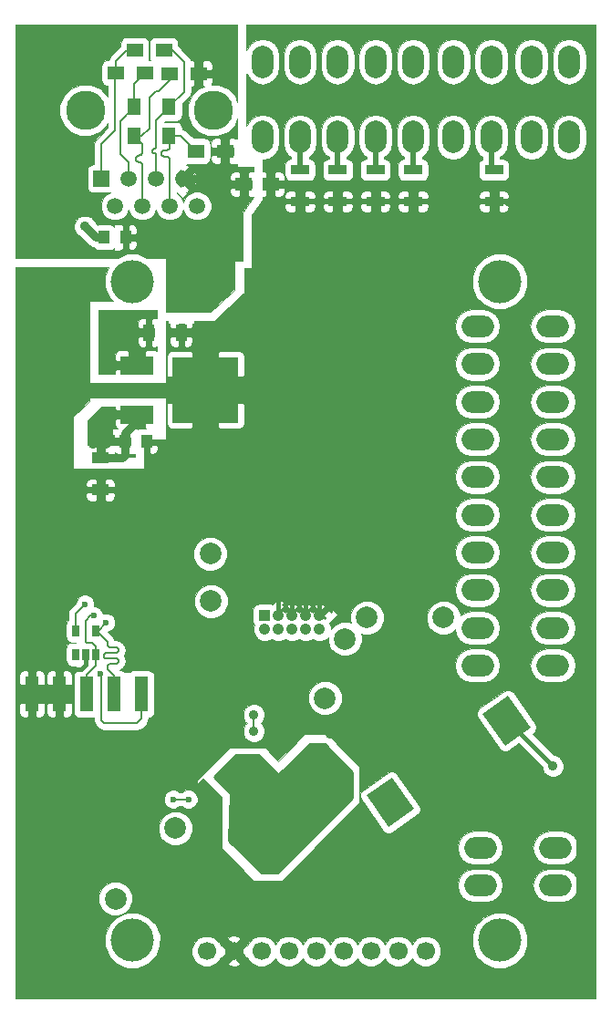
<source format=gbr>
G04 #@! TF.FileFunction,Copper,L1,Top,Signal*
%FSLAX46Y46*%
G04 Gerber Fmt 4.6, Leading zero omitted, Abs format (unit mm)*
G04 Created by KiCad (PCBNEW 4.0.2-4+6225~38~ubuntu15.04.1-stable) date Mi 16 Mär 2016 01:27:49 CET*
%MOMM*%
G01*
G04 APERTURE LIST*
%ADD10C,0.150000*%
%ADD11C,1.700000*%
%ADD12C,4.000000*%
%ADD13C,3.649980*%
%ADD14R,1.501140X1.501140*%
%ADD15C,1.501140*%
%ADD16R,1.500000X1.300000*%
%ADD17R,1.300000X1.500000*%
%ADD18R,1.000000X1.250000*%
%ADD19R,1.500000X1.250000*%
%ADD20R,1.700000X0.900000*%
%ADD21R,3.048000X1.651000*%
%ADD22R,6.096000X6.096000*%
%ADD23R,1.050000X1.050000*%
%ADD24C,1.050000*%
%ADD25O,2.000000X3.014980*%
%ADD26O,3.014980X2.000000*%
%ADD27R,1.000000X1.600000*%
%ADD28R,1.600000X1.000000*%
%ADD29R,0.650000X1.060000*%
%ADD30R,1.270000X3.270000*%
%ADD31C,9.000000*%
%ADD32C,2.000000*%
%ADD33C,0.889000*%
%ADD34C,0.600000*%
%ADD35C,0.762000*%
%ADD36C,0.200000*%
%ADD37C,0.400000*%
%ADD38C,0.508000*%
%ADD39C,0.254000*%
%ADD40C,0.100000*%
G04 APERTURE END LIST*
D10*
D11*
X39160000Y-87100000D03*
X36620000Y-87100000D03*
X34080000Y-87100000D03*
X31540000Y-87100000D03*
X29000000Y-87100000D03*
X26460000Y-87100000D03*
X23920000Y-87100000D03*
X21380000Y-87100000D03*
D12*
X46050000Y-86100000D03*
X11950000Y-86100000D03*
X46050000Y-24900000D03*
X11950000Y-24900000D03*
D11*
X18840000Y-87100000D03*
D13*
X19438520Y-9000000D03*
X7569100Y-9000000D03*
D14*
X9055000Y-15350000D03*
D15*
X10325000Y-17890000D03*
X11595000Y-15350000D03*
X12865000Y-17890000D03*
X14135000Y-15350000D03*
X15405000Y-17890000D03*
X16675000Y-15350000D03*
X17945000Y-17890000D03*
D16*
X13100000Y-5550000D03*
X10400000Y-5550000D03*
D17*
X12100000Y-11400000D03*
X12100000Y-8700000D03*
D16*
X20550000Y-12800000D03*
X17850000Y-12800000D03*
D17*
X15350000Y-11400000D03*
X15350000Y-8700000D03*
D16*
X14850000Y-3450000D03*
X12150000Y-3450000D03*
D18*
X11250000Y-39750000D03*
X13250000Y-39750000D03*
D19*
X22284000Y-15859000D03*
X24784000Y-15859000D03*
D16*
X18100000Y-5600000D03*
X15400000Y-5600000D03*
D20*
X27500000Y-14550000D03*
X27500000Y-17450000D03*
X31000000Y-14550000D03*
X31000000Y-17450000D03*
X34500000Y-14550000D03*
X34500000Y-17450000D03*
X38000000Y-14550000D03*
X38000000Y-17450000D03*
X45500000Y-14550000D03*
X45500000Y-17450000D03*
D21*
X12358000Y-32686500D03*
D22*
X18708000Y-34972500D03*
D21*
X12358000Y-37258500D03*
D23*
X24232500Y-55927500D03*
D24*
X25502500Y-55927500D03*
X26772500Y-55927500D03*
X28042500Y-55927500D03*
X29312500Y-55927500D03*
X25502500Y-57197500D03*
X26772500Y-57197500D03*
X28042500Y-57197500D03*
X29312500Y-57197500D03*
X24232500Y-57197500D03*
D25*
X38000000Y-4500000D03*
X34500000Y-4500000D03*
X31000000Y-4500000D03*
X27500000Y-4500000D03*
X24000000Y-4500000D03*
X38000000Y-11500000D03*
X34500000Y-11500000D03*
X31000000Y-11500000D03*
X24000000Y-11500000D03*
X27500000Y-11500000D03*
D26*
X51235000Y-80982000D03*
X51235000Y-77482000D03*
X44235000Y-77482000D03*
X44235000Y-80982000D03*
D25*
X45250000Y-4500000D03*
X41750000Y-4500000D03*
X41750000Y-11500000D03*
X45250000Y-11500000D03*
X52500000Y-4500000D03*
X49000000Y-4500000D03*
X49000000Y-11500000D03*
X52500000Y-11500000D03*
D26*
X43981000Y-60565000D03*
X50981000Y-60565000D03*
X50981000Y-57065000D03*
X43981000Y-57065000D03*
X50981000Y-29065000D03*
X43981000Y-29065000D03*
X50981000Y-53565000D03*
X43981000Y-53565000D03*
X50981000Y-50065000D03*
X43981000Y-50065000D03*
X50981000Y-46565000D03*
X50981000Y-43065000D03*
X50981000Y-39565000D03*
X50981000Y-36065000D03*
X50981000Y-32565000D03*
X43981000Y-46565000D03*
X43981000Y-43065000D03*
X43981000Y-39565000D03*
X43981000Y-32565000D03*
X43981000Y-36065000D03*
D18*
X11326000Y-20812000D03*
X9326000Y-20812000D03*
D27*
X16461500Y-29638500D03*
X13461500Y-29638500D03*
D28*
X9000000Y-44250000D03*
X9000000Y-41250000D03*
D29*
X6646500Y-59520000D03*
X7596500Y-59520000D03*
X8546500Y-59520000D03*
X8546500Y-57320000D03*
X6646500Y-57320000D03*
D30*
X2620000Y-63200000D03*
X5160000Y-63200000D03*
X7700000Y-63200000D03*
X10240000Y-63200000D03*
X12780000Y-63200000D03*
D10*
G36*
X35713264Y-75560764D02*
X33648389Y-72611816D01*
X36023930Y-70948444D01*
X38088805Y-73897392D01*
X35713264Y-75560764D01*
X35713264Y-75560764D01*
G37*
D31*
X41275000Y-69469000D03*
D10*
G36*
X46526070Y-67989556D02*
X44461195Y-65040608D01*
X46836736Y-63377236D01*
X48901611Y-66326184D01*
X46526070Y-67989556D01*
X46526070Y-67989556D01*
G37*
D32*
X31662000Y-58086500D03*
X29820500Y-63611000D03*
X19241400Y-54594000D03*
X19165200Y-50174400D03*
D33*
X8250000Y-38000000D03*
X8250000Y-39000000D03*
X8250000Y-40000000D03*
X9500000Y-39000000D03*
X9500000Y-40000000D03*
X9500000Y-38000000D03*
D32*
X40806000Y-56118000D03*
X33694000Y-56118000D03*
X10376800Y-82229200D03*
X15914000Y-75676000D03*
D33*
X23216500Y-65135000D03*
X23216500Y-66659000D03*
D34*
X20387843Y-71450343D03*
X21375000Y-72628000D03*
X21502000Y-76311000D03*
X22899000Y-78089000D03*
X26963000Y-77581000D03*
X25312000Y-79359000D03*
X28487000Y-76057000D03*
X30138000Y-74533000D03*
X31916000Y-72628000D03*
X31789000Y-70596000D03*
X29630000Y-68437000D03*
X28614000Y-68183000D03*
X26328000Y-70342000D03*
X25185000Y-70977000D03*
X23407000Y-69326000D03*
X21883000Y-69326000D03*
X25058000Y-78597000D03*
X28106000Y-69199000D03*
D33*
X9900000Y-77050000D03*
X10500000Y-72000000D03*
X38000000Y-19250000D03*
X27500000Y-16200000D03*
X4200000Y-70600000D03*
X4231000Y-75488800D03*
X1950000Y-72600000D03*
X6700000Y-34500000D03*
X2200000Y-39000000D03*
X37500000Y-26500000D03*
X47854500Y-21764500D03*
X44000000Y-22000000D03*
X54000000Y-14000000D03*
X51000000Y-66500000D03*
X53975000Y-86868000D03*
X53975000Y-90805000D03*
X43053000Y-88011000D03*
X51435000Y-83947000D03*
X2159000Y-90424000D03*
X6731000Y-77089000D03*
X17500000Y-64500000D03*
X41084500Y-76263500D03*
X17500000Y-89000000D03*
X6500000Y-83500000D03*
X5500000Y-87000000D03*
X5422900Y-47231300D03*
X4053200Y-40563800D03*
X5323200Y-43815000D03*
X14961500Y-57007000D03*
X17438000Y-68818000D03*
X15000000Y-65000000D03*
X36107000Y-83804000D03*
X30849200Y-76184000D03*
X20638400Y-80375000D03*
X14923400Y-73948800D03*
X34750000Y-33750000D03*
X5500000Y-24250000D03*
X29250000Y-41250000D03*
X28000000Y-66250000D03*
X28000000Y-22750000D03*
X23750000Y-20750000D03*
X19500000Y-40500000D03*
X18250000Y-31000000D03*
X19750000Y-29500000D03*
X18250000Y-29500000D03*
X12548500Y-43989500D03*
X16104500Y-42084500D03*
X22327500Y-56816500D03*
X33948000Y-20939000D03*
X35599000Y-22590000D03*
X24750000Y-34250000D03*
X25750000Y-41000000D03*
X16000000Y-45500000D03*
X17750000Y-47250000D03*
X31500000Y-47750000D03*
X28000000Y-48000000D03*
X40679000Y-60182000D03*
X23661000Y-63611000D03*
X30265000Y-66913000D03*
X19851000Y-76311000D03*
X19748500Y-73025000D03*
X52426500Y-21383500D03*
X34964000Y-37576000D03*
X38520000Y-39354000D03*
X24550000Y-36560000D03*
X28614000Y-30464000D03*
X26836000Y-31988000D03*
X32932000Y-22844000D03*
X13882000Y-60182000D03*
X8100000Y-70600000D03*
X23534000Y-26654000D03*
X25820000Y-27416000D03*
X14136000Y-67548000D03*
D34*
X17133200Y-72983600D03*
X15710800Y-72983600D03*
D33*
X11850000Y-29702000D03*
X11850000Y-28432000D03*
X10580000Y-29702000D03*
X9310000Y-28432000D03*
X9310000Y-29702000D03*
X10580000Y-28432000D03*
X7532000Y-19796000D03*
X5000000Y-22000000D03*
X7250000Y-12750000D03*
X5250000Y-2250000D03*
X20250000Y-2500000D03*
X18000000Y-4000000D03*
X17500000Y-26900000D03*
D34*
X9501500Y-56578500D03*
X8358500Y-55943500D03*
D33*
X50990500Y-69913500D03*
D34*
X8955400Y-61341000D03*
X7533000Y-54864000D03*
D35*
X12358000Y-37258500D02*
X12358000Y-37892000D01*
X12358000Y-37892000D02*
X11250000Y-39000000D01*
X11250000Y-39000000D02*
X11250000Y-39750000D01*
X11250000Y-39750000D02*
X11250000Y-41000000D01*
X11000000Y-41250000D02*
X9000000Y-41250000D01*
X11250000Y-41000000D02*
X11000000Y-41250000D01*
D36*
X9500000Y-40000000D02*
X8250000Y-40000000D01*
X8250000Y-39000000D02*
X8250000Y-38000000D01*
X9750000Y-37250000D02*
X12349500Y-37250000D01*
X8750000Y-38250000D02*
X9750000Y-37250000D01*
X8750000Y-39000000D02*
X8750000Y-38250000D01*
X9500000Y-39000000D02*
X8750000Y-39000000D01*
X12349500Y-37250000D02*
X12358000Y-37258500D01*
X9750000Y-39750000D02*
X10116000Y-40116000D01*
X9750000Y-38250000D02*
X9750000Y-39750000D01*
X9500000Y-38000000D02*
X9750000Y-38250000D01*
X9616000Y-40116000D02*
X9500000Y-40000000D01*
X23216500Y-66659000D02*
X23216500Y-65135000D01*
X20359000Y-71479186D02*
X20359000Y-71485000D01*
X20387843Y-71450343D02*
X20359000Y-71479186D01*
D37*
X9861000Y-77089000D02*
X9900000Y-77050000D01*
X6731000Y-77089000D02*
X9861000Y-77089000D01*
X2500000Y-72300000D02*
X4200000Y-70600000D01*
X1650000Y-72300000D02*
X2500000Y-72300000D01*
X1950000Y-72600000D02*
X1650000Y-72300000D01*
X2200000Y-39000000D02*
X6700000Y-34500000D01*
D36*
X47854500Y-21764500D02*
X44235500Y-21764500D01*
X44235500Y-21764500D02*
X44000000Y-22000000D01*
X51000000Y-66500000D02*
X52149000Y-66500000D01*
X45847000Y-90805000D02*
X53975000Y-90805000D01*
X43053000Y-88011000D02*
X45847000Y-90805000D01*
X53213000Y-82169000D02*
X51435000Y-83947000D01*
X53213000Y-67564000D02*
X53213000Y-82169000D01*
X52149000Y-66500000D02*
X53213000Y-67564000D01*
X9871200Y-73948800D02*
X14923400Y-73948800D01*
X6731000Y-77089000D02*
X9871200Y-73948800D01*
X14923400Y-73948800D02*
X16798800Y-73948800D01*
X16798800Y-73948800D02*
X17018000Y-74168000D01*
X17018000Y-74168000D02*
X18412600Y-74168000D01*
D37*
X6500000Y-86000000D02*
X6500000Y-83500000D01*
X5500000Y-87000000D02*
X6500000Y-86000000D01*
X7596500Y-59520000D02*
X7596500Y-60515500D01*
X5160000Y-60894600D02*
X5160000Y-63200000D01*
X5424800Y-60629800D02*
X5160000Y-60894600D01*
X5856600Y-60629800D02*
X5424800Y-60629800D01*
X6136000Y-60909200D02*
X5856600Y-60629800D01*
X7202800Y-60909200D02*
X6136000Y-60909200D01*
X7596500Y-60515500D02*
X7202800Y-60909200D01*
X5323200Y-43815000D02*
X5323200Y-47294800D01*
X5323200Y-47294800D02*
X5422900Y-47231300D01*
X14645000Y-60945000D02*
X13882000Y-60182000D01*
X15190500Y-64809500D02*
X14645000Y-60945000D01*
X15000000Y-65000000D02*
X15190500Y-64809500D01*
X19851000Y-79587600D02*
X19851000Y-76311000D01*
X20638400Y-80375000D02*
X19851000Y-79587600D01*
D36*
X14923400Y-73948800D02*
X14775400Y-74359600D01*
X14775400Y-74359600D02*
X14771000Y-74329800D01*
X19748500Y-73025000D02*
X18412600Y-74168000D01*
X18412600Y-74168000D02*
X18276200Y-74304400D01*
D38*
X28000000Y-66250000D02*
X28199000Y-66449000D01*
X28199000Y-66449000D02*
X29801000Y-66449000D01*
X29801000Y-66449000D02*
X30265000Y-66913000D01*
D35*
X24500000Y-22750000D02*
X28000000Y-22750000D01*
X23750000Y-22000000D02*
X24500000Y-22750000D01*
X23750000Y-20750000D02*
X23750000Y-22000000D01*
X16461500Y-29638500D02*
X18111500Y-29638500D01*
X19750000Y-29500000D02*
X18250000Y-31000000D01*
X18111500Y-29638500D02*
X18250000Y-29500000D01*
D37*
X14199500Y-43989500D02*
X12548500Y-43989500D01*
X16104500Y-42084500D02*
X14199500Y-43989500D01*
X27661500Y-54086000D02*
X29122000Y-54086000D01*
X29312500Y-54276500D02*
X29312500Y-55927500D01*
X29122000Y-54086000D02*
X29312500Y-54276500D01*
X28042500Y-55927500D02*
X28042500Y-54340000D01*
X27788500Y-54086000D02*
X27661500Y-54086000D01*
X27661500Y-54086000D02*
X25947000Y-54086000D01*
X28042500Y-54340000D02*
X27788500Y-54086000D01*
X25502500Y-55927500D02*
X25502500Y-54530500D01*
X25502500Y-54530500D02*
X25947000Y-54086000D01*
X26772500Y-54911500D02*
X26772500Y-55927500D01*
X25947000Y-54086000D02*
X26772500Y-54911500D01*
X23851500Y-54086000D02*
X25947000Y-54086000D01*
X22327500Y-55610000D02*
X23851500Y-54086000D01*
X22327500Y-56816500D02*
X22327500Y-55610000D01*
X33948000Y-20939000D02*
X35599000Y-22590000D01*
X45500000Y-17450000D02*
X38000000Y-17450000D01*
X24550000Y-34450000D02*
X24550000Y-36560000D01*
X24750000Y-34250000D02*
X24550000Y-34450000D01*
X24550000Y-36560000D02*
X24550000Y-40300000D01*
X24550000Y-40300000D02*
X25250000Y-41000000D01*
X25250000Y-41000000D02*
X25750000Y-41000000D01*
X16000000Y-45500000D02*
X17750000Y-47250000D01*
X31500000Y-47750000D02*
X28250000Y-47750000D01*
X28250000Y-47750000D02*
X28000000Y-48000000D01*
X26963000Y-63611000D02*
X23661000Y-63611000D01*
X30265000Y-66913000D02*
X26963000Y-63611000D01*
X19851000Y-78597000D02*
X19851000Y-76311000D01*
X19724000Y-78724000D02*
X19851000Y-78597000D01*
D36*
X19748500Y-73025000D02*
X19621500Y-73152000D01*
D37*
X46450000Y-17450000D02*
X45500000Y-17450000D01*
X52426500Y-21383500D02*
X46450000Y-17450000D01*
X36742000Y-37576000D02*
X34964000Y-37576000D01*
X38520000Y-39354000D02*
X36742000Y-37576000D01*
X26836000Y-34274000D02*
X26836000Y-31988000D01*
X24550000Y-36560000D02*
X26836000Y-34274000D01*
X28360000Y-30464000D02*
X28614000Y-30464000D01*
X26836000Y-31988000D02*
X28360000Y-30464000D01*
D38*
X32932000Y-22844000D02*
X31408000Y-22844000D01*
X31408000Y-22844000D02*
X31000000Y-22436000D01*
X31000000Y-22436000D02*
X31000000Y-17450000D01*
X34500000Y-17450000D02*
X34500000Y-19752000D01*
X34500000Y-19752000D02*
X33694000Y-20558000D01*
X32932000Y-22844000D02*
X33694000Y-22082000D01*
X33694000Y-22082000D02*
X33694000Y-20558000D01*
D37*
X8100000Y-70600000D02*
X11088000Y-70596000D01*
X25820000Y-27416000D02*
X24296000Y-27416000D01*
X24296000Y-27416000D02*
X23534000Y-26654000D01*
X11088000Y-70596000D02*
X14136000Y-67548000D01*
D36*
X14136000Y-60944000D02*
X14136000Y-67548000D01*
X13882000Y-60182000D02*
X13882000Y-60690000D01*
X13882000Y-60690000D02*
X14136000Y-60944000D01*
D38*
X45250000Y-11500000D02*
X45250000Y-14300000D01*
X45250000Y-14300000D02*
X45500000Y-14550000D01*
X38000000Y-11500000D02*
X38000000Y-14550000D01*
X34500000Y-11500000D02*
X34500000Y-14550000D01*
X31000000Y-11500000D02*
X31000000Y-14550000D01*
X27500000Y-11500000D02*
X27500000Y-14550000D01*
D36*
X12100000Y-8700000D02*
X10800000Y-10000000D01*
X10800000Y-10000000D02*
X10800000Y-13050000D01*
X10800000Y-13050000D02*
X11595000Y-13845000D01*
X11595000Y-13845000D02*
X11595000Y-15350000D01*
X12100000Y-8700000D02*
X12100000Y-6550000D01*
X12100000Y-6550000D02*
X13100000Y-5550000D01*
X12100000Y-11400000D02*
X12865000Y-12165000D01*
X12799549Y-13087046D02*
X12752046Y-13134549D01*
X12752046Y-13134549D02*
X12695165Y-13170290D01*
X12695165Y-13170290D02*
X12631756Y-13192478D01*
X12865000Y-12165000D02*
X12865000Y-12900000D01*
X12315378Y-13312953D02*
X12279637Y-13369834D01*
X12865000Y-12900000D02*
X12857478Y-12966756D01*
X12631756Y-13192478D02*
X12565000Y-13200000D01*
X12835290Y-13030165D02*
X12799549Y-13087046D01*
X12419762Y-13229709D02*
X12362881Y-13265450D01*
X12857478Y-12966756D02*
X12835290Y-13030165D01*
X12565000Y-13200000D02*
X12549928Y-13200000D01*
X12695165Y-13829709D02*
X12752046Y-13865450D01*
X12549928Y-13200000D02*
X12483171Y-13207521D01*
X12483171Y-13207521D02*
X12419762Y-13229709D01*
X12362881Y-13265450D02*
X12315378Y-13312953D01*
X12279637Y-13369834D02*
X12257449Y-13433243D01*
X12549928Y-13800000D02*
X12565000Y-13800000D01*
X12419762Y-13770290D02*
X12483171Y-13792478D01*
X12257449Y-13433243D02*
X12249928Y-13500000D01*
X12249928Y-13500000D02*
X12257449Y-13566756D01*
X12752046Y-13865450D02*
X12799549Y-13912953D01*
X12257449Y-13566756D02*
X12279637Y-13630165D01*
X12279637Y-13630165D02*
X12315378Y-13687046D01*
X12315378Y-13687046D02*
X12362881Y-13734549D01*
X12799549Y-13912953D02*
X12835290Y-13969834D01*
X12835290Y-13969834D02*
X12857478Y-14033243D01*
X12362881Y-13734549D02*
X12419762Y-13770290D01*
X12631756Y-13807521D02*
X12695165Y-13829709D01*
X12483171Y-13792478D02*
X12549928Y-13800000D01*
X12565000Y-13800000D02*
X12631756Y-13807521D01*
X12857478Y-14033243D02*
X12865000Y-14100000D01*
X12865000Y-14100000D02*
X12865000Y-17890000D01*
X15400000Y-5600000D02*
X15400000Y-6200000D01*
X15400000Y-6200000D02*
X14400000Y-7200000D01*
X14400000Y-7200000D02*
X14150000Y-7200000D01*
X14150000Y-7200000D02*
X13500000Y-7850000D01*
X13500000Y-7850000D02*
X13500000Y-10700000D01*
X13500000Y-10700000D02*
X12800000Y-11400000D01*
X12800000Y-11400000D02*
X12100000Y-11400000D01*
X15350000Y-8700000D02*
X14135000Y-9915000D01*
X14117403Y-13078276D02*
X14130545Y-13115833D01*
X14135000Y-9915000D02*
X14135000Y-12400000D01*
X14135000Y-12400000D02*
X14130545Y-12439538D01*
X14096234Y-13044586D02*
X14117403Y-13078276D01*
X13880218Y-12595282D02*
X13846528Y-12616451D01*
X14130545Y-12439538D02*
X14117403Y-12477095D01*
X14068099Y-13016451D02*
X14096234Y-13044586D01*
X14117403Y-12477095D02*
X14096234Y-12510785D01*
X14096234Y-12510785D02*
X14068099Y-12538920D01*
X14068099Y-12538920D02*
X14034409Y-12560089D01*
X13784082Y-12715833D02*
X13779628Y-12755372D01*
X13917775Y-12973231D02*
X13996852Y-12982140D01*
X13996852Y-12982140D02*
X14034409Y-12995282D01*
X14034409Y-12560089D02*
X13996852Y-12573231D01*
X13996852Y-12573231D02*
X13917775Y-12582140D01*
X13846528Y-12938920D02*
X13880218Y-12960089D01*
X13880218Y-12960089D02*
X13917775Y-12973231D01*
X13917775Y-12582140D02*
X13880218Y-12595282D01*
X13797224Y-12678276D02*
X13784082Y-12715833D01*
X13779628Y-12755372D02*
X13779628Y-12800000D01*
X13846528Y-12616451D02*
X13818393Y-12644586D01*
X13779628Y-12800000D02*
X13784082Y-12839538D01*
X13818393Y-12644586D02*
X13797224Y-12678276D01*
X13784082Y-12839538D02*
X13797224Y-12877095D01*
X13797224Y-12877095D02*
X13818393Y-12910785D01*
X13818393Y-12910785D02*
X13846528Y-12938920D01*
X14034409Y-12995282D02*
X14068099Y-13016451D01*
X14130545Y-13115833D02*
X14135000Y-13155372D01*
X14135000Y-13155372D02*
X14135000Y-15350000D01*
X14850000Y-3450000D02*
X15650000Y-3450000D01*
X16750000Y-7300000D02*
X15350000Y-8700000D01*
X16750000Y-4550000D02*
X16750000Y-7300000D01*
X15650000Y-3450000D02*
X16750000Y-4550000D01*
X15292046Y-13365450D02*
X15339549Y-13412953D01*
X15350000Y-11400000D02*
X15405000Y-11455000D01*
X15375290Y-12530165D02*
X15339549Y-12587046D01*
X15405000Y-11455000D02*
X15405000Y-12400000D01*
X14672591Y-12869834D02*
X14650403Y-12933243D01*
X15405000Y-12400000D02*
X15397478Y-12466756D01*
X15397478Y-12466756D02*
X15375290Y-12530165D01*
X15339549Y-12587046D02*
X15292046Y-12634549D01*
X15292046Y-12634549D02*
X15235165Y-12670290D01*
X15235165Y-12670290D02*
X15171756Y-12692478D01*
X15171756Y-12692478D02*
X15105000Y-12700000D01*
X14708332Y-12812953D02*
X14672591Y-12869834D01*
X14876125Y-13292478D02*
X14942882Y-13300000D01*
X15105000Y-12700000D02*
X14942882Y-12700000D01*
X14942882Y-12700000D02*
X14876125Y-12707521D01*
X14708332Y-13187046D02*
X14755835Y-13234549D01*
X14755835Y-12765450D02*
X14708332Y-12812953D01*
X14876125Y-12707521D02*
X14812716Y-12729709D01*
X14650403Y-13066756D02*
X14672591Y-13130165D01*
X14812716Y-12729709D02*
X14755835Y-12765450D01*
X14642882Y-13000000D02*
X14650403Y-13066756D01*
X14650403Y-12933243D02*
X14642882Y-13000000D01*
X15397478Y-13533243D02*
X15405000Y-13600000D01*
X14672591Y-13130165D02*
X14708332Y-13187046D01*
X14755835Y-13234549D02*
X14812716Y-13270290D01*
X15171756Y-13307521D02*
X15235165Y-13329709D01*
X14812716Y-13270290D02*
X14876125Y-13292478D01*
X15339549Y-13412953D02*
X15375290Y-13469834D01*
X15235165Y-13329709D02*
X15292046Y-13365450D01*
X14942882Y-13300000D02*
X15105000Y-13300000D01*
X15105000Y-13300000D02*
X15171756Y-13307521D01*
X15375290Y-13469834D02*
X15397478Y-13533243D01*
X15405000Y-13600000D02*
X15405000Y-17890000D01*
X15350000Y-11400000D02*
X16450000Y-11400000D01*
X16450000Y-11400000D02*
X17850000Y-12800000D01*
X15350000Y-11400000D02*
X15650000Y-11400000D01*
X17133200Y-72983600D02*
X15710800Y-72983600D01*
D37*
X11850000Y-29702000D02*
X11850000Y-29654000D01*
X11850000Y-29654000D02*
X11850000Y-29702000D01*
X11850000Y-29702000D02*
X11850000Y-29654000D01*
X10580000Y-28432000D02*
X11668000Y-28614000D01*
X11668000Y-28614000D02*
X11850000Y-28432000D01*
X10536000Y-29746000D02*
X9310000Y-29702000D01*
X10580000Y-29702000D02*
X10536000Y-29746000D01*
D35*
X11850000Y-28940000D02*
X11450000Y-29654000D01*
X10580000Y-28432000D02*
X11850000Y-28940000D01*
X13136000Y-29702000D02*
X11850000Y-29654000D01*
X11850000Y-29654000D02*
X11450000Y-29654000D01*
X8548000Y-20812000D02*
X9326000Y-20812000D01*
X7532000Y-19796000D02*
X8548000Y-20812000D01*
D36*
X12150000Y-3450000D02*
X11400000Y-3450000D01*
X11400000Y-3450000D02*
X10400000Y-4450000D01*
X10400000Y-4450000D02*
X10400000Y-5550000D01*
X9055000Y-15350000D02*
X9055000Y-12145000D01*
X9055000Y-12145000D02*
X10300000Y-10900000D01*
X10300000Y-10900000D02*
X10300000Y-5750000D01*
D37*
X18100000Y-5600000D02*
X18100000Y-4100000D01*
X5000000Y-15000000D02*
X5000000Y-22000000D01*
X7250000Y-12750000D02*
X5000000Y-15000000D01*
X5500000Y-2000000D02*
X5250000Y-2250000D01*
X17250000Y-2000000D02*
X5500000Y-2000000D01*
X17500000Y-2250000D02*
X17250000Y-2000000D01*
X20000000Y-2250000D02*
X17500000Y-2250000D01*
X20250000Y-2500000D02*
X20000000Y-2250000D01*
X18100000Y-4100000D02*
X18000000Y-4000000D01*
X20300000Y-16308000D02*
X19851000Y-15859000D01*
X20300000Y-20300000D02*
X20300000Y-16308000D01*
X18000000Y-22600000D02*
X20300000Y-20300000D01*
X18000000Y-26400000D02*
X18000000Y-22600000D01*
X17500000Y-26900000D02*
X18000000Y-26400000D01*
D35*
X20550000Y-12800000D02*
X20550000Y-14144000D01*
X19343000Y-15351000D02*
X19343000Y-15350000D01*
X20550000Y-14144000D02*
X19343000Y-15351000D01*
X22284000Y-15859000D02*
X19851000Y-15859000D01*
X19851000Y-15859000D02*
X19342000Y-15350000D01*
X19342000Y-15350000D02*
X19343000Y-15350000D01*
X19343000Y-15350000D02*
X16675000Y-15350000D01*
D36*
X16675000Y-15350000D02*
X19500000Y-15350000D01*
X20550000Y-14300000D02*
X20550000Y-12800000D01*
X19500000Y-15350000D02*
X20550000Y-14300000D01*
X10240000Y-63200000D02*
X10240000Y-61508000D01*
X10506517Y-59367742D02*
X10553919Y-59337957D01*
X10593504Y-60298372D02*
X10623289Y-60250970D01*
X9878500Y-58892500D02*
X9822869Y-58886231D01*
X9683042Y-58798372D02*
X9653257Y-58750970D01*
X9770029Y-60417257D02*
X9822869Y-60398768D01*
X10240000Y-61508000D02*
X9628500Y-60896500D01*
X9653257Y-60534029D02*
X9683042Y-60486627D01*
X10506517Y-60367742D02*
X10553919Y-60337957D01*
X9628500Y-60896500D02*
X9628500Y-60642500D01*
X10623289Y-59034029D02*
X10593504Y-58986627D01*
X9683042Y-60486627D02*
X9722627Y-60447042D01*
X9628500Y-60642500D02*
X9634768Y-60586869D01*
X9308953Y-59732727D02*
X9308953Y-59552273D01*
X10648047Y-60142500D02*
X10641778Y-60086869D01*
X9634768Y-60586869D02*
X9653257Y-60534029D01*
X9343811Y-59832343D02*
X9324776Y-59802049D01*
X9878500Y-60392500D02*
X10398047Y-60392500D01*
X9722627Y-60447042D02*
X9770029Y-60417257D01*
X9468726Y-59892500D02*
X9433174Y-59888494D01*
X9822869Y-60398768D02*
X9878500Y-60392500D01*
X9324776Y-59802049D02*
X9312959Y-59768279D01*
X10398047Y-60392500D02*
X10453677Y-60386231D01*
X10553919Y-60337957D02*
X10593504Y-60298372D01*
X10453677Y-60386231D02*
X10506517Y-60367742D01*
X10648047Y-59142500D02*
X10641778Y-59086869D01*
X10623289Y-60250970D02*
X10641778Y-60198130D01*
X10641778Y-60198130D02*
X10648047Y-60142500D01*
X10553919Y-58947042D02*
X10506517Y-58917257D01*
X10641778Y-60086869D02*
X10623289Y-60034029D01*
X10623289Y-60034029D02*
X10593504Y-59986627D01*
X10553919Y-59947042D02*
X10506517Y-59917257D01*
X10593504Y-58986627D02*
X10553919Y-58947042D01*
X10623289Y-59250970D02*
X10641778Y-59198130D01*
X10593504Y-59986627D02*
X10553919Y-59947042D01*
X10506517Y-59917257D02*
X10453677Y-59898768D01*
X10453677Y-59898768D02*
X10398047Y-59892500D01*
X10641778Y-59198130D02*
X10648047Y-59142500D01*
X10398047Y-59892500D02*
X9468726Y-59892500D01*
X9770029Y-58867742D02*
X9722627Y-58837957D01*
X9399404Y-59876677D02*
X9369110Y-59857642D01*
X9433174Y-59888494D02*
X9399404Y-59876677D01*
X9369110Y-59857642D02*
X9343811Y-59832343D01*
X9399404Y-59408322D02*
X9433174Y-59396505D01*
X9312959Y-59768279D02*
X9308953Y-59732727D01*
X9308953Y-59552273D02*
X9312959Y-59516720D01*
X9312959Y-59516720D02*
X9324776Y-59482950D01*
X9822869Y-58886231D02*
X9770029Y-58867742D01*
X9324776Y-59482950D02*
X9343811Y-59452656D01*
X8592000Y-57320000D02*
X8546500Y-57320000D01*
X9343811Y-59452656D02*
X9369110Y-59427357D01*
X10453677Y-59386231D02*
X10506517Y-59367742D01*
X9369110Y-59427357D02*
X9399404Y-59408322D01*
X9433174Y-59396505D02*
X9468726Y-59392500D01*
X9468726Y-59392500D02*
X10398047Y-59392500D01*
X10398047Y-59392500D02*
X10453677Y-59386231D01*
X10593504Y-59298372D02*
X10623289Y-59250970D01*
X10553919Y-59337957D02*
X10593504Y-59298372D01*
X10506517Y-58917257D02*
X10453677Y-58898768D01*
X10641778Y-59086869D02*
X10623289Y-59034029D01*
X10453677Y-58898768D02*
X10398047Y-58892500D01*
X10398047Y-58892500D02*
X9878500Y-58892500D01*
X9722627Y-58837957D02*
X9683042Y-58798372D01*
X9653257Y-58750970D02*
X9634768Y-58698130D01*
X9634768Y-58698130D02*
X9628500Y-58642500D01*
X9628500Y-58642500D02*
X9628500Y-58356500D01*
X9628500Y-58356500D02*
X8592000Y-57320000D01*
X8546500Y-57320000D02*
X8546500Y-57401500D01*
X9501500Y-56578500D02*
X8760000Y-57320000D01*
X8760000Y-57320000D02*
X8546500Y-57320000D01*
X8546500Y-57655500D02*
X8546500Y-57320000D01*
X10240000Y-61570710D02*
X10240000Y-63200000D01*
X8546500Y-59520000D02*
X8546500Y-58798500D01*
X8041000Y-55943500D02*
X8358500Y-55943500D01*
X7596500Y-56388000D02*
X8041000Y-55943500D01*
X7596500Y-58356500D02*
X7596500Y-56388000D01*
X7660000Y-58420000D02*
X7596500Y-58356500D01*
X8168000Y-58420000D02*
X7660000Y-58420000D01*
X8546500Y-58798500D02*
X8168000Y-58420000D01*
X7700000Y-63200000D02*
X7700000Y-61428000D01*
X8546500Y-60581500D02*
X8546500Y-59520000D01*
X7700000Y-61428000D02*
X8546500Y-60581500D01*
D37*
X50990500Y-69913500D02*
X46760396Y-65683396D01*
X46760396Y-65683396D02*
X46681403Y-65683396D01*
X46681403Y-65683396D02*
X46887396Y-65683396D01*
X46166905Y-64333095D02*
X46333095Y-64333095D01*
D36*
X9057000Y-61442600D02*
X9057000Y-65659000D01*
X8955400Y-61341000D02*
X9057000Y-61442600D01*
X12359000Y-65913000D02*
X9311000Y-65913000D01*
X12780000Y-65492000D02*
X12359000Y-65913000D01*
X12780000Y-63200000D02*
X12780000Y-65492000D01*
X9311000Y-65913000D02*
X9057000Y-65659000D01*
X6646500Y-57320000D02*
X6646500Y-55750500D01*
X6646500Y-55750500D02*
X7533000Y-54864000D01*
D39*
G36*
X29652714Y-67827622D02*
X29801896Y-67889568D01*
X32358304Y-70445978D01*
X32358305Y-72855236D01*
X25428098Y-79785443D01*
X23916867Y-79785443D01*
X20939051Y-76807627D01*
X21027749Y-72461421D01*
X21018753Y-72411817D01*
X20990578Y-72369027D01*
X19553737Y-70932187D01*
X21581999Y-68903927D01*
X23632047Y-68903925D01*
X25390904Y-70662781D01*
X25432918Y-70690644D01*
X25482462Y-70699966D01*
X25531729Y-70689278D01*
X25570510Y-70662781D01*
X28406995Y-67826296D01*
X29651390Y-67826296D01*
X29652714Y-67827622D01*
X29652714Y-67827622D01*
G37*
X29652714Y-67827622D02*
X29801896Y-67889568D01*
X32358304Y-70445978D01*
X32358305Y-72855236D01*
X25428098Y-79785443D01*
X23916867Y-79785443D01*
X20939051Y-76807627D01*
X21027749Y-72461421D01*
X21018753Y-72411817D01*
X20990578Y-72369027D01*
X19553737Y-70932187D01*
X21581999Y-68903927D01*
X23632047Y-68903925D01*
X25390904Y-70662781D01*
X25432918Y-70690644D01*
X25482462Y-70699966D01*
X25531729Y-70689278D01*
X25570510Y-70662781D01*
X28406995Y-67826296D01*
X29651390Y-67826296D01*
X29652714Y-67827622D01*
D40*
G36*
X54950000Y-91450000D02*
X1050000Y-91450000D01*
X1050000Y-86606585D01*
X9391557Y-86606585D01*
X9780169Y-87547098D01*
X10499118Y-88267302D01*
X11438950Y-88657555D01*
X12456585Y-88658443D01*
X13397098Y-88269831D01*
X14117302Y-87550882D01*
X14188740Y-87378840D01*
X17431756Y-87378840D01*
X17645660Y-87896526D01*
X18041391Y-88292948D01*
X18558703Y-88507755D01*
X19118840Y-88508244D01*
X19636526Y-88294340D01*
X19664597Y-88266317D01*
X20814723Y-88266317D01*
X20917842Y-88459158D01*
X21473149Y-88532559D01*
X21842158Y-88459158D01*
X21945277Y-88266317D01*
X21380000Y-87701041D01*
X20814723Y-88266317D01*
X19664597Y-88266317D01*
X20032948Y-87898609D01*
X20145071Y-87628588D01*
X20213683Y-87665277D01*
X20778959Y-87100000D01*
X21981041Y-87100000D01*
X22546317Y-87665277D01*
X22614946Y-87628579D01*
X22725660Y-87896526D01*
X23121391Y-88292948D01*
X23638703Y-88507755D01*
X24198840Y-88508244D01*
X24716526Y-88294340D01*
X25112948Y-87898609D01*
X25189924Y-87713231D01*
X25265660Y-87896526D01*
X25661391Y-88292948D01*
X26178703Y-88507755D01*
X26738840Y-88508244D01*
X27256526Y-88294340D01*
X27652948Y-87898609D01*
X27729924Y-87713231D01*
X27805660Y-87896526D01*
X28201391Y-88292948D01*
X28718703Y-88507755D01*
X29278840Y-88508244D01*
X29796526Y-88294340D01*
X30192948Y-87898609D01*
X30269924Y-87713231D01*
X30345660Y-87896526D01*
X30741391Y-88292948D01*
X31258703Y-88507755D01*
X31818840Y-88508244D01*
X32336526Y-88294340D01*
X32732948Y-87898609D01*
X32809924Y-87713231D01*
X32885660Y-87896526D01*
X33281391Y-88292948D01*
X33798703Y-88507755D01*
X34358840Y-88508244D01*
X34876526Y-88294340D01*
X35272948Y-87898609D01*
X35349924Y-87713231D01*
X35425660Y-87896526D01*
X35821391Y-88292948D01*
X36338703Y-88507755D01*
X36898840Y-88508244D01*
X37416526Y-88294340D01*
X37812948Y-87898609D01*
X37889924Y-87713231D01*
X37965660Y-87896526D01*
X38361391Y-88292948D01*
X38878703Y-88507755D01*
X39438840Y-88508244D01*
X39956526Y-88294340D01*
X40352948Y-87898609D01*
X40567755Y-87381297D01*
X40568244Y-86821160D01*
X40479584Y-86606585D01*
X43491557Y-86606585D01*
X43880169Y-87547098D01*
X44599118Y-88267302D01*
X45538950Y-88657555D01*
X46556585Y-88658443D01*
X47497098Y-88269831D01*
X48217302Y-87550882D01*
X48607555Y-86611050D01*
X48608443Y-85593415D01*
X48219831Y-84652902D01*
X47500882Y-83932698D01*
X46561050Y-83542445D01*
X45543415Y-83541557D01*
X44602902Y-83930169D01*
X43882698Y-84649118D01*
X43492445Y-85588950D01*
X43491557Y-86606585D01*
X40479584Y-86606585D01*
X40354340Y-86303474D01*
X39958609Y-85907052D01*
X39441297Y-85692245D01*
X38881160Y-85691756D01*
X38363474Y-85905660D01*
X37967052Y-86301391D01*
X37890076Y-86486769D01*
X37814340Y-86303474D01*
X37418609Y-85907052D01*
X36901297Y-85692245D01*
X36341160Y-85691756D01*
X35823474Y-85905660D01*
X35427052Y-86301391D01*
X35350076Y-86486769D01*
X35274340Y-86303474D01*
X34878609Y-85907052D01*
X34361297Y-85692245D01*
X33801160Y-85691756D01*
X33283474Y-85905660D01*
X32887052Y-86301391D01*
X32810076Y-86486769D01*
X32734340Y-86303474D01*
X32338609Y-85907052D01*
X31821297Y-85692245D01*
X31261160Y-85691756D01*
X30743474Y-85905660D01*
X30347052Y-86301391D01*
X30270076Y-86486769D01*
X30194340Y-86303474D01*
X29798609Y-85907052D01*
X29281297Y-85692245D01*
X28721160Y-85691756D01*
X28203474Y-85905660D01*
X27807052Y-86301391D01*
X27730076Y-86486769D01*
X27654340Y-86303474D01*
X27258609Y-85907052D01*
X26741297Y-85692245D01*
X26181160Y-85691756D01*
X25663474Y-85905660D01*
X25267052Y-86301391D01*
X25190076Y-86486769D01*
X25114340Y-86303474D01*
X24718609Y-85907052D01*
X24201297Y-85692245D01*
X23641160Y-85691756D01*
X23123474Y-85905660D01*
X22727052Y-86301391D01*
X22614929Y-86571412D01*
X22546317Y-86534723D01*
X21981041Y-87100000D01*
X20778959Y-87100000D01*
X20213683Y-86534723D01*
X20145054Y-86571421D01*
X20034340Y-86303474D01*
X19665194Y-85933683D01*
X20814723Y-85933683D01*
X21380000Y-86498959D01*
X21945277Y-85933683D01*
X21842158Y-85740842D01*
X21286851Y-85667441D01*
X20917842Y-85740842D01*
X20814723Y-85933683D01*
X19665194Y-85933683D01*
X19638609Y-85907052D01*
X19121297Y-85692245D01*
X18561160Y-85691756D01*
X18043474Y-85905660D01*
X17647052Y-86301391D01*
X17432245Y-86818703D01*
X17431756Y-87378840D01*
X14188740Y-87378840D01*
X14507555Y-86611050D01*
X14508443Y-85593415D01*
X14119831Y-84652902D01*
X13400882Y-83932698D01*
X12461050Y-83542445D01*
X11443415Y-83541557D01*
X10502902Y-83930169D01*
X9782698Y-84649118D01*
X9392445Y-85588950D01*
X9391557Y-86606585D01*
X1050000Y-86606585D01*
X1050000Y-82537746D01*
X8818530Y-82537746D01*
X9055222Y-83110583D01*
X9493112Y-83549238D01*
X10065535Y-83786929D01*
X10685346Y-83787470D01*
X11258183Y-83550778D01*
X11696838Y-83112888D01*
X11934529Y-82540465D01*
X11935070Y-81920654D01*
X11698378Y-81347817D01*
X11333199Y-80982000D01*
X42129045Y-80982000D01*
X42247641Y-81578221D01*
X42585373Y-82083672D01*
X43090824Y-82421404D01*
X43687045Y-82540000D01*
X44782955Y-82540000D01*
X45379176Y-82421404D01*
X45884627Y-82083672D01*
X46222359Y-81578221D01*
X46340955Y-80982000D01*
X49129045Y-80982000D01*
X49247641Y-81578221D01*
X49585373Y-82083672D01*
X50090824Y-82421404D01*
X50687045Y-82540000D01*
X51782955Y-82540000D01*
X52379176Y-82421404D01*
X52884627Y-82083672D01*
X53222359Y-81578221D01*
X53340955Y-80982000D01*
X53222359Y-80385779D01*
X52884627Y-79880328D01*
X52379176Y-79542596D01*
X51782955Y-79424000D01*
X50687045Y-79424000D01*
X50090824Y-79542596D01*
X49585373Y-79880328D01*
X49247641Y-80385779D01*
X49129045Y-80982000D01*
X46340955Y-80982000D01*
X46222359Y-80385779D01*
X45884627Y-79880328D01*
X45379176Y-79542596D01*
X44782955Y-79424000D01*
X43687045Y-79424000D01*
X43090824Y-79542596D01*
X42585373Y-79880328D01*
X42247641Y-80385779D01*
X42129045Y-80982000D01*
X11333199Y-80982000D01*
X11260488Y-80909162D01*
X10688065Y-80671471D01*
X10068254Y-80670930D01*
X9495417Y-80907622D01*
X9056762Y-81345512D01*
X8819071Y-81917935D01*
X8818530Y-82537746D01*
X1050000Y-82537746D01*
X1050000Y-75984546D01*
X14355730Y-75984546D01*
X14592422Y-76557383D01*
X15030312Y-76996038D01*
X15602735Y-77233729D01*
X16222546Y-77234270D01*
X16795383Y-76997578D01*
X17234038Y-76559688D01*
X17471729Y-75987265D01*
X17472270Y-75367454D01*
X17235578Y-74794617D01*
X16797688Y-74355962D01*
X16225265Y-74118271D01*
X15605454Y-74117730D01*
X15032617Y-74354422D01*
X14593962Y-74792312D01*
X14356271Y-75364735D01*
X14355730Y-75984546D01*
X1050000Y-75984546D01*
X1050000Y-73153518D01*
X14852652Y-73153518D01*
X14982999Y-73468983D01*
X15224148Y-73710553D01*
X15539385Y-73841451D01*
X15880718Y-73841748D01*
X16196183Y-73711401D01*
X16266106Y-73641600D01*
X16577715Y-73641600D01*
X16646548Y-73710553D01*
X16961785Y-73841451D01*
X17303118Y-73841748D01*
X17618583Y-73711401D01*
X17860153Y-73470252D01*
X17991051Y-73155015D01*
X17991348Y-72813682D01*
X17861001Y-72498217D01*
X17619852Y-72256647D01*
X17304615Y-72125749D01*
X16963282Y-72125452D01*
X16647817Y-72255799D01*
X16577894Y-72325600D01*
X16266285Y-72325600D01*
X16197452Y-72256647D01*
X15882215Y-72125749D01*
X15540882Y-72125452D01*
X15225417Y-72255799D01*
X14983847Y-72496948D01*
X14852949Y-72812185D01*
X14852652Y-73153518D01*
X1050000Y-73153518D01*
X1050000Y-71250000D01*
X17950000Y-71250000D01*
X17950000Y-71500000D01*
X17953939Y-71519453D01*
X17965136Y-71535840D01*
X17981827Y-71546581D01*
X18001381Y-71549981D01*
X18020718Y-71545506D01*
X18035355Y-71535355D01*
X18500000Y-71070710D01*
X20200000Y-72770710D01*
X20200000Y-77500000D01*
X20203939Y-77519453D01*
X20214645Y-77535355D01*
X23214645Y-80535355D01*
X23231185Y-80546325D01*
X23250000Y-80550000D01*
X25750000Y-80550000D01*
X25769453Y-80546061D01*
X25785355Y-80535355D01*
X28838710Y-77482000D01*
X42129045Y-77482000D01*
X42247641Y-78078221D01*
X42585373Y-78583672D01*
X43090824Y-78921404D01*
X43687045Y-79040000D01*
X44782955Y-79040000D01*
X45379176Y-78921404D01*
X45884627Y-78583672D01*
X46222359Y-78078221D01*
X46340955Y-77482000D01*
X49129045Y-77482000D01*
X49247641Y-78078221D01*
X49585373Y-78583672D01*
X50090824Y-78921404D01*
X50687045Y-79040000D01*
X51782955Y-79040000D01*
X52379176Y-78921404D01*
X52884627Y-78583672D01*
X53222359Y-78078221D01*
X53340955Y-77482000D01*
X53222359Y-76885779D01*
X52884627Y-76380328D01*
X52379176Y-76042596D01*
X51782955Y-75924000D01*
X50687045Y-75924000D01*
X50090824Y-76042596D01*
X49585373Y-76380328D01*
X49247641Y-76885779D01*
X49129045Y-77482000D01*
X46340955Y-77482000D01*
X46222359Y-76885779D01*
X45884627Y-76380328D01*
X45379176Y-76042596D01*
X44782955Y-75924000D01*
X43687045Y-75924000D01*
X43090824Y-76042596D01*
X42585373Y-76380328D01*
X42247641Y-76885779D01*
X42129045Y-77482000D01*
X28838710Y-77482000D01*
X33035355Y-73285355D01*
X33046325Y-73268815D01*
X33050000Y-73250000D01*
X33050000Y-72505291D01*
X33089520Y-72505291D01*
X33092107Y-72731115D01*
X33182348Y-72938141D01*
X35247223Y-75887089D01*
X35397701Y-76034158D01*
X35606739Y-76119633D01*
X35832564Y-76117046D01*
X36039589Y-76026805D01*
X38415130Y-74363433D01*
X38562199Y-74212956D01*
X38647674Y-74003917D01*
X38645087Y-73778093D01*
X38554846Y-73571067D01*
X36489971Y-70622119D01*
X36339493Y-70475050D01*
X36130455Y-70389575D01*
X35904630Y-70392162D01*
X35697605Y-70482403D01*
X33322064Y-72145775D01*
X33174995Y-72296252D01*
X33089520Y-72505291D01*
X33050000Y-72505291D01*
X33050000Y-70000000D01*
X33046061Y-69980547D01*
X33035355Y-69964645D01*
X30035355Y-66964645D01*
X30018815Y-66953675D01*
X30000000Y-66950000D01*
X28000000Y-66950000D01*
X27980547Y-66953939D01*
X27964645Y-66964645D01*
X25500000Y-69429290D01*
X24285355Y-68214645D01*
X24268815Y-68203675D01*
X24250000Y-68200000D01*
X21000000Y-68200000D01*
X20980547Y-68203939D01*
X20964645Y-68214645D01*
X17964645Y-71214645D01*
X17953675Y-71231185D01*
X17950000Y-71250000D01*
X1050000Y-71250000D01*
X1050000Y-64157000D01*
X1427000Y-64157000D01*
X1427000Y-64945993D01*
X1511951Y-65151082D01*
X1668918Y-65308050D01*
X1874007Y-65393000D01*
X2163000Y-65393000D01*
X2302500Y-65253500D01*
X2302500Y-64017500D01*
X2937500Y-64017500D01*
X2937500Y-65253500D01*
X3077000Y-65393000D01*
X3365993Y-65393000D01*
X3571082Y-65308050D01*
X3728049Y-65151082D01*
X3813000Y-64945993D01*
X3813000Y-64157000D01*
X3967000Y-64157000D01*
X3967000Y-64945993D01*
X4051951Y-65151082D01*
X4208918Y-65308050D01*
X4414007Y-65393000D01*
X4703000Y-65393000D01*
X4842500Y-65253500D01*
X4842500Y-64017500D01*
X5477500Y-64017500D01*
X5477500Y-65253500D01*
X5617000Y-65393000D01*
X5905993Y-65393000D01*
X6111082Y-65308050D01*
X6268049Y-65151082D01*
X6353000Y-64945993D01*
X6353000Y-64157000D01*
X6213500Y-64017500D01*
X5477500Y-64017500D01*
X4842500Y-64017500D01*
X4106500Y-64017500D01*
X3967000Y-64157000D01*
X3813000Y-64157000D01*
X3673500Y-64017500D01*
X2937500Y-64017500D01*
X2302500Y-64017500D01*
X1566500Y-64017500D01*
X1427000Y-64157000D01*
X1050000Y-64157000D01*
X1050000Y-61454007D01*
X1427000Y-61454007D01*
X1427000Y-62243000D01*
X1566500Y-62382500D01*
X2302500Y-62382500D01*
X2302500Y-61146500D01*
X2937500Y-61146500D01*
X2937500Y-62382500D01*
X3673500Y-62382500D01*
X3813000Y-62243000D01*
X3813000Y-61454007D01*
X3967000Y-61454007D01*
X3967000Y-62243000D01*
X4106500Y-62382500D01*
X4842500Y-62382500D01*
X4842500Y-61146500D01*
X5477500Y-61146500D01*
X5477500Y-62382500D01*
X6213500Y-62382500D01*
X6353000Y-62243000D01*
X6353000Y-61454007D01*
X6268049Y-61248918D01*
X6111082Y-61091950D01*
X5905993Y-61007000D01*
X5617000Y-61007000D01*
X5477500Y-61146500D01*
X4842500Y-61146500D01*
X4703000Y-61007000D01*
X4414007Y-61007000D01*
X4208918Y-61091950D01*
X4051951Y-61248918D01*
X3967000Y-61454007D01*
X3813000Y-61454007D01*
X3728049Y-61248918D01*
X3571082Y-61091950D01*
X3365993Y-61007000D01*
X3077000Y-61007000D01*
X2937500Y-61146500D01*
X2302500Y-61146500D01*
X2163000Y-61007000D01*
X1874007Y-61007000D01*
X1668918Y-61091950D01*
X1511951Y-61248918D01*
X1427000Y-61454007D01*
X1050000Y-61454007D01*
X1050000Y-56790000D01*
X5752569Y-56790000D01*
X5752569Y-57850000D01*
X5791478Y-58056782D01*
X5913686Y-58246699D01*
X6100154Y-58374107D01*
X6321500Y-58418931D01*
X6713500Y-58418931D01*
X6713500Y-58421069D01*
X6321500Y-58421069D01*
X6114718Y-58459978D01*
X5924801Y-58582186D01*
X5797393Y-58768654D01*
X5752569Y-58990000D01*
X5752569Y-60050000D01*
X5791478Y-60256782D01*
X5913686Y-60446699D01*
X6100154Y-60574107D01*
X6321500Y-60618931D01*
X6713500Y-60618931D01*
X6713500Y-60720002D01*
X7271500Y-60720002D01*
X7271500Y-60608000D01*
X7589448Y-60608000D01*
X7234724Y-60962724D01*
X7212443Y-60996069D01*
X7065000Y-60996069D01*
X6858218Y-61034978D01*
X6668301Y-61157186D01*
X6540893Y-61343654D01*
X6496069Y-61565000D01*
X6496069Y-64835000D01*
X6534978Y-65041782D01*
X6657186Y-65231699D01*
X6843654Y-65359107D01*
X7065000Y-65403931D01*
X8335000Y-65403931D01*
X8399000Y-65391888D01*
X8399000Y-65659000D01*
X8449087Y-65910806D01*
X8591724Y-66124276D01*
X8845724Y-66378276D01*
X9059194Y-66520913D01*
X9311000Y-66571000D01*
X12359000Y-66571000D01*
X12610806Y-66520913D01*
X12824276Y-66378276D01*
X13245276Y-65957276D01*
X13387913Y-65743806D01*
X13438000Y-65492000D01*
X13438000Y-65399603D01*
X13621782Y-65365022D01*
X13670714Y-65333535D01*
X22213826Y-65333535D01*
X22366126Y-65702129D01*
X22558500Y-65894838D01*
X22558500Y-65899339D01*
X22367118Y-66090388D01*
X22214175Y-66458716D01*
X22213826Y-66857535D01*
X22366126Y-67226129D01*
X22647888Y-67508382D01*
X23016216Y-67661325D01*
X23415035Y-67661674D01*
X23783629Y-67509374D01*
X24065882Y-67227612D01*
X24218825Y-66859284D01*
X24219174Y-66460465D01*
X24066874Y-66091871D01*
X23874500Y-65899162D01*
X23874500Y-65894661D01*
X24065882Y-65703612D01*
X24218825Y-65335284D01*
X24219174Y-64936465D01*
X24066874Y-64567871D01*
X23785112Y-64285618D01*
X23416784Y-64132675D01*
X23017965Y-64132326D01*
X22649371Y-64284626D01*
X22367118Y-64566388D01*
X22214175Y-64934716D01*
X22213826Y-65333535D01*
X13670714Y-65333535D01*
X13811699Y-65242814D01*
X13939107Y-65056346D01*
X13983931Y-64835000D01*
X13983931Y-63919546D01*
X28262230Y-63919546D01*
X28498922Y-64492383D01*
X28936812Y-64931038D01*
X29509235Y-65168729D01*
X30129046Y-65169270D01*
X30698240Y-64934083D01*
X43902326Y-64934083D01*
X43904913Y-65159907D01*
X43995154Y-65366933D01*
X46060029Y-68315881D01*
X46210507Y-68462950D01*
X46419545Y-68548425D01*
X46645370Y-68545838D01*
X46852395Y-68455597D01*
X47798296Y-67793270D01*
X49987939Y-69982913D01*
X49987826Y-70112035D01*
X50140126Y-70480629D01*
X50421888Y-70762882D01*
X50790216Y-70915825D01*
X51189035Y-70916174D01*
X51557629Y-70763874D01*
X51839882Y-70482112D01*
X51992825Y-70113784D01*
X51993174Y-69714965D01*
X51840874Y-69346371D01*
X51559112Y-69064118D01*
X51190784Y-68911175D01*
X51060035Y-68911061D01*
X49059288Y-66910314D01*
X49227936Y-66792225D01*
X49375005Y-66641748D01*
X49460480Y-66432709D01*
X49457893Y-66206885D01*
X49367652Y-65999859D01*
X47302777Y-63050911D01*
X47152299Y-62903842D01*
X46943261Y-62818367D01*
X46717436Y-62820954D01*
X46510411Y-62911195D01*
X44134870Y-64574567D01*
X43987801Y-64725044D01*
X43902326Y-64934083D01*
X30698240Y-64934083D01*
X30701883Y-64932578D01*
X31140538Y-64494688D01*
X31378229Y-63922265D01*
X31378770Y-63302454D01*
X31142078Y-62729617D01*
X30704188Y-62290962D01*
X30131765Y-62053271D01*
X29511954Y-62052730D01*
X28939117Y-62289422D01*
X28500462Y-62727312D01*
X28262771Y-63299735D01*
X28262230Y-63919546D01*
X13983931Y-63919546D01*
X13983931Y-61565000D01*
X13945022Y-61358218D01*
X13822814Y-61168301D01*
X13636346Y-61040893D01*
X13415000Y-60996069D01*
X12145000Y-60996069D01*
X11938218Y-61034978D01*
X11748301Y-61157186D01*
X11743645Y-61164000D01*
X11276519Y-61164000D01*
X11096346Y-61040893D01*
X10875000Y-60996069D01*
X10703115Y-60996069D01*
X10723835Y-60988819D01*
X10765704Y-60964122D01*
X10771975Y-60962123D01*
X10778653Y-60956483D01*
X10787519Y-60951254D01*
X10797160Y-60947574D01*
X10805725Y-60945870D01*
X10811191Y-60942218D01*
X10856597Y-60924885D01*
X10903999Y-60895100D01*
X10939307Y-60861719D01*
X10944969Y-60858379D01*
X10950221Y-60851401D01*
X10957724Y-60844307D01*
X10966294Y-60838581D01*
X10974267Y-60835013D01*
X10978785Y-60830234D01*
X11019195Y-60803233D01*
X11058781Y-60763648D01*
X11085783Y-60723236D01*
X11090560Y-60718720D01*
X11094127Y-60710749D01*
X11099856Y-60702175D01*
X11106948Y-60694674D01*
X11113926Y-60689422D01*
X11117266Y-60683760D01*
X11150647Y-60648452D01*
X11180432Y-60601050D01*
X11194192Y-60565000D01*
X41875045Y-60565000D01*
X41993641Y-61161221D01*
X42331373Y-61666672D01*
X42836824Y-62004404D01*
X43433045Y-62123000D01*
X44528955Y-62123000D01*
X45125176Y-62004404D01*
X45630627Y-61666672D01*
X45968359Y-61161221D01*
X46086955Y-60565000D01*
X48875045Y-60565000D01*
X48993641Y-61161221D01*
X49331373Y-61666672D01*
X49836824Y-62004404D01*
X50433045Y-62123000D01*
X51528955Y-62123000D01*
X52125176Y-62004404D01*
X52630627Y-61666672D01*
X52968359Y-61161221D01*
X53086955Y-60565000D01*
X52968359Y-59968779D01*
X52630627Y-59463328D01*
X52125176Y-59125596D01*
X51528955Y-59007000D01*
X50433045Y-59007000D01*
X49836824Y-59125596D01*
X49331373Y-59463328D01*
X48993641Y-59968779D01*
X48875045Y-60565000D01*
X46086955Y-60565000D01*
X45968359Y-59968779D01*
X45630627Y-59463328D01*
X45125176Y-59125596D01*
X44528955Y-59007000D01*
X43433045Y-59007000D01*
X42836824Y-59125596D01*
X42331373Y-59463328D01*
X41993641Y-59968779D01*
X41875045Y-60565000D01*
X11194192Y-60565000D01*
X11197765Y-60555642D01*
X11201417Y-60550177D01*
X11203120Y-60541614D01*
X11206801Y-60531972D01*
X11212030Y-60523106D01*
X11217670Y-60516428D01*
X11219669Y-60510157D01*
X11244366Y-60468288D01*
X11262855Y-60415449D01*
X11269647Y-60367334D01*
X11271992Y-60361192D01*
X11271747Y-60352461D01*
X11273189Y-60342247D01*
X11276325Y-60332409D01*
X11280334Y-60324648D01*
X11280886Y-60318098D01*
X11295639Y-60271814D01*
X11301908Y-60216184D01*
X11297823Y-60167745D01*
X11298743Y-60161230D01*
X11296560Y-60152768D01*
X11295694Y-60142501D01*
X11296560Y-60132230D01*
X11298743Y-60123769D01*
X11297823Y-60117254D01*
X11301908Y-60068817D01*
X11295639Y-60013186D01*
X11280886Y-59966902D01*
X11280334Y-59960353D01*
X11276325Y-59952593D01*
X11273189Y-59942754D01*
X11271747Y-59932538D01*
X11271992Y-59923807D01*
X11269647Y-59917665D01*
X11262855Y-59869550D01*
X11244366Y-59816711D01*
X11219668Y-59774840D01*
X11217670Y-59768573D01*
X11212034Y-59761899D01*
X11206801Y-59753027D01*
X11203120Y-59743385D01*
X11201417Y-59734822D01*
X11197765Y-59729357D01*
X11180432Y-59683949D01*
X11154387Y-59642499D01*
X11180432Y-59601050D01*
X11197765Y-59555642D01*
X11201417Y-59550177D01*
X11203120Y-59541614D01*
X11206801Y-59531972D01*
X11212030Y-59523106D01*
X11217670Y-59516428D01*
X11219669Y-59510157D01*
X11244366Y-59468288D01*
X11262855Y-59415449D01*
X11269647Y-59367334D01*
X11271992Y-59361192D01*
X11271747Y-59352461D01*
X11273189Y-59342247D01*
X11276325Y-59332409D01*
X11280334Y-59324648D01*
X11280886Y-59318098D01*
X11295639Y-59271814D01*
X11301908Y-59216184D01*
X11297823Y-59167745D01*
X11298743Y-59161230D01*
X11296560Y-59152768D01*
X11295694Y-59142501D01*
X11296560Y-59132230D01*
X11298743Y-59123769D01*
X11297823Y-59117254D01*
X11301908Y-59068817D01*
X11295639Y-59013186D01*
X11280886Y-58966902D01*
X11280334Y-58960353D01*
X11276325Y-58952593D01*
X11273189Y-58942754D01*
X11271747Y-58932538D01*
X11271992Y-58923807D01*
X11269647Y-58917665D01*
X11262855Y-58869550D01*
X11244366Y-58816711D01*
X11219668Y-58774840D01*
X11217670Y-58768573D01*
X11212034Y-58761899D01*
X11206801Y-58753027D01*
X11203120Y-58743385D01*
X11201417Y-58734822D01*
X11197765Y-58729357D01*
X11180432Y-58683949D01*
X11150647Y-58636547D01*
X11117266Y-58601239D01*
X11113926Y-58595577D01*
X11106948Y-58590325D01*
X11099856Y-58582824D01*
X11094127Y-58574250D01*
X11090560Y-58566279D01*
X11085783Y-58561763D01*
X11058781Y-58521351D01*
X11019195Y-58481766D01*
X10978785Y-58454765D01*
X10974267Y-58449986D01*
X10966294Y-58446418D01*
X10957724Y-58440692D01*
X10950221Y-58433598D01*
X10944969Y-58426620D01*
X10939307Y-58423280D01*
X10903999Y-58389899D01*
X10856597Y-58360114D01*
X10811191Y-58342781D01*
X10805725Y-58339129D01*
X10797160Y-58337425D01*
X10787519Y-58333745D01*
X10778637Y-58328506D01*
X10771964Y-58322871D01*
X10765699Y-58320874D01*
X10723835Y-58296180D01*
X10670995Y-58277691D01*
X10622882Y-58270899D01*
X10616739Y-58268554D01*
X10608007Y-58268799D01*
X10597791Y-58267357D01*
X10527350Y-58244905D01*
X10471720Y-58238637D01*
X10434590Y-58241769D01*
X10398047Y-58234500D01*
X10262233Y-58234500D01*
X10236413Y-58104694D01*
X10217944Y-58077053D01*
X10093776Y-57891223D01*
X9639173Y-57436620D01*
X9671418Y-57436648D01*
X9986883Y-57306301D01*
X10228453Y-57065152D01*
X10359351Y-56749915D01*
X10359648Y-56408582D01*
X10229301Y-56093117D01*
X9988152Y-55851547D01*
X9672915Y-55720649D01*
X9331582Y-55720352D01*
X9214622Y-55768679D01*
X9086301Y-55458117D01*
X8845152Y-55216547D01*
X8529915Y-55085649D01*
X8370050Y-55085510D01*
X8390851Y-55035415D01*
X8390966Y-54902546D01*
X17683130Y-54902546D01*
X17919822Y-55475383D01*
X18357712Y-55914038D01*
X18930135Y-56151729D01*
X19549946Y-56152270D01*
X20122783Y-55915578D01*
X20561438Y-55477688D01*
X20592658Y-55402500D01*
X23138569Y-55402500D01*
X23138569Y-56452500D01*
X23177478Y-56659282D01*
X23241816Y-56759266D01*
X23149689Y-56981133D01*
X23149313Y-57411977D01*
X23313842Y-57810169D01*
X23618229Y-58115087D01*
X24016133Y-58280311D01*
X24446977Y-58280687D01*
X24845169Y-58116158D01*
X24867272Y-58094093D01*
X24888229Y-58115087D01*
X25286133Y-58280311D01*
X25716977Y-58280687D01*
X26115169Y-58116158D01*
X26137272Y-58094093D01*
X26158229Y-58115087D01*
X26556133Y-58280311D01*
X26986977Y-58280687D01*
X27385169Y-58116158D01*
X27407272Y-58094093D01*
X27428229Y-58115087D01*
X27826133Y-58280311D01*
X28256977Y-58280687D01*
X28655169Y-58116158D01*
X28677272Y-58094093D01*
X28698229Y-58115087D01*
X29096133Y-58280311D01*
X29526977Y-58280687D01*
X29925169Y-58116158D01*
X30104129Y-57937509D01*
X30103730Y-58395046D01*
X30340422Y-58967883D01*
X30778312Y-59406538D01*
X31350735Y-59644229D01*
X31970546Y-59644770D01*
X32543383Y-59408078D01*
X32982038Y-58970188D01*
X33219729Y-58397765D01*
X33220270Y-57777954D01*
X33135636Y-57573124D01*
X33382735Y-57675729D01*
X34002546Y-57676270D01*
X34575383Y-57439578D01*
X35014038Y-57001688D01*
X35251729Y-56429265D01*
X35251731Y-56426546D01*
X39247730Y-56426546D01*
X39484422Y-56999383D01*
X39922312Y-57438038D01*
X40494735Y-57675729D01*
X41114546Y-57676270D01*
X41687383Y-57439578D01*
X41906120Y-57221223D01*
X41993641Y-57661221D01*
X42331373Y-58166672D01*
X42836824Y-58504404D01*
X43433045Y-58623000D01*
X44528955Y-58623000D01*
X45125176Y-58504404D01*
X45630627Y-58166672D01*
X45968359Y-57661221D01*
X46086955Y-57065000D01*
X48875045Y-57065000D01*
X48993641Y-57661221D01*
X49331373Y-58166672D01*
X49836824Y-58504404D01*
X50433045Y-58623000D01*
X51528955Y-58623000D01*
X52125176Y-58504404D01*
X52630627Y-58166672D01*
X52968359Y-57661221D01*
X53086955Y-57065000D01*
X52968359Y-56468779D01*
X52630627Y-55963328D01*
X52125176Y-55625596D01*
X51528955Y-55507000D01*
X50433045Y-55507000D01*
X49836824Y-55625596D01*
X49331373Y-55963328D01*
X48993641Y-56468779D01*
X48875045Y-57065000D01*
X46086955Y-57065000D01*
X45968359Y-56468779D01*
X45630627Y-55963328D01*
X45125176Y-55625596D01*
X44528955Y-55507000D01*
X43433045Y-55507000D01*
X42836824Y-55625596D01*
X42364155Y-55941424D01*
X42364270Y-55809454D01*
X42127578Y-55236617D01*
X41689688Y-54797962D01*
X41117265Y-54560271D01*
X40497454Y-54559730D01*
X39924617Y-54796422D01*
X39485962Y-55234312D01*
X39248271Y-55806735D01*
X39247730Y-56426546D01*
X35251731Y-56426546D01*
X35252270Y-55809454D01*
X35015578Y-55236617D01*
X34577688Y-54797962D01*
X34005265Y-54560271D01*
X33385454Y-54559730D01*
X32812617Y-54796422D01*
X32373962Y-55234312D01*
X32136271Y-55806735D01*
X32135730Y-56426546D01*
X32220364Y-56631376D01*
X31973265Y-56528771D01*
X31353454Y-56528230D01*
X30780617Y-56764922D01*
X30395542Y-57149326D01*
X30395687Y-56983023D01*
X30231158Y-56584831D01*
X30223278Y-56576937D01*
X30941137Y-55859078D01*
X30532261Y-55450202D01*
X30357496Y-55624967D01*
X30334515Y-55509431D01*
X30154535Y-55456696D01*
X29683731Y-55927500D01*
X29869347Y-56113116D01*
X29768337Y-56214126D01*
X29528867Y-56114689D01*
X29415625Y-56114590D01*
X29671137Y-55859078D01*
X29340414Y-55528355D01*
X29783304Y-55085465D01*
X29730569Y-54905485D01*
X29307638Y-54823293D01*
X28894431Y-54905485D01*
X28841696Y-55085465D01*
X29234347Y-55478116D01*
X29087496Y-55624967D01*
X29064515Y-55509431D01*
X28884535Y-55456696D01*
X28677500Y-55663731D01*
X28470465Y-55456696D01*
X28290485Y-55509431D01*
X28267946Y-55625409D01*
X28120653Y-55478116D01*
X28513304Y-55085465D01*
X28460569Y-54905485D01*
X28037638Y-54823293D01*
X27624431Y-54905485D01*
X27571696Y-55085465D01*
X27964347Y-55478116D01*
X27817496Y-55624967D01*
X27794515Y-55509431D01*
X27614535Y-55456696D01*
X27407500Y-55663731D01*
X27200465Y-55456696D01*
X27020485Y-55509431D01*
X26997946Y-55625409D01*
X26850653Y-55478116D01*
X27243304Y-55085465D01*
X27190569Y-54905485D01*
X26767638Y-54823293D01*
X26354431Y-54905485D01*
X26301696Y-55085465D01*
X26694347Y-55478116D01*
X26547496Y-55624967D01*
X26524515Y-55509431D01*
X26344535Y-55456696D01*
X26137500Y-55663731D01*
X25930465Y-55456696D01*
X25750485Y-55509431D01*
X25727946Y-55625409D01*
X25580653Y-55478116D01*
X25973304Y-55085465D01*
X25920569Y-54905485D01*
X25804591Y-54882946D01*
X25979798Y-54707739D01*
X25570922Y-54298863D01*
X24986299Y-54883486D01*
X24978846Y-54878393D01*
X24757500Y-54833569D01*
X23707500Y-54833569D01*
X23500718Y-54872478D01*
X23310801Y-54994686D01*
X23183393Y-55181154D01*
X23138569Y-55402500D01*
X20592658Y-55402500D01*
X20799129Y-54905265D01*
X20799670Y-54285454D01*
X20562978Y-53712617D01*
X20415619Y-53565000D01*
X41875045Y-53565000D01*
X41993641Y-54161221D01*
X42331373Y-54666672D01*
X42836824Y-55004404D01*
X43433045Y-55123000D01*
X44528955Y-55123000D01*
X45125176Y-55004404D01*
X45630627Y-54666672D01*
X45968359Y-54161221D01*
X46086955Y-53565000D01*
X48875045Y-53565000D01*
X48993641Y-54161221D01*
X49331373Y-54666672D01*
X49836824Y-55004404D01*
X50433045Y-55123000D01*
X51528955Y-55123000D01*
X52125176Y-55004404D01*
X52630627Y-54666672D01*
X52968359Y-54161221D01*
X53086955Y-53565000D01*
X52968359Y-52968779D01*
X52630627Y-52463328D01*
X52125176Y-52125596D01*
X51528955Y-52007000D01*
X50433045Y-52007000D01*
X49836824Y-52125596D01*
X49331373Y-52463328D01*
X48993641Y-52968779D01*
X48875045Y-53565000D01*
X46086955Y-53565000D01*
X45968359Y-52968779D01*
X45630627Y-52463328D01*
X45125176Y-52125596D01*
X44528955Y-52007000D01*
X43433045Y-52007000D01*
X42836824Y-52125596D01*
X42331373Y-52463328D01*
X41993641Y-52968779D01*
X41875045Y-53565000D01*
X20415619Y-53565000D01*
X20125088Y-53273962D01*
X19552665Y-53036271D01*
X18932854Y-53035730D01*
X18360017Y-53272422D01*
X17921362Y-53710312D01*
X17683671Y-54282735D01*
X17683130Y-54902546D01*
X8390966Y-54902546D01*
X8391148Y-54694082D01*
X8260801Y-54378617D01*
X8019652Y-54137047D01*
X7704415Y-54006149D01*
X7363082Y-54005852D01*
X7047617Y-54136199D01*
X6806047Y-54377348D01*
X6675149Y-54692585D01*
X6675063Y-54791385D01*
X6181224Y-55285224D01*
X6038587Y-55498694D01*
X5988500Y-55750500D01*
X5988500Y-56341197D01*
X5924801Y-56382186D01*
X5797393Y-56568654D01*
X5752569Y-56790000D01*
X1050000Y-56790000D01*
X1050000Y-50482946D01*
X17606930Y-50482946D01*
X17843622Y-51055783D01*
X18281512Y-51494438D01*
X18853935Y-51732129D01*
X19473746Y-51732670D01*
X20046583Y-51495978D01*
X20485238Y-51058088D01*
X20722929Y-50485665D01*
X20723296Y-50065000D01*
X41875045Y-50065000D01*
X41993641Y-50661221D01*
X42331373Y-51166672D01*
X42836824Y-51504404D01*
X43433045Y-51623000D01*
X44528955Y-51623000D01*
X45125176Y-51504404D01*
X45630627Y-51166672D01*
X45968359Y-50661221D01*
X46086955Y-50065000D01*
X48875045Y-50065000D01*
X48993641Y-50661221D01*
X49331373Y-51166672D01*
X49836824Y-51504404D01*
X50433045Y-51623000D01*
X51528955Y-51623000D01*
X52125176Y-51504404D01*
X52630627Y-51166672D01*
X52968359Y-50661221D01*
X53086955Y-50065000D01*
X52968359Y-49468779D01*
X52630627Y-48963328D01*
X52125176Y-48625596D01*
X51528955Y-48507000D01*
X50433045Y-48507000D01*
X49836824Y-48625596D01*
X49331373Y-48963328D01*
X48993641Y-49468779D01*
X48875045Y-50065000D01*
X46086955Y-50065000D01*
X45968359Y-49468779D01*
X45630627Y-48963328D01*
X45125176Y-48625596D01*
X44528955Y-48507000D01*
X43433045Y-48507000D01*
X42836824Y-48625596D01*
X42331373Y-48963328D01*
X41993641Y-49468779D01*
X41875045Y-50065000D01*
X20723296Y-50065000D01*
X20723470Y-49865854D01*
X20486778Y-49293017D01*
X20048888Y-48854362D01*
X19476465Y-48616671D01*
X18856654Y-48616130D01*
X18283817Y-48852822D01*
X17845162Y-49290712D01*
X17607471Y-49863135D01*
X17606930Y-50482946D01*
X1050000Y-50482946D01*
X1050000Y-46565000D01*
X41875045Y-46565000D01*
X41993641Y-47161221D01*
X42331373Y-47666672D01*
X42836824Y-48004404D01*
X43433045Y-48123000D01*
X44528955Y-48123000D01*
X45125176Y-48004404D01*
X45630627Y-47666672D01*
X45968359Y-47161221D01*
X46086955Y-46565000D01*
X48875045Y-46565000D01*
X48993641Y-47161221D01*
X49331373Y-47666672D01*
X49836824Y-48004404D01*
X50433045Y-48123000D01*
X51528955Y-48123000D01*
X52125176Y-48004404D01*
X52630627Y-47666672D01*
X52968359Y-47161221D01*
X53086955Y-46565000D01*
X52968359Y-45968779D01*
X52630627Y-45463328D01*
X52125176Y-45125596D01*
X51528955Y-45007000D01*
X50433045Y-45007000D01*
X49836824Y-45125596D01*
X49331373Y-45463328D01*
X48993641Y-45968779D01*
X48875045Y-46565000D01*
X46086955Y-46565000D01*
X45968359Y-45968779D01*
X45630627Y-45463328D01*
X45125176Y-45125596D01*
X44528955Y-45007000D01*
X43433045Y-45007000D01*
X42836824Y-45125596D01*
X42331373Y-45463328D01*
X41993641Y-45968779D01*
X41875045Y-46565000D01*
X1050000Y-46565000D01*
X1050000Y-44639500D01*
X7642000Y-44639500D01*
X7642000Y-44860993D01*
X7726950Y-45066082D01*
X7883918Y-45223049D01*
X8089007Y-45308000D01*
X8460500Y-45308000D01*
X8600000Y-45168500D01*
X8600000Y-44500000D01*
X9400000Y-44500000D01*
X9400000Y-45168500D01*
X9539500Y-45308000D01*
X9910993Y-45308000D01*
X10116082Y-45223049D01*
X10273050Y-45066082D01*
X10358000Y-44860993D01*
X10358000Y-44639500D01*
X10218500Y-44500000D01*
X9400000Y-44500000D01*
X8600000Y-44500000D01*
X7781500Y-44500000D01*
X7642000Y-44639500D01*
X1050000Y-44639500D01*
X1050000Y-43639007D01*
X7642000Y-43639007D01*
X7642000Y-43860500D01*
X7781500Y-44000000D01*
X8600000Y-44000000D01*
X8600000Y-43331500D01*
X9400000Y-43331500D01*
X9400000Y-44000000D01*
X10218500Y-44000000D01*
X10358000Y-43860500D01*
X10358000Y-43639007D01*
X10273050Y-43433918D01*
X10116082Y-43276951D01*
X9910993Y-43192000D01*
X9539500Y-43192000D01*
X9400000Y-43331500D01*
X8600000Y-43331500D01*
X8460500Y-43192000D01*
X8089007Y-43192000D01*
X7883918Y-43276951D01*
X7726950Y-43433918D01*
X7642000Y-43639007D01*
X1050000Y-43639007D01*
X1050000Y-43065000D01*
X41875045Y-43065000D01*
X41993641Y-43661221D01*
X42331373Y-44166672D01*
X42836824Y-44504404D01*
X43433045Y-44623000D01*
X44528955Y-44623000D01*
X45125176Y-44504404D01*
X45630627Y-44166672D01*
X45968359Y-43661221D01*
X46086955Y-43065000D01*
X48875045Y-43065000D01*
X48993641Y-43661221D01*
X49331373Y-44166672D01*
X49836824Y-44504404D01*
X50433045Y-44623000D01*
X51528955Y-44623000D01*
X52125176Y-44504404D01*
X52630627Y-44166672D01*
X52968359Y-43661221D01*
X53086955Y-43065000D01*
X52968359Y-42468779D01*
X52630627Y-41963328D01*
X52125176Y-41625596D01*
X51528955Y-41507000D01*
X50433045Y-41507000D01*
X49836824Y-41625596D01*
X49331373Y-41963328D01*
X48993641Y-42468779D01*
X48875045Y-43065000D01*
X46086955Y-43065000D01*
X45968359Y-42468779D01*
X45630627Y-41963328D01*
X45125176Y-41625596D01*
X44528955Y-41507000D01*
X43433045Y-41507000D01*
X42836824Y-41625596D01*
X42331373Y-41963328D01*
X41993641Y-42468779D01*
X41875045Y-43065000D01*
X1050000Y-43065000D01*
X1050000Y-37500000D01*
X6450000Y-37500000D01*
X6450000Y-42250000D01*
X6453939Y-42269453D01*
X6465136Y-42285840D01*
X6481827Y-42296581D01*
X6500000Y-42300000D01*
X8106517Y-42300000D01*
X8200000Y-42318931D01*
X9800000Y-42318931D01*
X9900609Y-42300000D01*
X13000000Y-42300000D01*
X13019453Y-42296061D01*
X13035840Y-42284864D01*
X13046581Y-42268173D01*
X13050000Y-42250000D01*
X13050000Y-40062500D01*
X13500000Y-40062500D01*
X13500000Y-40793500D01*
X13639500Y-40933000D01*
X13860993Y-40933000D01*
X14066082Y-40848050D01*
X14223049Y-40691082D01*
X14308000Y-40485993D01*
X14308000Y-40202000D01*
X14168500Y-40062500D01*
X13500000Y-40062500D01*
X13050000Y-40062500D01*
X13050000Y-39565000D01*
X41875045Y-39565000D01*
X41993641Y-40161221D01*
X42331373Y-40666672D01*
X42836824Y-41004404D01*
X43433045Y-41123000D01*
X44528955Y-41123000D01*
X45125176Y-41004404D01*
X45630627Y-40666672D01*
X45968359Y-40161221D01*
X46086955Y-39565000D01*
X48875045Y-39565000D01*
X48993641Y-40161221D01*
X49331373Y-40666672D01*
X49836824Y-41004404D01*
X50433045Y-41123000D01*
X51528955Y-41123000D01*
X52125176Y-41004404D01*
X52630627Y-40666672D01*
X52968359Y-40161221D01*
X53086955Y-39565000D01*
X52968359Y-38968779D01*
X52630627Y-38463328D01*
X52125176Y-38125596D01*
X51528955Y-38007000D01*
X50433045Y-38007000D01*
X49836824Y-38125596D01*
X49331373Y-38463328D01*
X48993641Y-38968779D01*
X48875045Y-39565000D01*
X46086955Y-39565000D01*
X45968359Y-38968779D01*
X45630627Y-38463328D01*
X45125176Y-38125596D01*
X44528955Y-38007000D01*
X43433045Y-38007000D01*
X42836824Y-38125596D01*
X42331373Y-38463328D01*
X41993641Y-38968779D01*
X41875045Y-39565000D01*
X13050000Y-39565000D01*
X13050000Y-39550000D01*
X15000000Y-39550000D01*
X15019453Y-39546061D01*
X15035840Y-39534864D01*
X15046581Y-39518173D01*
X15050000Y-39500000D01*
X15050000Y-36312000D01*
X15102000Y-36312000D01*
X15102000Y-38131493D01*
X15186950Y-38336582D01*
X15343918Y-38493549D01*
X15549007Y-38578500D01*
X17368500Y-38578500D01*
X17508000Y-38439000D01*
X17508000Y-36172500D01*
X19908000Y-36172500D01*
X19908000Y-38439000D01*
X20047500Y-38578500D01*
X21866993Y-38578500D01*
X22072082Y-38493549D01*
X22229050Y-38336582D01*
X22314000Y-38131493D01*
X22314000Y-36312000D01*
X22174500Y-36172500D01*
X19908000Y-36172500D01*
X17508000Y-36172500D01*
X15241500Y-36172500D01*
X15102000Y-36312000D01*
X15050000Y-36312000D01*
X15050000Y-36065000D01*
X41875045Y-36065000D01*
X41993641Y-36661221D01*
X42331373Y-37166672D01*
X42836824Y-37504404D01*
X43433045Y-37623000D01*
X44528955Y-37623000D01*
X45125176Y-37504404D01*
X45630627Y-37166672D01*
X45968359Y-36661221D01*
X46086955Y-36065000D01*
X48875045Y-36065000D01*
X48993641Y-36661221D01*
X49331373Y-37166672D01*
X49836824Y-37504404D01*
X50433045Y-37623000D01*
X51528955Y-37623000D01*
X52125176Y-37504404D01*
X52630627Y-37166672D01*
X52968359Y-36661221D01*
X53086955Y-36065000D01*
X52968359Y-35468779D01*
X52630627Y-34963328D01*
X52125176Y-34625596D01*
X51528955Y-34507000D01*
X50433045Y-34507000D01*
X49836824Y-34625596D01*
X49331373Y-34963328D01*
X48993641Y-35468779D01*
X48875045Y-36065000D01*
X46086955Y-36065000D01*
X45968359Y-35468779D01*
X45630627Y-34963328D01*
X45125176Y-34625596D01*
X44528955Y-34507000D01*
X43433045Y-34507000D01*
X42836824Y-34625596D01*
X42331373Y-34963328D01*
X41993641Y-35468779D01*
X41875045Y-36065000D01*
X15050000Y-36065000D01*
X15050000Y-35750000D01*
X15046061Y-35730547D01*
X15034864Y-35714160D01*
X15018173Y-35703419D01*
X15000000Y-35700000D01*
X8000000Y-35700000D01*
X7980547Y-35703939D01*
X7964160Y-35715136D01*
X7953419Y-35731827D01*
X7950000Y-35750000D01*
X7950000Y-35979290D01*
X6464645Y-37464645D01*
X6453675Y-37481185D01*
X6450000Y-37500000D01*
X1050000Y-37500000D01*
X1050000Y-23550000D01*
X9740808Y-23550000D01*
X9392445Y-24388950D01*
X9391557Y-25406585D01*
X9780169Y-26347098D01*
X10132456Y-26700000D01*
X8000000Y-26700000D01*
X7980547Y-26703939D01*
X7964160Y-26715136D01*
X7953419Y-26731827D01*
X7950000Y-26750000D01*
X7950000Y-34250000D01*
X7953939Y-34269453D01*
X7965136Y-34285840D01*
X7981827Y-34296581D01*
X8000000Y-34300000D01*
X15000000Y-34300000D01*
X15019453Y-34296061D01*
X15035840Y-34284864D01*
X15046581Y-34268173D01*
X15050000Y-34250000D01*
X15050000Y-31813507D01*
X15102000Y-31813507D01*
X15102000Y-33633000D01*
X15241500Y-33772500D01*
X17508000Y-33772500D01*
X17508000Y-31506000D01*
X19908000Y-31506000D01*
X19908000Y-33772500D01*
X22174500Y-33772500D01*
X22314000Y-33633000D01*
X22314000Y-32565000D01*
X41875045Y-32565000D01*
X41993641Y-33161221D01*
X42331373Y-33666672D01*
X42836824Y-34004404D01*
X43433045Y-34123000D01*
X44528955Y-34123000D01*
X45125176Y-34004404D01*
X45630627Y-33666672D01*
X45968359Y-33161221D01*
X46086955Y-32565000D01*
X48875045Y-32565000D01*
X48993641Y-33161221D01*
X49331373Y-33666672D01*
X49836824Y-34004404D01*
X50433045Y-34123000D01*
X51528955Y-34123000D01*
X52125176Y-34004404D01*
X52630627Y-33666672D01*
X52968359Y-33161221D01*
X53086955Y-32565000D01*
X52968359Y-31968779D01*
X52630627Y-31463328D01*
X52125176Y-31125596D01*
X51528955Y-31007000D01*
X50433045Y-31007000D01*
X49836824Y-31125596D01*
X49331373Y-31463328D01*
X48993641Y-31968779D01*
X48875045Y-32565000D01*
X46086955Y-32565000D01*
X45968359Y-31968779D01*
X45630627Y-31463328D01*
X45125176Y-31125596D01*
X44528955Y-31007000D01*
X43433045Y-31007000D01*
X42836824Y-31125596D01*
X42331373Y-31463328D01*
X41993641Y-31968779D01*
X41875045Y-32565000D01*
X22314000Y-32565000D01*
X22314000Y-31813507D01*
X22229050Y-31608418D01*
X22072082Y-31451451D01*
X21866993Y-31366500D01*
X20047500Y-31366500D01*
X19908000Y-31506000D01*
X17508000Y-31506000D01*
X17368500Y-31366500D01*
X15549007Y-31366500D01*
X15343918Y-31451451D01*
X15186950Y-31608418D01*
X15102000Y-31813507D01*
X15050000Y-31813507D01*
X15050000Y-30178000D01*
X15403500Y-30178000D01*
X15403500Y-30549493D01*
X15488451Y-30754582D01*
X15645418Y-30911550D01*
X15850507Y-30996500D01*
X16072000Y-30996500D01*
X16211500Y-30857000D01*
X16211500Y-30038500D01*
X16711500Y-30038500D01*
X16711500Y-30857000D01*
X16851000Y-30996500D01*
X17072493Y-30996500D01*
X17277582Y-30911550D01*
X17434549Y-30754582D01*
X17519500Y-30549493D01*
X17519500Y-30178000D01*
X17380000Y-30038500D01*
X16711500Y-30038500D01*
X16211500Y-30038500D01*
X15543000Y-30038500D01*
X15403500Y-30178000D01*
X15050000Y-30178000D01*
X15050000Y-28550000D01*
X15261498Y-28550000D01*
X15261498Y-28838500D01*
X15403500Y-28838500D01*
X15403500Y-29099000D01*
X15543000Y-29238500D01*
X16211500Y-29238500D01*
X16211500Y-28838500D01*
X16711500Y-28838500D01*
X16711500Y-29238500D01*
X17380000Y-29238500D01*
X17519500Y-29099000D01*
X17519500Y-29065000D01*
X41875045Y-29065000D01*
X41993641Y-29661221D01*
X42331373Y-30166672D01*
X42836824Y-30504404D01*
X43433045Y-30623000D01*
X44528955Y-30623000D01*
X45125176Y-30504404D01*
X45630627Y-30166672D01*
X45968359Y-29661221D01*
X46086955Y-29065000D01*
X48875045Y-29065000D01*
X48993641Y-29661221D01*
X49331373Y-30166672D01*
X49836824Y-30504404D01*
X50433045Y-30623000D01*
X51528955Y-30623000D01*
X52125176Y-30504404D01*
X52630627Y-30166672D01*
X52968359Y-29661221D01*
X53086955Y-29065000D01*
X52968359Y-28468779D01*
X52630627Y-27963328D01*
X52125176Y-27625596D01*
X51528955Y-27507000D01*
X50433045Y-27507000D01*
X49836824Y-27625596D01*
X49331373Y-27963328D01*
X48993641Y-28468779D01*
X48875045Y-29065000D01*
X46086955Y-29065000D01*
X45968359Y-28468779D01*
X45630627Y-27963328D01*
X45125176Y-27625596D01*
X44528955Y-27507000D01*
X43433045Y-27507000D01*
X42836824Y-27625596D01*
X42331373Y-27963328D01*
X41993641Y-28468779D01*
X41875045Y-29065000D01*
X17519500Y-29065000D01*
X17519500Y-28838500D01*
X17661502Y-28838500D01*
X17661502Y-28550000D01*
X19500000Y-28550000D01*
X19519453Y-28546061D01*
X19533634Y-28536997D01*
X22283634Y-26036997D01*
X22295378Y-26020997D01*
X22300000Y-26000000D01*
X22300000Y-25406585D01*
X43491557Y-25406585D01*
X43880169Y-26347098D01*
X44599118Y-27067302D01*
X45538950Y-27457555D01*
X46556585Y-27458443D01*
X47497098Y-27069831D01*
X48217302Y-26350882D01*
X48607555Y-25411050D01*
X48608443Y-24393415D01*
X48219831Y-23452902D01*
X47500882Y-22732698D01*
X46561050Y-22342445D01*
X45543415Y-22341557D01*
X44602902Y-22730169D01*
X43882698Y-23449118D01*
X43492445Y-24388950D01*
X43491557Y-25406585D01*
X22300000Y-25406585D01*
X22300000Y-23650000D01*
X23000000Y-23650000D01*
X23019453Y-23646061D01*
X23035840Y-23634864D01*
X23046581Y-23618173D01*
X23050000Y-23600000D01*
X23050000Y-18765140D01*
X23683759Y-17814500D01*
X26092000Y-17814500D01*
X26092000Y-18010993D01*
X26176950Y-18216082D01*
X26333918Y-18373049D01*
X26539007Y-18458000D01*
X26935500Y-18458000D01*
X27075000Y-18318500D01*
X27075000Y-17675000D01*
X27925000Y-17675000D01*
X27925000Y-18318500D01*
X28064500Y-18458000D01*
X28460993Y-18458000D01*
X28666082Y-18373049D01*
X28823050Y-18216082D01*
X28908000Y-18010993D01*
X28908000Y-17814500D01*
X29592000Y-17814500D01*
X29592000Y-18010993D01*
X29676950Y-18216082D01*
X29833918Y-18373049D01*
X30039007Y-18458000D01*
X30435500Y-18458000D01*
X30575000Y-18318500D01*
X30575000Y-17675000D01*
X31425000Y-17675000D01*
X31425000Y-18318500D01*
X31564500Y-18458000D01*
X31960993Y-18458000D01*
X32166082Y-18373049D01*
X32323050Y-18216082D01*
X32408000Y-18010993D01*
X32408000Y-17814500D01*
X33092000Y-17814500D01*
X33092000Y-18010993D01*
X33176950Y-18216082D01*
X33333918Y-18373049D01*
X33539007Y-18458000D01*
X33935500Y-18458000D01*
X34075000Y-18318500D01*
X34075000Y-17675000D01*
X34925000Y-17675000D01*
X34925000Y-18318500D01*
X35064500Y-18458000D01*
X35460993Y-18458000D01*
X35666082Y-18373049D01*
X35823050Y-18216082D01*
X35908000Y-18010993D01*
X35908000Y-17814500D01*
X36592000Y-17814500D01*
X36592000Y-18010993D01*
X36676950Y-18216082D01*
X36833918Y-18373049D01*
X37039007Y-18458000D01*
X37435500Y-18458000D01*
X37575000Y-18318500D01*
X37575000Y-17675000D01*
X38425000Y-17675000D01*
X38425000Y-18318500D01*
X38564500Y-18458000D01*
X38960993Y-18458000D01*
X39166082Y-18373049D01*
X39323050Y-18216082D01*
X39408000Y-18010993D01*
X39408000Y-17814500D01*
X44092000Y-17814500D01*
X44092000Y-18010993D01*
X44176950Y-18216082D01*
X44333918Y-18373049D01*
X44539007Y-18458000D01*
X44935500Y-18458000D01*
X45075000Y-18318500D01*
X45075000Y-17675000D01*
X45925000Y-17675000D01*
X45925000Y-18318500D01*
X46064500Y-18458000D01*
X46460993Y-18458000D01*
X46666082Y-18373049D01*
X46823050Y-18216082D01*
X46908000Y-18010993D01*
X46908000Y-17814500D01*
X46768500Y-17675000D01*
X45925000Y-17675000D01*
X45075000Y-17675000D01*
X44231500Y-17675000D01*
X44092000Y-17814500D01*
X39408000Y-17814500D01*
X39268500Y-17675000D01*
X38425000Y-17675000D01*
X37575000Y-17675000D01*
X36731500Y-17675000D01*
X36592000Y-17814500D01*
X35908000Y-17814500D01*
X35768500Y-17675000D01*
X34925000Y-17675000D01*
X34075000Y-17675000D01*
X33231500Y-17675000D01*
X33092000Y-17814500D01*
X32408000Y-17814500D01*
X32268500Y-17675000D01*
X31425000Y-17675000D01*
X30575000Y-17675000D01*
X29731500Y-17675000D01*
X29592000Y-17814500D01*
X28908000Y-17814500D01*
X28768500Y-17675000D01*
X27925000Y-17675000D01*
X27075000Y-17675000D01*
X26231500Y-17675000D01*
X26092000Y-17814500D01*
X23683759Y-17814500D01*
X24041603Y-17277735D01*
X24050000Y-17250000D01*
X24050000Y-17042000D01*
X24269500Y-17042000D01*
X24409000Y-16902500D01*
X24409000Y-16171500D01*
X25159000Y-16171500D01*
X25159000Y-16902500D01*
X25298500Y-17042000D01*
X25644993Y-17042000D01*
X25850082Y-16957050D01*
X25918124Y-16889007D01*
X26092000Y-16889007D01*
X26092000Y-17085500D01*
X26231500Y-17225000D01*
X27075000Y-17225000D01*
X27075000Y-16581500D01*
X27925000Y-16581500D01*
X27925000Y-17225000D01*
X28768500Y-17225000D01*
X28908000Y-17085500D01*
X28908000Y-16889007D01*
X29592000Y-16889007D01*
X29592000Y-17085500D01*
X29731500Y-17225000D01*
X30575000Y-17225000D01*
X30575000Y-16581500D01*
X31425000Y-16581500D01*
X31425000Y-17225000D01*
X32268500Y-17225000D01*
X32408000Y-17085500D01*
X32408000Y-16889007D01*
X33092000Y-16889007D01*
X33092000Y-17085500D01*
X33231500Y-17225000D01*
X34075000Y-17225000D01*
X34075000Y-16581500D01*
X34925000Y-16581500D01*
X34925000Y-17225000D01*
X35768500Y-17225000D01*
X35908000Y-17085500D01*
X35908000Y-16889007D01*
X36592000Y-16889007D01*
X36592000Y-17085500D01*
X36731500Y-17225000D01*
X37575000Y-17225000D01*
X37575000Y-16581500D01*
X38425000Y-16581500D01*
X38425000Y-17225000D01*
X39268500Y-17225000D01*
X39408000Y-17085500D01*
X39408000Y-16889007D01*
X44092000Y-16889007D01*
X44092000Y-17085500D01*
X44231500Y-17225000D01*
X45075000Y-17225000D01*
X45075000Y-16581500D01*
X45925000Y-16581500D01*
X45925000Y-17225000D01*
X46768500Y-17225000D01*
X46908000Y-17085500D01*
X46908000Y-16889007D01*
X46823050Y-16683918D01*
X46666082Y-16526951D01*
X46460993Y-16442000D01*
X46064500Y-16442000D01*
X45925000Y-16581500D01*
X45075000Y-16581500D01*
X44935500Y-16442000D01*
X44539007Y-16442000D01*
X44333918Y-16526951D01*
X44176950Y-16683918D01*
X44092000Y-16889007D01*
X39408000Y-16889007D01*
X39323050Y-16683918D01*
X39166082Y-16526951D01*
X38960993Y-16442000D01*
X38564500Y-16442000D01*
X38425000Y-16581500D01*
X37575000Y-16581500D01*
X37435500Y-16442000D01*
X37039007Y-16442000D01*
X36833918Y-16526951D01*
X36676950Y-16683918D01*
X36592000Y-16889007D01*
X35908000Y-16889007D01*
X35823050Y-16683918D01*
X35666082Y-16526951D01*
X35460993Y-16442000D01*
X35064500Y-16442000D01*
X34925000Y-16581500D01*
X34075000Y-16581500D01*
X33935500Y-16442000D01*
X33539007Y-16442000D01*
X33333918Y-16526951D01*
X33176950Y-16683918D01*
X33092000Y-16889007D01*
X32408000Y-16889007D01*
X32323050Y-16683918D01*
X32166082Y-16526951D01*
X31960993Y-16442000D01*
X31564500Y-16442000D01*
X31425000Y-16581500D01*
X30575000Y-16581500D01*
X30435500Y-16442000D01*
X30039007Y-16442000D01*
X29833918Y-16526951D01*
X29676950Y-16683918D01*
X29592000Y-16889007D01*
X28908000Y-16889007D01*
X28823050Y-16683918D01*
X28666082Y-16526951D01*
X28460993Y-16442000D01*
X28064500Y-16442000D01*
X27925000Y-16581500D01*
X27075000Y-16581500D01*
X26935500Y-16442000D01*
X26539007Y-16442000D01*
X26333918Y-16526951D01*
X26176950Y-16683918D01*
X26092000Y-16889007D01*
X25918124Y-16889007D01*
X26007049Y-16800082D01*
X26092000Y-16594993D01*
X26092000Y-16311000D01*
X25952500Y-16171500D01*
X25159000Y-16171500D01*
X24409000Y-16171500D01*
X24050000Y-16171500D01*
X24050000Y-15546500D01*
X24409000Y-15546500D01*
X24409000Y-14815500D01*
X25159000Y-14815500D01*
X25159000Y-15546500D01*
X25952500Y-15546500D01*
X26092000Y-15407000D01*
X26092000Y-15123007D01*
X26007049Y-14917918D01*
X25850082Y-14760950D01*
X25644993Y-14676000D01*
X25298500Y-14676000D01*
X25159000Y-14815500D01*
X24409000Y-14815500D01*
X24269500Y-14676000D01*
X24050000Y-14676000D01*
X24050000Y-13596009D01*
X24596221Y-13487359D01*
X25101672Y-13149627D01*
X25439404Y-12644176D01*
X25558000Y-12047955D01*
X25558000Y-10952045D01*
X25942000Y-10952045D01*
X25942000Y-12047955D01*
X26060596Y-12644176D01*
X26398328Y-13149627D01*
X26688000Y-13343180D01*
X26688000Y-13531069D01*
X26650000Y-13531069D01*
X26443218Y-13569978D01*
X26253301Y-13692186D01*
X26125893Y-13878654D01*
X26081069Y-14100000D01*
X26081069Y-15000000D01*
X26119978Y-15206782D01*
X26242186Y-15396699D01*
X26428654Y-15524107D01*
X26650000Y-15568931D01*
X28350000Y-15568931D01*
X28556782Y-15530022D01*
X28746699Y-15407814D01*
X28874107Y-15221346D01*
X28918931Y-15000000D01*
X28918931Y-14100000D01*
X28880022Y-13893218D01*
X28757814Y-13703301D01*
X28571346Y-13575893D01*
X28350000Y-13531069D01*
X28312000Y-13531069D01*
X28312000Y-13343180D01*
X28601672Y-13149627D01*
X28939404Y-12644176D01*
X29058000Y-12047955D01*
X29058000Y-10952045D01*
X29442000Y-10952045D01*
X29442000Y-12047955D01*
X29560596Y-12644176D01*
X29898328Y-13149627D01*
X30188000Y-13343180D01*
X30188000Y-13531069D01*
X30150000Y-13531069D01*
X29943218Y-13569978D01*
X29753301Y-13692186D01*
X29625893Y-13878654D01*
X29581069Y-14100000D01*
X29581069Y-15000000D01*
X29619978Y-15206782D01*
X29742186Y-15396699D01*
X29928654Y-15524107D01*
X30150000Y-15568931D01*
X31850000Y-15568931D01*
X32056782Y-15530022D01*
X32246699Y-15407814D01*
X32374107Y-15221346D01*
X32418931Y-15000000D01*
X32418931Y-14100000D01*
X32380022Y-13893218D01*
X32257814Y-13703301D01*
X32071346Y-13575893D01*
X31850000Y-13531069D01*
X31812000Y-13531069D01*
X31812000Y-13343180D01*
X32101672Y-13149627D01*
X32439404Y-12644176D01*
X32558000Y-12047955D01*
X32558000Y-10952045D01*
X32942000Y-10952045D01*
X32942000Y-12047955D01*
X33060596Y-12644176D01*
X33398328Y-13149627D01*
X33688000Y-13343180D01*
X33688000Y-13531069D01*
X33650000Y-13531069D01*
X33443218Y-13569978D01*
X33253301Y-13692186D01*
X33125893Y-13878654D01*
X33081069Y-14100000D01*
X33081069Y-15000000D01*
X33119978Y-15206782D01*
X33242186Y-15396699D01*
X33428654Y-15524107D01*
X33650000Y-15568931D01*
X35350000Y-15568931D01*
X35556782Y-15530022D01*
X35746699Y-15407814D01*
X35874107Y-15221346D01*
X35918931Y-15000000D01*
X35918931Y-14100000D01*
X35880022Y-13893218D01*
X35757814Y-13703301D01*
X35571346Y-13575893D01*
X35350000Y-13531069D01*
X35312000Y-13531069D01*
X35312000Y-13343180D01*
X35601672Y-13149627D01*
X35939404Y-12644176D01*
X36058000Y-12047955D01*
X36058000Y-10952045D01*
X36442000Y-10952045D01*
X36442000Y-12047955D01*
X36560596Y-12644176D01*
X36898328Y-13149627D01*
X37188000Y-13343180D01*
X37188000Y-13531069D01*
X37150000Y-13531069D01*
X36943218Y-13569978D01*
X36753301Y-13692186D01*
X36625893Y-13878654D01*
X36581069Y-14100000D01*
X36581069Y-15000000D01*
X36619978Y-15206782D01*
X36742186Y-15396699D01*
X36928654Y-15524107D01*
X37150000Y-15568931D01*
X38850000Y-15568931D01*
X39056782Y-15530022D01*
X39246699Y-15407814D01*
X39374107Y-15221346D01*
X39418931Y-15000000D01*
X39418931Y-14100000D01*
X39380022Y-13893218D01*
X39257814Y-13703301D01*
X39071346Y-13575893D01*
X38850000Y-13531069D01*
X38812000Y-13531069D01*
X38812000Y-13343180D01*
X39101672Y-13149627D01*
X39439404Y-12644176D01*
X39558000Y-12047955D01*
X39558000Y-10952045D01*
X40192000Y-10952045D01*
X40192000Y-12047955D01*
X40310596Y-12644176D01*
X40648328Y-13149627D01*
X41153779Y-13487359D01*
X41750000Y-13605955D01*
X42346221Y-13487359D01*
X42851672Y-13149627D01*
X43189404Y-12644176D01*
X43308000Y-12047955D01*
X43308000Y-10952045D01*
X43692000Y-10952045D01*
X43692000Y-12047955D01*
X43810596Y-12644176D01*
X44148328Y-13149627D01*
X44438000Y-13343180D01*
X44438000Y-13573336D01*
X44253301Y-13692186D01*
X44125893Y-13878654D01*
X44081069Y-14100000D01*
X44081069Y-15000000D01*
X44119978Y-15206782D01*
X44242186Y-15396699D01*
X44428654Y-15524107D01*
X44650000Y-15568931D01*
X46350000Y-15568931D01*
X46556782Y-15530022D01*
X46746699Y-15407814D01*
X46874107Y-15221346D01*
X46918931Y-15000000D01*
X46918931Y-14100000D01*
X46880022Y-13893218D01*
X46757814Y-13703301D01*
X46571346Y-13575893D01*
X46350000Y-13531069D01*
X46062000Y-13531069D01*
X46062000Y-13343180D01*
X46351672Y-13149627D01*
X46689404Y-12644176D01*
X46808000Y-12047955D01*
X46808000Y-10952045D01*
X47442000Y-10952045D01*
X47442000Y-12047955D01*
X47560596Y-12644176D01*
X47898328Y-13149627D01*
X48403779Y-13487359D01*
X49000000Y-13605955D01*
X49596221Y-13487359D01*
X50101672Y-13149627D01*
X50439404Y-12644176D01*
X50558000Y-12047955D01*
X50558000Y-10952045D01*
X50942000Y-10952045D01*
X50942000Y-12047955D01*
X51060596Y-12644176D01*
X51398328Y-13149627D01*
X51903779Y-13487359D01*
X52500000Y-13605955D01*
X53096221Y-13487359D01*
X53601672Y-13149627D01*
X53939404Y-12644176D01*
X54058000Y-12047955D01*
X54058000Y-10952045D01*
X53939404Y-10355824D01*
X53601672Y-9850373D01*
X53096221Y-9512641D01*
X52500000Y-9394045D01*
X51903779Y-9512641D01*
X51398328Y-9850373D01*
X51060596Y-10355824D01*
X50942000Y-10952045D01*
X50558000Y-10952045D01*
X50439404Y-10355824D01*
X50101672Y-9850373D01*
X49596221Y-9512641D01*
X49000000Y-9394045D01*
X48403779Y-9512641D01*
X47898328Y-9850373D01*
X47560596Y-10355824D01*
X47442000Y-10952045D01*
X46808000Y-10952045D01*
X46689404Y-10355824D01*
X46351672Y-9850373D01*
X45846221Y-9512641D01*
X45250000Y-9394045D01*
X44653779Y-9512641D01*
X44148328Y-9850373D01*
X43810596Y-10355824D01*
X43692000Y-10952045D01*
X43308000Y-10952045D01*
X43189404Y-10355824D01*
X42851672Y-9850373D01*
X42346221Y-9512641D01*
X41750000Y-9394045D01*
X41153779Y-9512641D01*
X40648328Y-9850373D01*
X40310596Y-10355824D01*
X40192000Y-10952045D01*
X39558000Y-10952045D01*
X39439404Y-10355824D01*
X39101672Y-9850373D01*
X38596221Y-9512641D01*
X38000000Y-9394045D01*
X37403779Y-9512641D01*
X36898328Y-9850373D01*
X36560596Y-10355824D01*
X36442000Y-10952045D01*
X36058000Y-10952045D01*
X35939404Y-10355824D01*
X35601672Y-9850373D01*
X35096221Y-9512641D01*
X34500000Y-9394045D01*
X33903779Y-9512641D01*
X33398328Y-9850373D01*
X33060596Y-10355824D01*
X32942000Y-10952045D01*
X32558000Y-10952045D01*
X32439404Y-10355824D01*
X32101672Y-9850373D01*
X31596221Y-9512641D01*
X31000000Y-9394045D01*
X30403779Y-9512641D01*
X29898328Y-9850373D01*
X29560596Y-10355824D01*
X29442000Y-10952045D01*
X29058000Y-10952045D01*
X28939404Y-10355824D01*
X28601672Y-9850373D01*
X28096221Y-9512641D01*
X27500000Y-9394045D01*
X26903779Y-9512641D01*
X26398328Y-9850373D01*
X26060596Y-10355824D01*
X25942000Y-10952045D01*
X25558000Y-10952045D01*
X25439404Y-10355824D01*
X25101672Y-9850373D01*
X24596221Y-9512641D01*
X24000000Y-9394045D01*
X23403779Y-9512641D01*
X22898328Y-9850373D01*
X22560596Y-10355824D01*
X22550000Y-10409094D01*
X22550000Y-5590906D01*
X22560596Y-5644176D01*
X22898328Y-6149627D01*
X23403779Y-6487359D01*
X24000000Y-6605955D01*
X24596221Y-6487359D01*
X25101672Y-6149627D01*
X25439404Y-5644176D01*
X25558000Y-5047955D01*
X25558000Y-3952045D01*
X25942000Y-3952045D01*
X25942000Y-5047955D01*
X26060596Y-5644176D01*
X26398328Y-6149627D01*
X26903779Y-6487359D01*
X27500000Y-6605955D01*
X28096221Y-6487359D01*
X28601672Y-6149627D01*
X28939404Y-5644176D01*
X29058000Y-5047955D01*
X29058000Y-3952045D01*
X29442000Y-3952045D01*
X29442000Y-5047955D01*
X29560596Y-5644176D01*
X29898328Y-6149627D01*
X30403779Y-6487359D01*
X31000000Y-6605955D01*
X31596221Y-6487359D01*
X32101672Y-6149627D01*
X32439404Y-5644176D01*
X32558000Y-5047955D01*
X32558000Y-3952045D01*
X32942000Y-3952045D01*
X32942000Y-5047955D01*
X33060596Y-5644176D01*
X33398328Y-6149627D01*
X33903779Y-6487359D01*
X34500000Y-6605955D01*
X35096221Y-6487359D01*
X35601672Y-6149627D01*
X35939404Y-5644176D01*
X36058000Y-5047955D01*
X36058000Y-3952045D01*
X36442000Y-3952045D01*
X36442000Y-5047955D01*
X36560596Y-5644176D01*
X36898328Y-6149627D01*
X37403779Y-6487359D01*
X38000000Y-6605955D01*
X38596221Y-6487359D01*
X39101672Y-6149627D01*
X39439404Y-5644176D01*
X39558000Y-5047955D01*
X39558000Y-3952045D01*
X40192000Y-3952045D01*
X40192000Y-5047955D01*
X40310596Y-5644176D01*
X40648328Y-6149627D01*
X41153779Y-6487359D01*
X41750000Y-6605955D01*
X42346221Y-6487359D01*
X42851672Y-6149627D01*
X43189404Y-5644176D01*
X43308000Y-5047955D01*
X43308000Y-3952045D01*
X43692000Y-3952045D01*
X43692000Y-5047955D01*
X43810596Y-5644176D01*
X44148328Y-6149627D01*
X44653779Y-6487359D01*
X45250000Y-6605955D01*
X45846221Y-6487359D01*
X46351672Y-6149627D01*
X46689404Y-5644176D01*
X46808000Y-5047955D01*
X46808000Y-3952045D01*
X47442000Y-3952045D01*
X47442000Y-5047955D01*
X47560596Y-5644176D01*
X47898328Y-6149627D01*
X48403779Y-6487359D01*
X49000000Y-6605955D01*
X49596221Y-6487359D01*
X50101672Y-6149627D01*
X50439404Y-5644176D01*
X50558000Y-5047955D01*
X50558000Y-3952045D01*
X50942000Y-3952045D01*
X50942000Y-5047955D01*
X51060596Y-5644176D01*
X51398328Y-6149627D01*
X51903779Y-6487359D01*
X52500000Y-6605955D01*
X53096221Y-6487359D01*
X53601672Y-6149627D01*
X53939404Y-5644176D01*
X54058000Y-5047955D01*
X54058000Y-3952045D01*
X53939404Y-3355824D01*
X53601672Y-2850373D01*
X53096221Y-2512641D01*
X52500000Y-2394045D01*
X51903779Y-2512641D01*
X51398328Y-2850373D01*
X51060596Y-3355824D01*
X50942000Y-3952045D01*
X50558000Y-3952045D01*
X50439404Y-3355824D01*
X50101672Y-2850373D01*
X49596221Y-2512641D01*
X49000000Y-2394045D01*
X48403779Y-2512641D01*
X47898328Y-2850373D01*
X47560596Y-3355824D01*
X47442000Y-3952045D01*
X46808000Y-3952045D01*
X46689404Y-3355824D01*
X46351672Y-2850373D01*
X45846221Y-2512641D01*
X45250000Y-2394045D01*
X44653779Y-2512641D01*
X44148328Y-2850373D01*
X43810596Y-3355824D01*
X43692000Y-3952045D01*
X43308000Y-3952045D01*
X43189404Y-3355824D01*
X42851672Y-2850373D01*
X42346221Y-2512641D01*
X41750000Y-2394045D01*
X41153779Y-2512641D01*
X40648328Y-2850373D01*
X40310596Y-3355824D01*
X40192000Y-3952045D01*
X39558000Y-3952045D01*
X39439404Y-3355824D01*
X39101672Y-2850373D01*
X38596221Y-2512641D01*
X38000000Y-2394045D01*
X37403779Y-2512641D01*
X36898328Y-2850373D01*
X36560596Y-3355824D01*
X36442000Y-3952045D01*
X36058000Y-3952045D01*
X35939404Y-3355824D01*
X35601672Y-2850373D01*
X35096221Y-2512641D01*
X34500000Y-2394045D01*
X33903779Y-2512641D01*
X33398328Y-2850373D01*
X33060596Y-3355824D01*
X32942000Y-3952045D01*
X32558000Y-3952045D01*
X32439404Y-3355824D01*
X32101672Y-2850373D01*
X31596221Y-2512641D01*
X31000000Y-2394045D01*
X30403779Y-2512641D01*
X29898328Y-2850373D01*
X29560596Y-3355824D01*
X29442000Y-3952045D01*
X29058000Y-3952045D01*
X28939404Y-3355824D01*
X28601672Y-2850373D01*
X28096221Y-2512641D01*
X27500000Y-2394045D01*
X26903779Y-2512641D01*
X26398328Y-2850373D01*
X26060596Y-3355824D01*
X25942000Y-3952045D01*
X25558000Y-3952045D01*
X25439404Y-3355824D01*
X25101672Y-2850373D01*
X24596221Y-2512641D01*
X24000000Y-2394045D01*
X23403779Y-2512641D01*
X22898328Y-2850373D01*
X22560596Y-3355824D01*
X22550000Y-3409094D01*
X22550000Y-1050000D01*
X54950000Y-1050000D01*
X54950000Y-91450000D01*
X54950000Y-91450000D01*
G37*
X54950000Y-91450000D02*
X1050000Y-91450000D01*
X1050000Y-86606585D01*
X9391557Y-86606585D01*
X9780169Y-87547098D01*
X10499118Y-88267302D01*
X11438950Y-88657555D01*
X12456585Y-88658443D01*
X13397098Y-88269831D01*
X14117302Y-87550882D01*
X14188740Y-87378840D01*
X17431756Y-87378840D01*
X17645660Y-87896526D01*
X18041391Y-88292948D01*
X18558703Y-88507755D01*
X19118840Y-88508244D01*
X19636526Y-88294340D01*
X19664597Y-88266317D01*
X20814723Y-88266317D01*
X20917842Y-88459158D01*
X21473149Y-88532559D01*
X21842158Y-88459158D01*
X21945277Y-88266317D01*
X21380000Y-87701041D01*
X20814723Y-88266317D01*
X19664597Y-88266317D01*
X20032948Y-87898609D01*
X20145071Y-87628588D01*
X20213683Y-87665277D01*
X20778959Y-87100000D01*
X21981041Y-87100000D01*
X22546317Y-87665277D01*
X22614946Y-87628579D01*
X22725660Y-87896526D01*
X23121391Y-88292948D01*
X23638703Y-88507755D01*
X24198840Y-88508244D01*
X24716526Y-88294340D01*
X25112948Y-87898609D01*
X25189924Y-87713231D01*
X25265660Y-87896526D01*
X25661391Y-88292948D01*
X26178703Y-88507755D01*
X26738840Y-88508244D01*
X27256526Y-88294340D01*
X27652948Y-87898609D01*
X27729924Y-87713231D01*
X27805660Y-87896526D01*
X28201391Y-88292948D01*
X28718703Y-88507755D01*
X29278840Y-88508244D01*
X29796526Y-88294340D01*
X30192948Y-87898609D01*
X30269924Y-87713231D01*
X30345660Y-87896526D01*
X30741391Y-88292948D01*
X31258703Y-88507755D01*
X31818840Y-88508244D01*
X32336526Y-88294340D01*
X32732948Y-87898609D01*
X32809924Y-87713231D01*
X32885660Y-87896526D01*
X33281391Y-88292948D01*
X33798703Y-88507755D01*
X34358840Y-88508244D01*
X34876526Y-88294340D01*
X35272948Y-87898609D01*
X35349924Y-87713231D01*
X35425660Y-87896526D01*
X35821391Y-88292948D01*
X36338703Y-88507755D01*
X36898840Y-88508244D01*
X37416526Y-88294340D01*
X37812948Y-87898609D01*
X37889924Y-87713231D01*
X37965660Y-87896526D01*
X38361391Y-88292948D01*
X38878703Y-88507755D01*
X39438840Y-88508244D01*
X39956526Y-88294340D01*
X40352948Y-87898609D01*
X40567755Y-87381297D01*
X40568244Y-86821160D01*
X40479584Y-86606585D01*
X43491557Y-86606585D01*
X43880169Y-87547098D01*
X44599118Y-88267302D01*
X45538950Y-88657555D01*
X46556585Y-88658443D01*
X47497098Y-88269831D01*
X48217302Y-87550882D01*
X48607555Y-86611050D01*
X48608443Y-85593415D01*
X48219831Y-84652902D01*
X47500882Y-83932698D01*
X46561050Y-83542445D01*
X45543415Y-83541557D01*
X44602902Y-83930169D01*
X43882698Y-84649118D01*
X43492445Y-85588950D01*
X43491557Y-86606585D01*
X40479584Y-86606585D01*
X40354340Y-86303474D01*
X39958609Y-85907052D01*
X39441297Y-85692245D01*
X38881160Y-85691756D01*
X38363474Y-85905660D01*
X37967052Y-86301391D01*
X37890076Y-86486769D01*
X37814340Y-86303474D01*
X37418609Y-85907052D01*
X36901297Y-85692245D01*
X36341160Y-85691756D01*
X35823474Y-85905660D01*
X35427052Y-86301391D01*
X35350076Y-86486769D01*
X35274340Y-86303474D01*
X34878609Y-85907052D01*
X34361297Y-85692245D01*
X33801160Y-85691756D01*
X33283474Y-85905660D01*
X32887052Y-86301391D01*
X32810076Y-86486769D01*
X32734340Y-86303474D01*
X32338609Y-85907052D01*
X31821297Y-85692245D01*
X31261160Y-85691756D01*
X30743474Y-85905660D01*
X30347052Y-86301391D01*
X30270076Y-86486769D01*
X30194340Y-86303474D01*
X29798609Y-85907052D01*
X29281297Y-85692245D01*
X28721160Y-85691756D01*
X28203474Y-85905660D01*
X27807052Y-86301391D01*
X27730076Y-86486769D01*
X27654340Y-86303474D01*
X27258609Y-85907052D01*
X26741297Y-85692245D01*
X26181160Y-85691756D01*
X25663474Y-85905660D01*
X25267052Y-86301391D01*
X25190076Y-86486769D01*
X25114340Y-86303474D01*
X24718609Y-85907052D01*
X24201297Y-85692245D01*
X23641160Y-85691756D01*
X23123474Y-85905660D01*
X22727052Y-86301391D01*
X22614929Y-86571412D01*
X22546317Y-86534723D01*
X21981041Y-87100000D01*
X20778959Y-87100000D01*
X20213683Y-86534723D01*
X20145054Y-86571421D01*
X20034340Y-86303474D01*
X19665194Y-85933683D01*
X20814723Y-85933683D01*
X21380000Y-86498959D01*
X21945277Y-85933683D01*
X21842158Y-85740842D01*
X21286851Y-85667441D01*
X20917842Y-85740842D01*
X20814723Y-85933683D01*
X19665194Y-85933683D01*
X19638609Y-85907052D01*
X19121297Y-85692245D01*
X18561160Y-85691756D01*
X18043474Y-85905660D01*
X17647052Y-86301391D01*
X17432245Y-86818703D01*
X17431756Y-87378840D01*
X14188740Y-87378840D01*
X14507555Y-86611050D01*
X14508443Y-85593415D01*
X14119831Y-84652902D01*
X13400882Y-83932698D01*
X12461050Y-83542445D01*
X11443415Y-83541557D01*
X10502902Y-83930169D01*
X9782698Y-84649118D01*
X9392445Y-85588950D01*
X9391557Y-86606585D01*
X1050000Y-86606585D01*
X1050000Y-82537746D01*
X8818530Y-82537746D01*
X9055222Y-83110583D01*
X9493112Y-83549238D01*
X10065535Y-83786929D01*
X10685346Y-83787470D01*
X11258183Y-83550778D01*
X11696838Y-83112888D01*
X11934529Y-82540465D01*
X11935070Y-81920654D01*
X11698378Y-81347817D01*
X11333199Y-80982000D01*
X42129045Y-80982000D01*
X42247641Y-81578221D01*
X42585373Y-82083672D01*
X43090824Y-82421404D01*
X43687045Y-82540000D01*
X44782955Y-82540000D01*
X45379176Y-82421404D01*
X45884627Y-82083672D01*
X46222359Y-81578221D01*
X46340955Y-80982000D01*
X49129045Y-80982000D01*
X49247641Y-81578221D01*
X49585373Y-82083672D01*
X50090824Y-82421404D01*
X50687045Y-82540000D01*
X51782955Y-82540000D01*
X52379176Y-82421404D01*
X52884627Y-82083672D01*
X53222359Y-81578221D01*
X53340955Y-80982000D01*
X53222359Y-80385779D01*
X52884627Y-79880328D01*
X52379176Y-79542596D01*
X51782955Y-79424000D01*
X50687045Y-79424000D01*
X50090824Y-79542596D01*
X49585373Y-79880328D01*
X49247641Y-80385779D01*
X49129045Y-80982000D01*
X46340955Y-80982000D01*
X46222359Y-80385779D01*
X45884627Y-79880328D01*
X45379176Y-79542596D01*
X44782955Y-79424000D01*
X43687045Y-79424000D01*
X43090824Y-79542596D01*
X42585373Y-79880328D01*
X42247641Y-80385779D01*
X42129045Y-80982000D01*
X11333199Y-80982000D01*
X11260488Y-80909162D01*
X10688065Y-80671471D01*
X10068254Y-80670930D01*
X9495417Y-80907622D01*
X9056762Y-81345512D01*
X8819071Y-81917935D01*
X8818530Y-82537746D01*
X1050000Y-82537746D01*
X1050000Y-75984546D01*
X14355730Y-75984546D01*
X14592422Y-76557383D01*
X15030312Y-76996038D01*
X15602735Y-77233729D01*
X16222546Y-77234270D01*
X16795383Y-76997578D01*
X17234038Y-76559688D01*
X17471729Y-75987265D01*
X17472270Y-75367454D01*
X17235578Y-74794617D01*
X16797688Y-74355962D01*
X16225265Y-74118271D01*
X15605454Y-74117730D01*
X15032617Y-74354422D01*
X14593962Y-74792312D01*
X14356271Y-75364735D01*
X14355730Y-75984546D01*
X1050000Y-75984546D01*
X1050000Y-73153518D01*
X14852652Y-73153518D01*
X14982999Y-73468983D01*
X15224148Y-73710553D01*
X15539385Y-73841451D01*
X15880718Y-73841748D01*
X16196183Y-73711401D01*
X16266106Y-73641600D01*
X16577715Y-73641600D01*
X16646548Y-73710553D01*
X16961785Y-73841451D01*
X17303118Y-73841748D01*
X17618583Y-73711401D01*
X17860153Y-73470252D01*
X17991051Y-73155015D01*
X17991348Y-72813682D01*
X17861001Y-72498217D01*
X17619852Y-72256647D01*
X17304615Y-72125749D01*
X16963282Y-72125452D01*
X16647817Y-72255799D01*
X16577894Y-72325600D01*
X16266285Y-72325600D01*
X16197452Y-72256647D01*
X15882215Y-72125749D01*
X15540882Y-72125452D01*
X15225417Y-72255799D01*
X14983847Y-72496948D01*
X14852949Y-72812185D01*
X14852652Y-73153518D01*
X1050000Y-73153518D01*
X1050000Y-71250000D01*
X17950000Y-71250000D01*
X17950000Y-71500000D01*
X17953939Y-71519453D01*
X17965136Y-71535840D01*
X17981827Y-71546581D01*
X18001381Y-71549981D01*
X18020718Y-71545506D01*
X18035355Y-71535355D01*
X18500000Y-71070710D01*
X20200000Y-72770710D01*
X20200000Y-77500000D01*
X20203939Y-77519453D01*
X20214645Y-77535355D01*
X23214645Y-80535355D01*
X23231185Y-80546325D01*
X23250000Y-80550000D01*
X25750000Y-80550000D01*
X25769453Y-80546061D01*
X25785355Y-80535355D01*
X28838710Y-77482000D01*
X42129045Y-77482000D01*
X42247641Y-78078221D01*
X42585373Y-78583672D01*
X43090824Y-78921404D01*
X43687045Y-79040000D01*
X44782955Y-79040000D01*
X45379176Y-78921404D01*
X45884627Y-78583672D01*
X46222359Y-78078221D01*
X46340955Y-77482000D01*
X49129045Y-77482000D01*
X49247641Y-78078221D01*
X49585373Y-78583672D01*
X50090824Y-78921404D01*
X50687045Y-79040000D01*
X51782955Y-79040000D01*
X52379176Y-78921404D01*
X52884627Y-78583672D01*
X53222359Y-78078221D01*
X53340955Y-77482000D01*
X53222359Y-76885779D01*
X52884627Y-76380328D01*
X52379176Y-76042596D01*
X51782955Y-75924000D01*
X50687045Y-75924000D01*
X50090824Y-76042596D01*
X49585373Y-76380328D01*
X49247641Y-76885779D01*
X49129045Y-77482000D01*
X46340955Y-77482000D01*
X46222359Y-76885779D01*
X45884627Y-76380328D01*
X45379176Y-76042596D01*
X44782955Y-75924000D01*
X43687045Y-75924000D01*
X43090824Y-76042596D01*
X42585373Y-76380328D01*
X42247641Y-76885779D01*
X42129045Y-77482000D01*
X28838710Y-77482000D01*
X33035355Y-73285355D01*
X33046325Y-73268815D01*
X33050000Y-73250000D01*
X33050000Y-72505291D01*
X33089520Y-72505291D01*
X33092107Y-72731115D01*
X33182348Y-72938141D01*
X35247223Y-75887089D01*
X35397701Y-76034158D01*
X35606739Y-76119633D01*
X35832564Y-76117046D01*
X36039589Y-76026805D01*
X38415130Y-74363433D01*
X38562199Y-74212956D01*
X38647674Y-74003917D01*
X38645087Y-73778093D01*
X38554846Y-73571067D01*
X36489971Y-70622119D01*
X36339493Y-70475050D01*
X36130455Y-70389575D01*
X35904630Y-70392162D01*
X35697605Y-70482403D01*
X33322064Y-72145775D01*
X33174995Y-72296252D01*
X33089520Y-72505291D01*
X33050000Y-72505291D01*
X33050000Y-70000000D01*
X33046061Y-69980547D01*
X33035355Y-69964645D01*
X30035355Y-66964645D01*
X30018815Y-66953675D01*
X30000000Y-66950000D01*
X28000000Y-66950000D01*
X27980547Y-66953939D01*
X27964645Y-66964645D01*
X25500000Y-69429290D01*
X24285355Y-68214645D01*
X24268815Y-68203675D01*
X24250000Y-68200000D01*
X21000000Y-68200000D01*
X20980547Y-68203939D01*
X20964645Y-68214645D01*
X17964645Y-71214645D01*
X17953675Y-71231185D01*
X17950000Y-71250000D01*
X1050000Y-71250000D01*
X1050000Y-64157000D01*
X1427000Y-64157000D01*
X1427000Y-64945993D01*
X1511951Y-65151082D01*
X1668918Y-65308050D01*
X1874007Y-65393000D01*
X2163000Y-65393000D01*
X2302500Y-65253500D01*
X2302500Y-64017500D01*
X2937500Y-64017500D01*
X2937500Y-65253500D01*
X3077000Y-65393000D01*
X3365993Y-65393000D01*
X3571082Y-65308050D01*
X3728049Y-65151082D01*
X3813000Y-64945993D01*
X3813000Y-64157000D01*
X3967000Y-64157000D01*
X3967000Y-64945993D01*
X4051951Y-65151082D01*
X4208918Y-65308050D01*
X4414007Y-65393000D01*
X4703000Y-65393000D01*
X4842500Y-65253500D01*
X4842500Y-64017500D01*
X5477500Y-64017500D01*
X5477500Y-65253500D01*
X5617000Y-65393000D01*
X5905993Y-65393000D01*
X6111082Y-65308050D01*
X6268049Y-65151082D01*
X6353000Y-64945993D01*
X6353000Y-64157000D01*
X6213500Y-64017500D01*
X5477500Y-64017500D01*
X4842500Y-64017500D01*
X4106500Y-64017500D01*
X3967000Y-64157000D01*
X3813000Y-64157000D01*
X3673500Y-64017500D01*
X2937500Y-64017500D01*
X2302500Y-64017500D01*
X1566500Y-64017500D01*
X1427000Y-64157000D01*
X1050000Y-64157000D01*
X1050000Y-61454007D01*
X1427000Y-61454007D01*
X1427000Y-62243000D01*
X1566500Y-62382500D01*
X2302500Y-62382500D01*
X2302500Y-61146500D01*
X2937500Y-61146500D01*
X2937500Y-62382500D01*
X3673500Y-62382500D01*
X3813000Y-62243000D01*
X3813000Y-61454007D01*
X3967000Y-61454007D01*
X3967000Y-62243000D01*
X4106500Y-62382500D01*
X4842500Y-62382500D01*
X4842500Y-61146500D01*
X5477500Y-61146500D01*
X5477500Y-62382500D01*
X6213500Y-62382500D01*
X6353000Y-62243000D01*
X6353000Y-61454007D01*
X6268049Y-61248918D01*
X6111082Y-61091950D01*
X5905993Y-61007000D01*
X5617000Y-61007000D01*
X5477500Y-61146500D01*
X4842500Y-61146500D01*
X4703000Y-61007000D01*
X4414007Y-61007000D01*
X4208918Y-61091950D01*
X4051951Y-61248918D01*
X3967000Y-61454007D01*
X3813000Y-61454007D01*
X3728049Y-61248918D01*
X3571082Y-61091950D01*
X3365993Y-61007000D01*
X3077000Y-61007000D01*
X2937500Y-61146500D01*
X2302500Y-61146500D01*
X2163000Y-61007000D01*
X1874007Y-61007000D01*
X1668918Y-61091950D01*
X1511951Y-61248918D01*
X1427000Y-61454007D01*
X1050000Y-61454007D01*
X1050000Y-56790000D01*
X5752569Y-56790000D01*
X5752569Y-57850000D01*
X5791478Y-58056782D01*
X5913686Y-58246699D01*
X6100154Y-58374107D01*
X6321500Y-58418931D01*
X6713500Y-58418931D01*
X6713500Y-58421069D01*
X6321500Y-58421069D01*
X6114718Y-58459978D01*
X5924801Y-58582186D01*
X5797393Y-58768654D01*
X5752569Y-58990000D01*
X5752569Y-60050000D01*
X5791478Y-60256782D01*
X5913686Y-60446699D01*
X6100154Y-60574107D01*
X6321500Y-60618931D01*
X6713500Y-60618931D01*
X6713500Y-60720002D01*
X7271500Y-60720002D01*
X7271500Y-60608000D01*
X7589448Y-60608000D01*
X7234724Y-60962724D01*
X7212443Y-60996069D01*
X7065000Y-60996069D01*
X6858218Y-61034978D01*
X6668301Y-61157186D01*
X6540893Y-61343654D01*
X6496069Y-61565000D01*
X6496069Y-64835000D01*
X6534978Y-65041782D01*
X6657186Y-65231699D01*
X6843654Y-65359107D01*
X7065000Y-65403931D01*
X8335000Y-65403931D01*
X8399000Y-65391888D01*
X8399000Y-65659000D01*
X8449087Y-65910806D01*
X8591724Y-66124276D01*
X8845724Y-66378276D01*
X9059194Y-66520913D01*
X9311000Y-66571000D01*
X12359000Y-66571000D01*
X12610806Y-66520913D01*
X12824276Y-66378276D01*
X13245276Y-65957276D01*
X13387913Y-65743806D01*
X13438000Y-65492000D01*
X13438000Y-65399603D01*
X13621782Y-65365022D01*
X13670714Y-65333535D01*
X22213826Y-65333535D01*
X22366126Y-65702129D01*
X22558500Y-65894838D01*
X22558500Y-65899339D01*
X22367118Y-66090388D01*
X22214175Y-66458716D01*
X22213826Y-66857535D01*
X22366126Y-67226129D01*
X22647888Y-67508382D01*
X23016216Y-67661325D01*
X23415035Y-67661674D01*
X23783629Y-67509374D01*
X24065882Y-67227612D01*
X24218825Y-66859284D01*
X24219174Y-66460465D01*
X24066874Y-66091871D01*
X23874500Y-65899162D01*
X23874500Y-65894661D01*
X24065882Y-65703612D01*
X24218825Y-65335284D01*
X24219174Y-64936465D01*
X24066874Y-64567871D01*
X23785112Y-64285618D01*
X23416784Y-64132675D01*
X23017965Y-64132326D01*
X22649371Y-64284626D01*
X22367118Y-64566388D01*
X22214175Y-64934716D01*
X22213826Y-65333535D01*
X13670714Y-65333535D01*
X13811699Y-65242814D01*
X13939107Y-65056346D01*
X13983931Y-64835000D01*
X13983931Y-63919546D01*
X28262230Y-63919546D01*
X28498922Y-64492383D01*
X28936812Y-64931038D01*
X29509235Y-65168729D01*
X30129046Y-65169270D01*
X30698240Y-64934083D01*
X43902326Y-64934083D01*
X43904913Y-65159907D01*
X43995154Y-65366933D01*
X46060029Y-68315881D01*
X46210507Y-68462950D01*
X46419545Y-68548425D01*
X46645370Y-68545838D01*
X46852395Y-68455597D01*
X47798296Y-67793270D01*
X49987939Y-69982913D01*
X49987826Y-70112035D01*
X50140126Y-70480629D01*
X50421888Y-70762882D01*
X50790216Y-70915825D01*
X51189035Y-70916174D01*
X51557629Y-70763874D01*
X51839882Y-70482112D01*
X51992825Y-70113784D01*
X51993174Y-69714965D01*
X51840874Y-69346371D01*
X51559112Y-69064118D01*
X51190784Y-68911175D01*
X51060035Y-68911061D01*
X49059288Y-66910314D01*
X49227936Y-66792225D01*
X49375005Y-66641748D01*
X49460480Y-66432709D01*
X49457893Y-66206885D01*
X49367652Y-65999859D01*
X47302777Y-63050911D01*
X47152299Y-62903842D01*
X46943261Y-62818367D01*
X46717436Y-62820954D01*
X46510411Y-62911195D01*
X44134870Y-64574567D01*
X43987801Y-64725044D01*
X43902326Y-64934083D01*
X30698240Y-64934083D01*
X30701883Y-64932578D01*
X31140538Y-64494688D01*
X31378229Y-63922265D01*
X31378770Y-63302454D01*
X31142078Y-62729617D01*
X30704188Y-62290962D01*
X30131765Y-62053271D01*
X29511954Y-62052730D01*
X28939117Y-62289422D01*
X28500462Y-62727312D01*
X28262771Y-63299735D01*
X28262230Y-63919546D01*
X13983931Y-63919546D01*
X13983931Y-61565000D01*
X13945022Y-61358218D01*
X13822814Y-61168301D01*
X13636346Y-61040893D01*
X13415000Y-60996069D01*
X12145000Y-60996069D01*
X11938218Y-61034978D01*
X11748301Y-61157186D01*
X11743645Y-61164000D01*
X11276519Y-61164000D01*
X11096346Y-61040893D01*
X10875000Y-60996069D01*
X10703115Y-60996069D01*
X10723835Y-60988819D01*
X10765704Y-60964122D01*
X10771975Y-60962123D01*
X10778653Y-60956483D01*
X10787519Y-60951254D01*
X10797160Y-60947574D01*
X10805725Y-60945870D01*
X10811191Y-60942218D01*
X10856597Y-60924885D01*
X10903999Y-60895100D01*
X10939307Y-60861719D01*
X10944969Y-60858379D01*
X10950221Y-60851401D01*
X10957724Y-60844307D01*
X10966294Y-60838581D01*
X10974267Y-60835013D01*
X10978785Y-60830234D01*
X11019195Y-60803233D01*
X11058781Y-60763648D01*
X11085783Y-60723236D01*
X11090560Y-60718720D01*
X11094127Y-60710749D01*
X11099856Y-60702175D01*
X11106948Y-60694674D01*
X11113926Y-60689422D01*
X11117266Y-60683760D01*
X11150647Y-60648452D01*
X11180432Y-60601050D01*
X11194192Y-60565000D01*
X41875045Y-60565000D01*
X41993641Y-61161221D01*
X42331373Y-61666672D01*
X42836824Y-62004404D01*
X43433045Y-62123000D01*
X44528955Y-62123000D01*
X45125176Y-62004404D01*
X45630627Y-61666672D01*
X45968359Y-61161221D01*
X46086955Y-60565000D01*
X48875045Y-60565000D01*
X48993641Y-61161221D01*
X49331373Y-61666672D01*
X49836824Y-62004404D01*
X50433045Y-62123000D01*
X51528955Y-62123000D01*
X52125176Y-62004404D01*
X52630627Y-61666672D01*
X52968359Y-61161221D01*
X53086955Y-60565000D01*
X52968359Y-59968779D01*
X52630627Y-59463328D01*
X52125176Y-59125596D01*
X51528955Y-59007000D01*
X50433045Y-59007000D01*
X49836824Y-59125596D01*
X49331373Y-59463328D01*
X48993641Y-59968779D01*
X48875045Y-60565000D01*
X46086955Y-60565000D01*
X45968359Y-59968779D01*
X45630627Y-59463328D01*
X45125176Y-59125596D01*
X44528955Y-59007000D01*
X43433045Y-59007000D01*
X42836824Y-59125596D01*
X42331373Y-59463328D01*
X41993641Y-59968779D01*
X41875045Y-60565000D01*
X11194192Y-60565000D01*
X11197765Y-60555642D01*
X11201417Y-60550177D01*
X11203120Y-60541614D01*
X11206801Y-60531972D01*
X11212030Y-60523106D01*
X11217670Y-60516428D01*
X11219669Y-60510157D01*
X11244366Y-60468288D01*
X11262855Y-60415449D01*
X11269647Y-60367334D01*
X11271992Y-60361192D01*
X11271747Y-60352461D01*
X11273189Y-60342247D01*
X11276325Y-60332409D01*
X11280334Y-60324648D01*
X11280886Y-60318098D01*
X11295639Y-60271814D01*
X11301908Y-60216184D01*
X11297823Y-60167745D01*
X11298743Y-60161230D01*
X11296560Y-60152768D01*
X11295694Y-60142501D01*
X11296560Y-60132230D01*
X11298743Y-60123769D01*
X11297823Y-60117254D01*
X11301908Y-60068817D01*
X11295639Y-60013186D01*
X11280886Y-59966902D01*
X11280334Y-59960353D01*
X11276325Y-59952593D01*
X11273189Y-59942754D01*
X11271747Y-59932538D01*
X11271992Y-59923807D01*
X11269647Y-59917665D01*
X11262855Y-59869550D01*
X11244366Y-59816711D01*
X11219668Y-59774840D01*
X11217670Y-59768573D01*
X11212034Y-59761899D01*
X11206801Y-59753027D01*
X11203120Y-59743385D01*
X11201417Y-59734822D01*
X11197765Y-59729357D01*
X11180432Y-59683949D01*
X11154387Y-59642499D01*
X11180432Y-59601050D01*
X11197765Y-59555642D01*
X11201417Y-59550177D01*
X11203120Y-59541614D01*
X11206801Y-59531972D01*
X11212030Y-59523106D01*
X11217670Y-59516428D01*
X11219669Y-59510157D01*
X11244366Y-59468288D01*
X11262855Y-59415449D01*
X11269647Y-59367334D01*
X11271992Y-59361192D01*
X11271747Y-59352461D01*
X11273189Y-59342247D01*
X11276325Y-59332409D01*
X11280334Y-59324648D01*
X11280886Y-59318098D01*
X11295639Y-59271814D01*
X11301908Y-59216184D01*
X11297823Y-59167745D01*
X11298743Y-59161230D01*
X11296560Y-59152768D01*
X11295694Y-59142501D01*
X11296560Y-59132230D01*
X11298743Y-59123769D01*
X11297823Y-59117254D01*
X11301908Y-59068817D01*
X11295639Y-59013186D01*
X11280886Y-58966902D01*
X11280334Y-58960353D01*
X11276325Y-58952593D01*
X11273189Y-58942754D01*
X11271747Y-58932538D01*
X11271992Y-58923807D01*
X11269647Y-58917665D01*
X11262855Y-58869550D01*
X11244366Y-58816711D01*
X11219668Y-58774840D01*
X11217670Y-58768573D01*
X11212034Y-58761899D01*
X11206801Y-58753027D01*
X11203120Y-58743385D01*
X11201417Y-58734822D01*
X11197765Y-58729357D01*
X11180432Y-58683949D01*
X11150647Y-58636547D01*
X11117266Y-58601239D01*
X11113926Y-58595577D01*
X11106948Y-58590325D01*
X11099856Y-58582824D01*
X11094127Y-58574250D01*
X11090560Y-58566279D01*
X11085783Y-58561763D01*
X11058781Y-58521351D01*
X11019195Y-58481766D01*
X10978785Y-58454765D01*
X10974267Y-58449986D01*
X10966294Y-58446418D01*
X10957724Y-58440692D01*
X10950221Y-58433598D01*
X10944969Y-58426620D01*
X10939307Y-58423280D01*
X10903999Y-58389899D01*
X10856597Y-58360114D01*
X10811191Y-58342781D01*
X10805725Y-58339129D01*
X10797160Y-58337425D01*
X10787519Y-58333745D01*
X10778637Y-58328506D01*
X10771964Y-58322871D01*
X10765699Y-58320874D01*
X10723835Y-58296180D01*
X10670995Y-58277691D01*
X10622882Y-58270899D01*
X10616739Y-58268554D01*
X10608007Y-58268799D01*
X10597791Y-58267357D01*
X10527350Y-58244905D01*
X10471720Y-58238637D01*
X10434590Y-58241769D01*
X10398047Y-58234500D01*
X10262233Y-58234500D01*
X10236413Y-58104694D01*
X10217944Y-58077053D01*
X10093776Y-57891223D01*
X9639173Y-57436620D01*
X9671418Y-57436648D01*
X9986883Y-57306301D01*
X10228453Y-57065152D01*
X10359351Y-56749915D01*
X10359648Y-56408582D01*
X10229301Y-56093117D01*
X9988152Y-55851547D01*
X9672915Y-55720649D01*
X9331582Y-55720352D01*
X9214622Y-55768679D01*
X9086301Y-55458117D01*
X8845152Y-55216547D01*
X8529915Y-55085649D01*
X8370050Y-55085510D01*
X8390851Y-55035415D01*
X8390966Y-54902546D01*
X17683130Y-54902546D01*
X17919822Y-55475383D01*
X18357712Y-55914038D01*
X18930135Y-56151729D01*
X19549946Y-56152270D01*
X20122783Y-55915578D01*
X20561438Y-55477688D01*
X20592658Y-55402500D01*
X23138569Y-55402500D01*
X23138569Y-56452500D01*
X23177478Y-56659282D01*
X23241816Y-56759266D01*
X23149689Y-56981133D01*
X23149313Y-57411977D01*
X23313842Y-57810169D01*
X23618229Y-58115087D01*
X24016133Y-58280311D01*
X24446977Y-58280687D01*
X24845169Y-58116158D01*
X24867272Y-58094093D01*
X24888229Y-58115087D01*
X25286133Y-58280311D01*
X25716977Y-58280687D01*
X26115169Y-58116158D01*
X26137272Y-58094093D01*
X26158229Y-58115087D01*
X26556133Y-58280311D01*
X26986977Y-58280687D01*
X27385169Y-58116158D01*
X27407272Y-58094093D01*
X27428229Y-58115087D01*
X27826133Y-58280311D01*
X28256977Y-58280687D01*
X28655169Y-58116158D01*
X28677272Y-58094093D01*
X28698229Y-58115087D01*
X29096133Y-58280311D01*
X29526977Y-58280687D01*
X29925169Y-58116158D01*
X30104129Y-57937509D01*
X30103730Y-58395046D01*
X30340422Y-58967883D01*
X30778312Y-59406538D01*
X31350735Y-59644229D01*
X31970546Y-59644770D01*
X32543383Y-59408078D01*
X32982038Y-58970188D01*
X33219729Y-58397765D01*
X33220270Y-57777954D01*
X33135636Y-57573124D01*
X33382735Y-57675729D01*
X34002546Y-57676270D01*
X34575383Y-57439578D01*
X35014038Y-57001688D01*
X35251729Y-56429265D01*
X35251731Y-56426546D01*
X39247730Y-56426546D01*
X39484422Y-56999383D01*
X39922312Y-57438038D01*
X40494735Y-57675729D01*
X41114546Y-57676270D01*
X41687383Y-57439578D01*
X41906120Y-57221223D01*
X41993641Y-57661221D01*
X42331373Y-58166672D01*
X42836824Y-58504404D01*
X43433045Y-58623000D01*
X44528955Y-58623000D01*
X45125176Y-58504404D01*
X45630627Y-58166672D01*
X45968359Y-57661221D01*
X46086955Y-57065000D01*
X48875045Y-57065000D01*
X48993641Y-57661221D01*
X49331373Y-58166672D01*
X49836824Y-58504404D01*
X50433045Y-58623000D01*
X51528955Y-58623000D01*
X52125176Y-58504404D01*
X52630627Y-58166672D01*
X52968359Y-57661221D01*
X53086955Y-57065000D01*
X52968359Y-56468779D01*
X52630627Y-55963328D01*
X52125176Y-55625596D01*
X51528955Y-55507000D01*
X50433045Y-55507000D01*
X49836824Y-55625596D01*
X49331373Y-55963328D01*
X48993641Y-56468779D01*
X48875045Y-57065000D01*
X46086955Y-57065000D01*
X45968359Y-56468779D01*
X45630627Y-55963328D01*
X45125176Y-55625596D01*
X44528955Y-55507000D01*
X43433045Y-55507000D01*
X42836824Y-55625596D01*
X42364155Y-55941424D01*
X42364270Y-55809454D01*
X42127578Y-55236617D01*
X41689688Y-54797962D01*
X41117265Y-54560271D01*
X40497454Y-54559730D01*
X39924617Y-54796422D01*
X39485962Y-55234312D01*
X39248271Y-55806735D01*
X39247730Y-56426546D01*
X35251731Y-56426546D01*
X35252270Y-55809454D01*
X35015578Y-55236617D01*
X34577688Y-54797962D01*
X34005265Y-54560271D01*
X33385454Y-54559730D01*
X32812617Y-54796422D01*
X32373962Y-55234312D01*
X32136271Y-55806735D01*
X32135730Y-56426546D01*
X32220364Y-56631376D01*
X31973265Y-56528771D01*
X31353454Y-56528230D01*
X30780617Y-56764922D01*
X30395542Y-57149326D01*
X30395687Y-56983023D01*
X30231158Y-56584831D01*
X30223278Y-56576937D01*
X30941137Y-55859078D01*
X30532261Y-55450202D01*
X30357496Y-55624967D01*
X30334515Y-55509431D01*
X30154535Y-55456696D01*
X29683731Y-55927500D01*
X29869347Y-56113116D01*
X29768337Y-56214126D01*
X29528867Y-56114689D01*
X29415625Y-56114590D01*
X29671137Y-55859078D01*
X29340414Y-55528355D01*
X29783304Y-55085465D01*
X29730569Y-54905485D01*
X29307638Y-54823293D01*
X28894431Y-54905485D01*
X28841696Y-55085465D01*
X29234347Y-55478116D01*
X29087496Y-55624967D01*
X29064515Y-55509431D01*
X28884535Y-55456696D01*
X28677500Y-55663731D01*
X28470465Y-55456696D01*
X28290485Y-55509431D01*
X28267946Y-55625409D01*
X28120653Y-55478116D01*
X28513304Y-55085465D01*
X28460569Y-54905485D01*
X28037638Y-54823293D01*
X27624431Y-54905485D01*
X27571696Y-55085465D01*
X27964347Y-55478116D01*
X27817496Y-55624967D01*
X27794515Y-55509431D01*
X27614535Y-55456696D01*
X27407500Y-55663731D01*
X27200465Y-55456696D01*
X27020485Y-55509431D01*
X26997946Y-55625409D01*
X26850653Y-55478116D01*
X27243304Y-55085465D01*
X27190569Y-54905485D01*
X26767638Y-54823293D01*
X26354431Y-54905485D01*
X26301696Y-55085465D01*
X26694347Y-55478116D01*
X26547496Y-55624967D01*
X26524515Y-55509431D01*
X26344535Y-55456696D01*
X26137500Y-55663731D01*
X25930465Y-55456696D01*
X25750485Y-55509431D01*
X25727946Y-55625409D01*
X25580653Y-55478116D01*
X25973304Y-55085465D01*
X25920569Y-54905485D01*
X25804591Y-54882946D01*
X25979798Y-54707739D01*
X25570922Y-54298863D01*
X24986299Y-54883486D01*
X24978846Y-54878393D01*
X24757500Y-54833569D01*
X23707500Y-54833569D01*
X23500718Y-54872478D01*
X23310801Y-54994686D01*
X23183393Y-55181154D01*
X23138569Y-55402500D01*
X20592658Y-55402500D01*
X20799129Y-54905265D01*
X20799670Y-54285454D01*
X20562978Y-53712617D01*
X20415619Y-53565000D01*
X41875045Y-53565000D01*
X41993641Y-54161221D01*
X42331373Y-54666672D01*
X42836824Y-55004404D01*
X43433045Y-55123000D01*
X44528955Y-55123000D01*
X45125176Y-55004404D01*
X45630627Y-54666672D01*
X45968359Y-54161221D01*
X46086955Y-53565000D01*
X48875045Y-53565000D01*
X48993641Y-54161221D01*
X49331373Y-54666672D01*
X49836824Y-55004404D01*
X50433045Y-55123000D01*
X51528955Y-55123000D01*
X52125176Y-55004404D01*
X52630627Y-54666672D01*
X52968359Y-54161221D01*
X53086955Y-53565000D01*
X52968359Y-52968779D01*
X52630627Y-52463328D01*
X52125176Y-52125596D01*
X51528955Y-52007000D01*
X50433045Y-52007000D01*
X49836824Y-52125596D01*
X49331373Y-52463328D01*
X48993641Y-52968779D01*
X48875045Y-53565000D01*
X46086955Y-53565000D01*
X45968359Y-52968779D01*
X45630627Y-52463328D01*
X45125176Y-52125596D01*
X44528955Y-52007000D01*
X43433045Y-52007000D01*
X42836824Y-52125596D01*
X42331373Y-52463328D01*
X41993641Y-52968779D01*
X41875045Y-53565000D01*
X20415619Y-53565000D01*
X20125088Y-53273962D01*
X19552665Y-53036271D01*
X18932854Y-53035730D01*
X18360017Y-53272422D01*
X17921362Y-53710312D01*
X17683671Y-54282735D01*
X17683130Y-54902546D01*
X8390966Y-54902546D01*
X8391148Y-54694082D01*
X8260801Y-54378617D01*
X8019652Y-54137047D01*
X7704415Y-54006149D01*
X7363082Y-54005852D01*
X7047617Y-54136199D01*
X6806047Y-54377348D01*
X6675149Y-54692585D01*
X6675063Y-54791385D01*
X6181224Y-55285224D01*
X6038587Y-55498694D01*
X5988500Y-55750500D01*
X5988500Y-56341197D01*
X5924801Y-56382186D01*
X5797393Y-56568654D01*
X5752569Y-56790000D01*
X1050000Y-56790000D01*
X1050000Y-50482946D01*
X17606930Y-50482946D01*
X17843622Y-51055783D01*
X18281512Y-51494438D01*
X18853935Y-51732129D01*
X19473746Y-51732670D01*
X20046583Y-51495978D01*
X20485238Y-51058088D01*
X20722929Y-50485665D01*
X20723296Y-50065000D01*
X41875045Y-50065000D01*
X41993641Y-50661221D01*
X42331373Y-51166672D01*
X42836824Y-51504404D01*
X43433045Y-51623000D01*
X44528955Y-51623000D01*
X45125176Y-51504404D01*
X45630627Y-51166672D01*
X45968359Y-50661221D01*
X46086955Y-50065000D01*
X48875045Y-50065000D01*
X48993641Y-50661221D01*
X49331373Y-51166672D01*
X49836824Y-51504404D01*
X50433045Y-51623000D01*
X51528955Y-51623000D01*
X52125176Y-51504404D01*
X52630627Y-51166672D01*
X52968359Y-50661221D01*
X53086955Y-50065000D01*
X52968359Y-49468779D01*
X52630627Y-48963328D01*
X52125176Y-48625596D01*
X51528955Y-48507000D01*
X50433045Y-48507000D01*
X49836824Y-48625596D01*
X49331373Y-48963328D01*
X48993641Y-49468779D01*
X48875045Y-50065000D01*
X46086955Y-50065000D01*
X45968359Y-49468779D01*
X45630627Y-48963328D01*
X45125176Y-48625596D01*
X44528955Y-48507000D01*
X43433045Y-48507000D01*
X42836824Y-48625596D01*
X42331373Y-48963328D01*
X41993641Y-49468779D01*
X41875045Y-50065000D01*
X20723296Y-50065000D01*
X20723470Y-49865854D01*
X20486778Y-49293017D01*
X20048888Y-48854362D01*
X19476465Y-48616671D01*
X18856654Y-48616130D01*
X18283817Y-48852822D01*
X17845162Y-49290712D01*
X17607471Y-49863135D01*
X17606930Y-50482946D01*
X1050000Y-50482946D01*
X1050000Y-46565000D01*
X41875045Y-46565000D01*
X41993641Y-47161221D01*
X42331373Y-47666672D01*
X42836824Y-48004404D01*
X43433045Y-48123000D01*
X44528955Y-48123000D01*
X45125176Y-48004404D01*
X45630627Y-47666672D01*
X45968359Y-47161221D01*
X46086955Y-46565000D01*
X48875045Y-46565000D01*
X48993641Y-47161221D01*
X49331373Y-47666672D01*
X49836824Y-48004404D01*
X50433045Y-48123000D01*
X51528955Y-48123000D01*
X52125176Y-48004404D01*
X52630627Y-47666672D01*
X52968359Y-47161221D01*
X53086955Y-46565000D01*
X52968359Y-45968779D01*
X52630627Y-45463328D01*
X52125176Y-45125596D01*
X51528955Y-45007000D01*
X50433045Y-45007000D01*
X49836824Y-45125596D01*
X49331373Y-45463328D01*
X48993641Y-45968779D01*
X48875045Y-46565000D01*
X46086955Y-46565000D01*
X45968359Y-45968779D01*
X45630627Y-45463328D01*
X45125176Y-45125596D01*
X44528955Y-45007000D01*
X43433045Y-45007000D01*
X42836824Y-45125596D01*
X42331373Y-45463328D01*
X41993641Y-45968779D01*
X41875045Y-46565000D01*
X1050000Y-46565000D01*
X1050000Y-44639500D01*
X7642000Y-44639500D01*
X7642000Y-44860993D01*
X7726950Y-45066082D01*
X7883918Y-45223049D01*
X8089007Y-45308000D01*
X8460500Y-45308000D01*
X8600000Y-45168500D01*
X8600000Y-44500000D01*
X9400000Y-44500000D01*
X9400000Y-45168500D01*
X9539500Y-45308000D01*
X9910993Y-45308000D01*
X10116082Y-45223049D01*
X10273050Y-45066082D01*
X10358000Y-44860993D01*
X10358000Y-44639500D01*
X10218500Y-44500000D01*
X9400000Y-44500000D01*
X8600000Y-44500000D01*
X7781500Y-44500000D01*
X7642000Y-44639500D01*
X1050000Y-44639500D01*
X1050000Y-43639007D01*
X7642000Y-43639007D01*
X7642000Y-43860500D01*
X7781500Y-44000000D01*
X8600000Y-44000000D01*
X8600000Y-43331500D01*
X9400000Y-43331500D01*
X9400000Y-44000000D01*
X10218500Y-44000000D01*
X10358000Y-43860500D01*
X10358000Y-43639007D01*
X10273050Y-43433918D01*
X10116082Y-43276951D01*
X9910993Y-43192000D01*
X9539500Y-43192000D01*
X9400000Y-43331500D01*
X8600000Y-43331500D01*
X8460500Y-43192000D01*
X8089007Y-43192000D01*
X7883918Y-43276951D01*
X7726950Y-43433918D01*
X7642000Y-43639007D01*
X1050000Y-43639007D01*
X1050000Y-43065000D01*
X41875045Y-43065000D01*
X41993641Y-43661221D01*
X42331373Y-44166672D01*
X42836824Y-44504404D01*
X43433045Y-44623000D01*
X44528955Y-44623000D01*
X45125176Y-44504404D01*
X45630627Y-44166672D01*
X45968359Y-43661221D01*
X46086955Y-43065000D01*
X48875045Y-43065000D01*
X48993641Y-43661221D01*
X49331373Y-44166672D01*
X49836824Y-44504404D01*
X50433045Y-44623000D01*
X51528955Y-44623000D01*
X52125176Y-44504404D01*
X52630627Y-44166672D01*
X52968359Y-43661221D01*
X53086955Y-43065000D01*
X52968359Y-42468779D01*
X52630627Y-41963328D01*
X52125176Y-41625596D01*
X51528955Y-41507000D01*
X50433045Y-41507000D01*
X49836824Y-41625596D01*
X49331373Y-41963328D01*
X48993641Y-42468779D01*
X48875045Y-43065000D01*
X46086955Y-43065000D01*
X45968359Y-42468779D01*
X45630627Y-41963328D01*
X45125176Y-41625596D01*
X44528955Y-41507000D01*
X43433045Y-41507000D01*
X42836824Y-41625596D01*
X42331373Y-41963328D01*
X41993641Y-42468779D01*
X41875045Y-43065000D01*
X1050000Y-43065000D01*
X1050000Y-37500000D01*
X6450000Y-37500000D01*
X6450000Y-42250000D01*
X6453939Y-42269453D01*
X6465136Y-42285840D01*
X6481827Y-42296581D01*
X6500000Y-42300000D01*
X8106517Y-42300000D01*
X8200000Y-42318931D01*
X9800000Y-42318931D01*
X9900609Y-42300000D01*
X13000000Y-42300000D01*
X13019453Y-42296061D01*
X13035840Y-42284864D01*
X13046581Y-42268173D01*
X13050000Y-42250000D01*
X13050000Y-40062500D01*
X13500000Y-40062500D01*
X13500000Y-40793500D01*
X13639500Y-40933000D01*
X13860993Y-40933000D01*
X14066082Y-40848050D01*
X14223049Y-40691082D01*
X14308000Y-40485993D01*
X14308000Y-40202000D01*
X14168500Y-40062500D01*
X13500000Y-40062500D01*
X13050000Y-40062500D01*
X13050000Y-39565000D01*
X41875045Y-39565000D01*
X41993641Y-40161221D01*
X42331373Y-40666672D01*
X42836824Y-41004404D01*
X43433045Y-41123000D01*
X44528955Y-41123000D01*
X45125176Y-41004404D01*
X45630627Y-40666672D01*
X45968359Y-40161221D01*
X46086955Y-39565000D01*
X48875045Y-39565000D01*
X48993641Y-40161221D01*
X49331373Y-40666672D01*
X49836824Y-41004404D01*
X50433045Y-41123000D01*
X51528955Y-41123000D01*
X52125176Y-41004404D01*
X52630627Y-40666672D01*
X52968359Y-40161221D01*
X53086955Y-39565000D01*
X52968359Y-38968779D01*
X52630627Y-38463328D01*
X52125176Y-38125596D01*
X51528955Y-38007000D01*
X50433045Y-38007000D01*
X49836824Y-38125596D01*
X49331373Y-38463328D01*
X48993641Y-38968779D01*
X48875045Y-39565000D01*
X46086955Y-39565000D01*
X45968359Y-38968779D01*
X45630627Y-38463328D01*
X45125176Y-38125596D01*
X44528955Y-38007000D01*
X43433045Y-38007000D01*
X42836824Y-38125596D01*
X42331373Y-38463328D01*
X41993641Y-38968779D01*
X41875045Y-39565000D01*
X13050000Y-39565000D01*
X13050000Y-39550000D01*
X15000000Y-39550000D01*
X15019453Y-39546061D01*
X15035840Y-39534864D01*
X15046581Y-39518173D01*
X15050000Y-39500000D01*
X15050000Y-36312000D01*
X15102000Y-36312000D01*
X15102000Y-38131493D01*
X15186950Y-38336582D01*
X15343918Y-38493549D01*
X15549007Y-38578500D01*
X17368500Y-38578500D01*
X17508000Y-38439000D01*
X17508000Y-36172500D01*
X19908000Y-36172500D01*
X19908000Y-38439000D01*
X20047500Y-38578500D01*
X21866993Y-38578500D01*
X22072082Y-38493549D01*
X22229050Y-38336582D01*
X22314000Y-38131493D01*
X22314000Y-36312000D01*
X22174500Y-36172500D01*
X19908000Y-36172500D01*
X17508000Y-36172500D01*
X15241500Y-36172500D01*
X15102000Y-36312000D01*
X15050000Y-36312000D01*
X15050000Y-36065000D01*
X41875045Y-36065000D01*
X41993641Y-36661221D01*
X42331373Y-37166672D01*
X42836824Y-37504404D01*
X43433045Y-37623000D01*
X44528955Y-37623000D01*
X45125176Y-37504404D01*
X45630627Y-37166672D01*
X45968359Y-36661221D01*
X46086955Y-36065000D01*
X48875045Y-36065000D01*
X48993641Y-36661221D01*
X49331373Y-37166672D01*
X49836824Y-37504404D01*
X50433045Y-37623000D01*
X51528955Y-37623000D01*
X52125176Y-37504404D01*
X52630627Y-37166672D01*
X52968359Y-36661221D01*
X53086955Y-36065000D01*
X52968359Y-35468779D01*
X52630627Y-34963328D01*
X52125176Y-34625596D01*
X51528955Y-34507000D01*
X50433045Y-34507000D01*
X49836824Y-34625596D01*
X49331373Y-34963328D01*
X48993641Y-35468779D01*
X48875045Y-36065000D01*
X46086955Y-36065000D01*
X45968359Y-35468779D01*
X45630627Y-34963328D01*
X45125176Y-34625596D01*
X44528955Y-34507000D01*
X43433045Y-34507000D01*
X42836824Y-34625596D01*
X42331373Y-34963328D01*
X41993641Y-35468779D01*
X41875045Y-36065000D01*
X15050000Y-36065000D01*
X15050000Y-35750000D01*
X15046061Y-35730547D01*
X15034864Y-35714160D01*
X15018173Y-35703419D01*
X15000000Y-35700000D01*
X8000000Y-35700000D01*
X7980547Y-35703939D01*
X7964160Y-35715136D01*
X7953419Y-35731827D01*
X7950000Y-35750000D01*
X7950000Y-35979290D01*
X6464645Y-37464645D01*
X6453675Y-37481185D01*
X6450000Y-37500000D01*
X1050000Y-37500000D01*
X1050000Y-23550000D01*
X9740808Y-23550000D01*
X9392445Y-24388950D01*
X9391557Y-25406585D01*
X9780169Y-26347098D01*
X10132456Y-26700000D01*
X8000000Y-26700000D01*
X7980547Y-26703939D01*
X7964160Y-26715136D01*
X7953419Y-26731827D01*
X7950000Y-26750000D01*
X7950000Y-34250000D01*
X7953939Y-34269453D01*
X7965136Y-34285840D01*
X7981827Y-34296581D01*
X8000000Y-34300000D01*
X15000000Y-34300000D01*
X15019453Y-34296061D01*
X15035840Y-34284864D01*
X15046581Y-34268173D01*
X15050000Y-34250000D01*
X15050000Y-31813507D01*
X15102000Y-31813507D01*
X15102000Y-33633000D01*
X15241500Y-33772500D01*
X17508000Y-33772500D01*
X17508000Y-31506000D01*
X19908000Y-31506000D01*
X19908000Y-33772500D01*
X22174500Y-33772500D01*
X22314000Y-33633000D01*
X22314000Y-32565000D01*
X41875045Y-32565000D01*
X41993641Y-33161221D01*
X42331373Y-33666672D01*
X42836824Y-34004404D01*
X43433045Y-34123000D01*
X44528955Y-34123000D01*
X45125176Y-34004404D01*
X45630627Y-33666672D01*
X45968359Y-33161221D01*
X46086955Y-32565000D01*
X48875045Y-32565000D01*
X48993641Y-33161221D01*
X49331373Y-33666672D01*
X49836824Y-34004404D01*
X50433045Y-34123000D01*
X51528955Y-34123000D01*
X52125176Y-34004404D01*
X52630627Y-33666672D01*
X52968359Y-33161221D01*
X53086955Y-32565000D01*
X52968359Y-31968779D01*
X52630627Y-31463328D01*
X52125176Y-31125596D01*
X51528955Y-31007000D01*
X50433045Y-31007000D01*
X49836824Y-31125596D01*
X49331373Y-31463328D01*
X48993641Y-31968779D01*
X48875045Y-32565000D01*
X46086955Y-32565000D01*
X45968359Y-31968779D01*
X45630627Y-31463328D01*
X45125176Y-31125596D01*
X44528955Y-31007000D01*
X43433045Y-31007000D01*
X42836824Y-31125596D01*
X42331373Y-31463328D01*
X41993641Y-31968779D01*
X41875045Y-32565000D01*
X22314000Y-32565000D01*
X22314000Y-31813507D01*
X22229050Y-31608418D01*
X22072082Y-31451451D01*
X21866993Y-31366500D01*
X20047500Y-31366500D01*
X19908000Y-31506000D01*
X17508000Y-31506000D01*
X17368500Y-31366500D01*
X15549007Y-31366500D01*
X15343918Y-31451451D01*
X15186950Y-31608418D01*
X15102000Y-31813507D01*
X15050000Y-31813507D01*
X15050000Y-30178000D01*
X15403500Y-30178000D01*
X15403500Y-30549493D01*
X15488451Y-30754582D01*
X15645418Y-30911550D01*
X15850507Y-30996500D01*
X16072000Y-30996500D01*
X16211500Y-30857000D01*
X16211500Y-30038500D01*
X16711500Y-30038500D01*
X16711500Y-30857000D01*
X16851000Y-30996500D01*
X17072493Y-30996500D01*
X17277582Y-30911550D01*
X17434549Y-30754582D01*
X17519500Y-30549493D01*
X17519500Y-30178000D01*
X17380000Y-30038500D01*
X16711500Y-30038500D01*
X16211500Y-30038500D01*
X15543000Y-30038500D01*
X15403500Y-30178000D01*
X15050000Y-30178000D01*
X15050000Y-28550000D01*
X15261498Y-28550000D01*
X15261498Y-28838500D01*
X15403500Y-28838500D01*
X15403500Y-29099000D01*
X15543000Y-29238500D01*
X16211500Y-29238500D01*
X16211500Y-28838500D01*
X16711500Y-28838500D01*
X16711500Y-29238500D01*
X17380000Y-29238500D01*
X17519500Y-29099000D01*
X17519500Y-29065000D01*
X41875045Y-29065000D01*
X41993641Y-29661221D01*
X42331373Y-30166672D01*
X42836824Y-30504404D01*
X43433045Y-30623000D01*
X44528955Y-30623000D01*
X45125176Y-30504404D01*
X45630627Y-30166672D01*
X45968359Y-29661221D01*
X46086955Y-29065000D01*
X48875045Y-29065000D01*
X48993641Y-29661221D01*
X49331373Y-30166672D01*
X49836824Y-30504404D01*
X50433045Y-30623000D01*
X51528955Y-30623000D01*
X52125176Y-30504404D01*
X52630627Y-30166672D01*
X52968359Y-29661221D01*
X53086955Y-29065000D01*
X52968359Y-28468779D01*
X52630627Y-27963328D01*
X52125176Y-27625596D01*
X51528955Y-27507000D01*
X50433045Y-27507000D01*
X49836824Y-27625596D01*
X49331373Y-27963328D01*
X48993641Y-28468779D01*
X48875045Y-29065000D01*
X46086955Y-29065000D01*
X45968359Y-28468779D01*
X45630627Y-27963328D01*
X45125176Y-27625596D01*
X44528955Y-27507000D01*
X43433045Y-27507000D01*
X42836824Y-27625596D01*
X42331373Y-27963328D01*
X41993641Y-28468779D01*
X41875045Y-29065000D01*
X17519500Y-29065000D01*
X17519500Y-28838500D01*
X17661502Y-28838500D01*
X17661502Y-28550000D01*
X19500000Y-28550000D01*
X19519453Y-28546061D01*
X19533634Y-28536997D01*
X22283634Y-26036997D01*
X22295378Y-26020997D01*
X22300000Y-26000000D01*
X22300000Y-25406585D01*
X43491557Y-25406585D01*
X43880169Y-26347098D01*
X44599118Y-27067302D01*
X45538950Y-27457555D01*
X46556585Y-27458443D01*
X47497098Y-27069831D01*
X48217302Y-26350882D01*
X48607555Y-25411050D01*
X48608443Y-24393415D01*
X48219831Y-23452902D01*
X47500882Y-22732698D01*
X46561050Y-22342445D01*
X45543415Y-22341557D01*
X44602902Y-22730169D01*
X43882698Y-23449118D01*
X43492445Y-24388950D01*
X43491557Y-25406585D01*
X22300000Y-25406585D01*
X22300000Y-23650000D01*
X23000000Y-23650000D01*
X23019453Y-23646061D01*
X23035840Y-23634864D01*
X23046581Y-23618173D01*
X23050000Y-23600000D01*
X23050000Y-18765140D01*
X23683759Y-17814500D01*
X26092000Y-17814500D01*
X26092000Y-18010993D01*
X26176950Y-18216082D01*
X26333918Y-18373049D01*
X26539007Y-18458000D01*
X26935500Y-18458000D01*
X27075000Y-18318500D01*
X27075000Y-17675000D01*
X27925000Y-17675000D01*
X27925000Y-18318500D01*
X28064500Y-18458000D01*
X28460993Y-18458000D01*
X28666082Y-18373049D01*
X28823050Y-18216082D01*
X28908000Y-18010993D01*
X28908000Y-17814500D01*
X29592000Y-17814500D01*
X29592000Y-18010993D01*
X29676950Y-18216082D01*
X29833918Y-18373049D01*
X30039007Y-18458000D01*
X30435500Y-18458000D01*
X30575000Y-18318500D01*
X30575000Y-17675000D01*
X31425000Y-17675000D01*
X31425000Y-18318500D01*
X31564500Y-18458000D01*
X31960993Y-18458000D01*
X32166082Y-18373049D01*
X32323050Y-18216082D01*
X32408000Y-18010993D01*
X32408000Y-17814500D01*
X33092000Y-17814500D01*
X33092000Y-18010993D01*
X33176950Y-18216082D01*
X33333918Y-18373049D01*
X33539007Y-18458000D01*
X33935500Y-18458000D01*
X34075000Y-18318500D01*
X34075000Y-17675000D01*
X34925000Y-17675000D01*
X34925000Y-18318500D01*
X35064500Y-18458000D01*
X35460993Y-18458000D01*
X35666082Y-18373049D01*
X35823050Y-18216082D01*
X35908000Y-18010993D01*
X35908000Y-17814500D01*
X36592000Y-17814500D01*
X36592000Y-18010993D01*
X36676950Y-18216082D01*
X36833918Y-18373049D01*
X37039007Y-18458000D01*
X37435500Y-18458000D01*
X37575000Y-18318500D01*
X37575000Y-17675000D01*
X38425000Y-17675000D01*
X38425000Y-18318500D01*
X38564500Y-18458000D01*
X38960993Y-18458000D01*
X39166082Y-18373049D01*
X39323050Y-18216082D01*
X39408000Y-18010993D01*
X39408000Y-17814500D01*
X44092000Y-17814500D01*
X44092000Y-18010993D01*
X44176950Y-18216082D01*
X44333918Y-18373049D01*
X44539007Y-18458000D01*
X44935500Y-18458000D01*
X45075000Y-18318500D01*
X45075000Y-17675000D01*
X45925000Y-17675000D01*
X45925000Y-18318500D01*
X46064500Y-18458000D01*
X46460993Y-18458000D01*
X46666082Y-18373049D01*
X46823050Y-18216082D01*
X46908000Y-18010993D01*
X46908000Y-17814500D01*
X46768500Y-17675000D01*
X45925000Y-17675000D01*
X45075000Y-17675000D01*
X44231500Y-17675000D01*
X44092000Y-17814500D01*
X39408000Y-17814500D01*
X39268500Y-17675000D01*
X38425000Y-17675000D01*
X37575000Y-17675000D01*
X36731500Y-17675000D01*
X36592000Y-17814500D01*
X35908000Y-17814500D01*
X35768500Y-17675000D01*
X34925000Y-17675000D01*
X34075000Y-17675000D01*
X33231500Y-17675000D01*
X33092000Y-17814500D01*
X32408000Y-17814500D01*
X32268500Y-17675000D01*
X31425000Y-17675000D01*
X30575000Y-17675000D01*
X29731500Y-17675000D01*
X29592000Y-17814500D01*
X28908000Y-17814500D01*
X28768500Y-17675000D01*
X27925000Y-17675000D01*
X27075000Y-17675000D01*
X26231500Y-17675000D01*
X26092000Y-17814500D01*
X23683759Y-17814500D01*
X24041603Y-17277735D01*
X24050000Y-17250000D01*
X24050000Y-17042000D01*
X24269500Y-17042000D01*
X24409000Y-16902500D01*
X24409000Y-16171500D01*
X25159000Y-16171500D01*
X25159000Y-16902500D01*
X25298500Y-17042000D01*
X25644993Y-17042000D01*
X25850082Y-16957050D01*
X25918124Y-16889007D01*
X26092000Y-16889007D01*
X26092000Y-17085500D01*
X26231500Y-17225000D01*
X27075000Y-17225000D01*
X27075000Y-16581500D01*
X27925000Y-16581500D01*
X27925000Y-17225000D01*
X28768500Y-17225000D01*
X28908000Y-17085500D01*
X28908000Y-16889007D01*
X29592000Y-16889007D01*
X29592000Y-17085500D01*
X29731500Y-17225000D01*
X30575000Y-17225000D01*
X30575000Y-16581500D01*
X31425000Y-16581500D01*
X31425000Y-17225000D01*
X32268500Y-17225000D01*
X32408000Y-17085500D01*
X32408000Y-16889007D01*
X33092000Y-16889007D01*
X33092000Y-17085500D01*
X33231500Y-17225000D01*
X34075000Y-17225000D01*
X34075000Y-16581500D01*
X34925000Y-16581500D01*
X34925000Y-17225000D01*
X35768500Y-17225000D01*
X35908000Y-17085500D01*
X35908000Y-16889007D01*
X36592000Y-16889007D01*
X36592000Y-17085500D01*
X36731500Y-17225000D01*
X37575000Y-17225000D01*
X37575000Y-16581500D01*
X38425000Y-16581500D01*
X38425000Y-17225000D01*
X39268500Y-17225000D01*
X39408000Y-17085500D01*
X39408000Y-16889007D01*
X44092000Y-16889007D01*
X44092000Y-17085500D01*
X44231500Y-17225000D01*
X45075000Y-17225000D01*
X45075000Y-16581500D01*
X45925000Y-16581500D01*
X45925000Y-17225000D01*
X46768500Y-17225000D01*
X46908000Y-17085500D01*
X46908000Y-16889007D01*
X46823050Y-16683918D01*
X46666082Y-16526951D01*
X46460993Y-16442000D01*
X46064500Y-16442000D01*
X45925000Y-16581500D01*
X45075000Y-16581500D01*
X44935500Y-16442000D01*
X44539007Y-16442000D01*
X44333918Y-16526951D01*
X44176950Y-16683918D01*
X44092000Y-16889007D01*
X39408000Y-16889007D01*
X39323050Y-16683918D01*
X39166082Y-16526951D01*
X38960993Y-16442000D01*
X38564500Y-16442000D01*
X38425000Y-16581500D01*
X37575000Y-16581500D01*
X37435500Y-16442000D01*
X37039007Y-16442000D01*
X36833918Y-16526951D01*
X36676950Y-16683918D01*
X36592000Y-16889007D01*
X35908000Y-16889007D01*
X35823050Y-16683918D01*
X35666082Y-16526951D01*
X35460993Y-16442000D01*
X35064500Y-16442000D01*
X34925000Y-16581500D01*
X34075000Y-16581500D01*
X33935500Y-16442000D01*
X33539007Y-16442000D01*
X33333918Y-16526951D01*
X33176950Y-16683918D01*
X33092000Y-16889007D01*
X32408000Y-16889007D01*
X32323050Y-16683918D01*
X32166082Y-16526951D01*
X31960993Y-16442000D01*
X31564500Y-16442000D01*
X31425000Y-16581500D01*
X30575000Y-16581500D01*
X30435500Y-16442000D01*
X30039007Y-16442000D01*
X29833918Y-16526951D01*
X29676950Y-16683918D01*
X29592000Y-16889007D01*
X28908000Y-16889007D01*
X28823050Y-16683918D01*
X28666082Y-16526951D01*
X28460993Y-16442000D01*
X28064500Y-16442000D01*
X27925000Y-16581500D01*
X27075000Y-16581500D01*
X26935500Y-16442000D01*
X26539007Y-16442000D01*
X26333918Y-16526951D01*
X26176950Y-16683918D01*
X26092000Y-16889007D01*
X25918124Y-16889007D01*
X26007049Y-16800082D01*
X26092000Y-16594993D01*
X26092000Y-16311000D01*
X25952500Y-16171500D01*
X25159000Y-16171500D01*
X24409000Y-16171500D01*
X24050000Y-16171500D01*
X24050000Y-15546500D01*
X24409000Y-15546500D01*
X24409000Y-14815500D01*
X25159000Y-14815500D01*
X25159000Y-15546500D01*
X25952500Y-15546500D01*
X26092000Y-15407000D01*
X26092000Y-15123007D01*
X26007049Y-14917918D01*
X25850082Y-14760950D01*
X25644993Y-14676000D01*
X25298500Y-14676000D01*
X25159000Y-14815500D01*
X24409000Y-14815500D01*
X24269500Y-14676000D01*
X24050000Y-14676000D01*
X24050000Y-13596009D01*
X24596221Y-13487359D01*
X25101672Y-13149627D01*
X25439404Y-12644176D01*
X25558000Y-12047955D01*
X25558000Y-10952045D01*
X25942000Y-10952045D01*
X25942000Y-12047955D01*
X26060596Y-12644176D01*
X26398328Y-13149627D01*
X26688000Y-13343180D01*
X26688000Y-13531069D01*
X26650000Y-13531069D01*
X26443218Y-13569978D01*
X26253301Y-13692186D01*
X26125893Y-13878654D01*
X26081069Y-14100000D01*
X26081069Y-15000000D01*
X26119978Y-15206782D01*
X26242186Y-15396699D01*
X26428654Y-15524107D01*
X26650000Y-15568931D01*
X28350000Y-15568931D01*
X28556782Y-15530022D01*
X28746699Y-15407814D01*
X28874107Y-15221346D01*
X28918931Y-15000000D01*
X28918931Y-14100000D01*
X28880022Y-13893218D01*
X28757814Y-13703301D01*
X28571346Y-13575893D01*
X28350000Y-13531069D01*
X28312000Y-13531069D01*
X28312000Y-13343180D01*
X28601672Y-13149627D01*
X28939404Y-12644176D01*
X29058000Y-12047955D01*
X29058000Y-10952045D01*
X29442000Y-10952045D01*
X29442000Y-12047955D01*
X29560596Y-12644176D01*
X29898328Y-13149627D01*
X30188000Y-13343180D01*
X30188000Y-13531069D01*
X30150000Y-13531069D01*
X29943218Y-13569978D01*
X29753301Y-13692186D01*
X29625893Y-13878654D01*
X29581069Y-14100000D01*
X29581069Y-15000000D01*
X29619978Y-15206782D01*
X29742186Y-15396699D01*
X29928654Y-15524107D01*
X30150000Y-15568931D01*
X31850000Y-15568931D01*
X32056782Y-15530022D01*
X32246699Y-15407814D01*
X32374107Y-15221346D01*
X32418931Y-15000000D01*
X32418931Y-14100000D01*
X32380022Y-13893218D01*
X32257814Y-13703301D01*
X32071346Y-13575893D01*
X31850000Y-13531069D01*
X31812000Y-13531069D01*
X31812000Y-13343180D01*
X32101672Y-13149627D01*
X32439404Y-12644176D01*
X32558000Y-12047955D01*
X32558000Y-10952045D01*
X32942000Y-10952045D01*
X32942000Y-12047955D01*
X33060596Y-12644176D01*
X33398328Y-13149627D01*
X33688000Y-13343180D01*
X33688000Y-13531069D01*
X33650000Y-13531069D01*
X33443218Y-13569978D01*
X33253301Y-13692186D01*
X33125893Y-13878654D01*
X33081069Y-14100000D01*
X33081069Y-15000000D01*
X33119978Y-15206782D01*
X33242186Y-15396699D01*
X33428654Y-15524107D01*
X33650000Y-15568931D01*
X35350000Y-15568931D01*
X35556782Y-15530022D01*
X35746699Y-15407814D01*
X35874107Y-15221346D01*
X35918931Y-15000000D01*
X35918931Y-14100000D01*
X35880022Y-13893218D01*
X35757814Y-13703301D01*
X35571346Y-13575893D01*
X35350000Y-13531069D01*
X35312000Y-13531069D01*
X35312000Y-13343180D01*
X35601672Y-13149627D01*
X35939404Y-12644176D01*
X36058000Y-12047955D01*
X36058000Y-10952045D01*
X36442000Y-10952045D01*
X36442000Y-12047955D01*
X36560596Y-12644176D01*
X36898328Y-13149627D01*
X37188000Y-13343180D01*
X37188000Y-13531069D01*
X37150000Y-13531069D01*
X36943218Y-13569978D01*
X36753301Y-13692186D01*
X36625893Y-13878654D01*
X36581069Y-14100000D01*
X36581069Y-15000000D01*
X36619978Y-15206782D01*
X36742186Y-15396699D01*
X36928654Y-15524107D01*
X37150000Y-15568931D01*
X38850000Y-15568931D01*
X39056782Y-15530022D01*
X39246699Y-15407814D01*
X39374107Y-15221346D01*
X39418931Y-15000000D01*
X39418931Y-14100000D01*
X39380022Y-13893218D01*
X39257814Y-13703301D01*
X39071346Y-13575893D01*
X38850000Y-13531069D01*
X38812000Y-13531069D01*
X38812000Y-13343180D01*
X39101672Y-13149627D01*
X39439404Y-12644176D01*
X39558000Y-12047955D01*
X39558000Y-10952045D01*
X40192000Y-10952045D01*
X40192000Y-12047955D01*
X40310596Y-12644176D01*
X40648328Y-13149627D01*
X41153779Y-13487359D01*
X41750000Y-13605955D01*
X42346221Y-13487359D01*
X42851672Y-13149627D01*
X43189404Y-12644176D01*
X43308000Y-12047955D01*
X43308000Y-10952045D01*
X43692000Y-10952045D01*
X43692000Y-12047955D01*
X43810596Y-12644176D01*
X44148328Y-13149627D01*
X44438000Y-13343180D01*
X44438000Y-13573336D01*
X44253301Y-13692186D01*
X44125893Y-13878654D01*
X44081069Y-14100000D01*
X44081069Y-15000000D01*
X44119978Y-15206782D01*
X44242186Y-15396699D01*
X44428654Y-15524107D01*
X44650000Y-15568931D01*
X46350000Y-15568931D01*
X46556782Y-15530022D01*
X46746699Y-15407814D01*
X46874107Y-15221346D01*
X46918931Y-15000000D01*
X46918931Y-14100000D01*
X46880022Y-13893218D01*
X46757814Y-13703301D01*
X46571346Y-13575893D01*
X46350000Y-13531069D01*
X46062000Y-13531069D01*
X46062000Y-13343180D01*
X46351672Y-13149627D01*
X46689404Y-12644176D01*
X46808000Y-12047955D01*
X46808000Y-10952045D01*
X47442000Y-10952045D01*
X47442000Y-12047955D01*
X47560596Y-12644176D01*
X47898328Y-13149627D01*
X48403779Y-13487359D01*
X49000000Y-13605955D01*
X49596221Y-13487359D01*
X50101672Y-13149627D01*
X50439404Y-12644176D01*
X50558000Y-12047955D01*
X50558000Y-10952045D01*
X50942000Y-10952045D01*
X50942000Y-12047955D01*
X51060596Y-12644176D01*
X51398328Y-13149627D01*
X51903779Y-13487359D01*
X52500000Y-13605955D01*
X53096221Y-13487359D01*
X53601672Y-13149627D01*
X53939404Y-12644176D01*
X54058000Y-12047955D01*
X54058000Y-10952045D01*
X53939404Y-10355824D01*
X53601672Y-9850373D01*
X53096221Y-9512641D01*
X52500000Y-9394045D01*
X51903779Y-9512641D01*
X51398328Y-9850373D01*
X51060596Y-10355824D01*
X50942000Y-10952045D01*
X50558000Y-10952045D01*
X50439404Y-10355824D01*
X50101672Y-9850373D01*
X49596221Y-9512641D01*
X49000000Y-9394045D01*
X48403779Y-9512641D01*
X47898328Y-9850373D01*
X47560596Y-10355824D01*
X47442000Y-10952045D01*
X46808000Y-10952045D01*
X46689404Y-10355824D01*
X46351672Y-9850373D01*
X45846221Y-9512641D01*
X45250000Y-9394045D01*
X44653779Y-9512641D01*
X44148328Y-9850373D01*
X43810596Y-10355824D01*
X43692000Y-10952045D01*
X43308000Y-10952045D01*
X43189404Y-10355824D01*
X42851672Y-9850373D01*
X42346221Y-9512641D01*
X41750000Y-9394045D01*
X41153779Y-9512641D01*
X40648328Y-9850373D01*
X40310596Y-10355824D01*
X40192000Y-10952045D01*
X39558000Y-10952045D01*
X39439404Y-10355824D01*
X39101672Y-9850373D01*
X38596221Y-9512641D01*
X38000000Y-9394045D01*
X37403779Y-9512641D01*
X36898328Y-9850373D01*
X36560596Y-10355824D01*
X36442000Y-10952045D01*
X36058000Y-10952045D01*
X35939404Y-10355824D01*
X35601672Y-9850373D01*
X35096221Y-9512641D01*
X34500000Y-9394045D01*
X33903779Y-9512641D01*
X33398328Y-9850373D01*
X33060596Y-10355824D01*
X32942000Y-10952045D01*
X32558000Y-10952045D01*
X32439404Y-10355824D01*
X32101672Y-9850373D01*
X31596221Y-9512641D01*
X31000000Y-9394045D01*
X30403779Y-9512641D01*
X29898328Y-9850373D01*
X29560596Y-10355824D01*
X29442000Y-10952045D01*
X29058000Y-10952045D01*
X28939404Y-10355824D01*
X28601672Y-9850373D01*
X28096221Y-9512641D01*
X27500000Y-9394045D01*
X26903779Y-9512641D01*
X26398328Y-9850373D01*
X26060596Y-10355824D01*
X25942000Y-10952045D01*
X25558000Y-10952045D01*
X25439404Y-10355824D01*
X25101672Y-9850373D01*
X24596221Y-9512641D01*
X24000000Y-9394045D01*
X23403779Y-9512641D01*
X22898328Y-9850373D01*
X22560596Y-10355824D01*
X22550000Y-10409094D01*
X22550000Y-5590906D01*
X22560596Y-5644176D01*
X22898328Y-6149627D01*
X23403779Y-6487359D01*
X24000000Y-6605955D01*
X24596221Y-6487359D01*
X25101672Y-6149627D01*
X25439404Y-5644176D01*
X25558000Y-5047955D01*
X25558000Y-3952045D01*
X25942000Y-3952045D01*
X25942000Y-5047955D01*
X26060596Y-5644176D01*
X26398328Y-6149627D01*
X26903779Y-6487359D01*
X27500000Y-6605955D01*
X28096221Y-6487359D01*
X28601672Y-6149627D01*
X28939404Y-5644176D01*
X29058000Y-5047955D01*
X29058000Y-3952045D01*
X29442000Y-3952045D01*
X29442000Y-5047955D01*
X29560596Y-5644176D01*
X29898328Y-6149627D01*
X30403779Y-6487359D01*
X31000000Y-6605955D01*
X31596221Y-6487359D01*
X32101672Y-6149627D01*
X32439404Y-5644176D01*
X32558000Y-5047955D01*
X32558000Y-3952045D01*
X32942000Y-3952045D01*
X32942000Y-5047955D01*
X33060596Y-5644176D01*
X33398328Y-6149627D01*
X33903779Y-6487359D01*
X34500000Y-6605955D01*
X35096221Y-6487359D01*
X35601672Y-6149627D01*
X35939404Y-5644176D01*
X36058000Y-5047955D01*
X36058000Y-3952045D01*
X36442000Y-3952045D01*
X36442000Y-5047955D01*
X36560596Y-5644176D01*
X36898328Y-6149627D01*
X37403779Y-6487359D01*
X38000000Y-6605955D01*
X38596221Y-6487359D01*
X39101672Y-6149627D01*
X39439404Y-5644176D01*
X39558000Y-5047955D01*
X39558000Y-3952045D01*
X40192000Y-3952045D01*
X40192000Y-5047955D01*
X40310596Y-5644176D01*
X40648328Y-6149627D01*
X41153779Y-6487359D01*
X41750000Y-6605955D01*
X42346221Y-6487359D01*
X42851672Y-6149627D01*
X43189404Y-5644176D01*
X43308000Y-5047955D01*
X43308000Y-3952045D01*
X43692000Y-3952045D01*
X43692000Y-5047955D01*
X43810596Y-5644176D01*
X44148328Y-6149627D01*
X44653779Y-6487359D01*
X45250000Y-6605955D01*
X45846221Y-6487359D01*
X46351672Y-6149627D01*
X46689404Y-5644176D01*
X46808000Y-5047955D01*
X46808000Y-3952045D01*
X47442000Y-3952045D01*
X47442000Y-5047955D01*
X47560596Y-5644176D01*
X47898328Y-6149627D01*
X48403779Y-6487359D01*
X49000000Y-6605955D01*
X49596221Y-6487359D01*
X50101672Y-6149627D01*
X50439404Y-5644176D01*
X50558000Y-5047955D01*
X50558000Y-3952045D01*
X50942000Y-3952045D01*
X50942000Y-5047955D01*
X51060596Y-5644176D01*
X51398328Y-6149627D01*
X51903779Y-6487359D01*
X52500000Y-6605955D01*
X53096221Y-6487359D01*
X53601672Y-6149627D01*
X53939404Y-5644176D01*
X54058000Y-5047955D01*
X54058000Y-3952045D01*
X53939404Y-3355824D01*
X53601672Y-2850373D01*
X53096221Y-2512641D01*
X52500000Y-2394045D01*
X51903779Y-2512641D01*
X51398328Y-2850373D01*
X51060596Y-3355824D01*
X50942000Y-3952045D01*
X50558000Y-3952045D01*
X50439404Y-3355824D01*
X50101672Y-2850373D01*
X49596221Y-2512641D01*
X49000000Y-2394045D01*
X48403779Y-2512641D01*
X47898328Y-2850373D01*
X47560596Y-3355824D01*
X47442000Y-3952045D01*
X46808000Y-3952045D01*
X46689404Y-3355824D01*
X46351672Y-2850373D01*
X45846221Y-2512641D01*
X45250000Y-2394045D01*
X44653779Y-2512641D01*
X44148328Y-2850373D01*
X43810596Y-3355824D01*
X43692000Y-3952045D01*
X43308000Y-3952045D01*
X43189404Y-3355824D01*
X42851672Y-2850373D01*
X42346221Y-2512641D01*
X41750000Y-2394045D01*
X41153779Y-2512641D01*
X40648328Y-2850373D01*
X40310596Y-3355824D01*
X40192000Y-3952045D01*
X39558000Y-3952045D01*
X39439404Y-3355824D01*
X39101672Y-2850373D01*
X38596221Y-2512641D01*
X38000000Y-2394045D01*
X37403779Y-2512641D01*
X36898328Y-2850373D01*
X36560596Y-3355824D01*
X36442000Y-3952045D01*
X36058000Y-3952045D01*
X35939404Y-3355824D01*
X35601672Y-2850373D01*
X35096221Y-2512641D01*
X34500000Y-2394045D01*
X33903779Y-2512641D01*
X33398328Y-2850373D01*
X33060596Y-3355824D01*
X32942000Y-3952045D01*
X32558000Y-3952045D01*
X32439404Y-3355824D01*
X32101672Y-2850373D01*
X31596221Y-2512641D01*
X31000000Y-2394045D01*
X30403779Y-2512641D01*
X29898328Y-2850373D01*
X29560596Y-3355824D01*
X29442000Y-3952045D01*
X29058000Y-3952045D01*
X28939404Y-3355824D01*
X28601672Y-2850373D01*
X28096221Y-2512641D01*
X27500000Y-2394045D01*
X26903779Y-2512641D01*
X26398328Y-2850373D01*
X26060596Y-3355824D01*
X25942000Y-3952045D01*
X25558000Y-3952045D01*
X25439404Y-3355824D01*
X25101672Y-2850373D01*
X24596221Y-2512641D01*
X24000000Y-2394045D01*
X23403779Y-2512641D01*
X22898328Y-2850373D01*
X22560596Y-3355824D01*
X22550000Y-3409094D01*
X22550000Y-1050000D01*
X54950000Y-1050000D01*
X54950000Y-91450000D01*
G36*
X7652569Y-59076522D02*
X7652569Y-60050000D01*
X7540431Y-60050000D01*
X7540431Y-59054216D01*
X7652569Y-59076522D01*
X7652569Y-59076522D01*
G37*
X7652569Y-59076522D02*
X7652569Y-60050000D01*
X7540431Y-60050000D01*
X7540431Y-59054216D01*
X7652569Y-59076522D01*
G36*
X10276000Y-36706250D02*
X10415500Y-36845750D01*
X11596000Y-36845750D01*
X11596000Y-36550000D01*
X13120000Y-36550000D01*
X13120000Y-36845750D01*
X13578000Y-36845750D01*
X13578000Y-37671250D01*
X13120000Y-37671250D01*
X13120000Y-38502500D01*
X13173569Y-38556069D01*
X12750000Y-38556069D01*
X12543218Y-38594978D01*
X12450002Y-38654961D01*
X12450002Y-38567000D01*
X12308000Y-38567000D01*
X12308000Y-38549998D01*
X11750000Y-38549998D01*
X11750000Y-38567000D01*
X11531500Y-38567000D01*
X11596000Y-38502500D01*
X11596000Y-37671250D01*
X10415500Y-37671250D01*
X10276000Y-37810750D01*
X10276000Y-38194993D01*
X10360950Y-38400082D01*
X10517918Y-38557049D01*
X10541942Y-38567000D01*
X10049998Y-38567000D01*
X10049998Y-39125000D01*
X10192000Y-39125000D01*
X10192000Y-39298000D01*
X10331500Y-39437500D01*
X11000000Y-39437500D01*
X11000000Y-39125000D01*
X11500000Y-39125000D01*
X11500000Y-39437500D01*
X11750000Y-39437500D01*
X11750000Y-40062500D01*
X11500000Y-40062500D01*
X11500000Y-40793500D01*
X11639500Y-40933000D01*
X11750000Y-40933000D01*
X11750000Y-40950002D01*
X12200000Y-40950002D01*
X12200000Y-41200000D01*
X10358000Y-41200000D01*
X10358000Y-40772132D01*
X10433918Y-40848050D01*
X10639007Y-40933000D01*
X10860500Y-40933000D01*
X11000000Y-40793500D01*
X11000000Y-40062500D01*
X10358000Y-40062500D01*
X10358000Y-40049998D01*
X9800000Y-40049998D01*
X9800000Y-40192000D01*
X9539500Y-40192000D01*
X9400000Y-40331500D01*
X9400000Y-41000000D01*
X9800000Y-41000000D01*
X9800000Y-41200000D01*
X8200000Y-41200000D01*
X8200000Y-41000000D01*
X8600000Y-41000000D01*
X8600000Y-40331500D01*
X8460500Y-40192000D01*
X8200000Y-40192000D01*
X8200000Y-40049998D01*
X7800000Y-40049998D01*
X7800000Y-37770710D01*
X9020710Y-36550000D01*
X10276000Y-36550000D01*
X10276000Y-36706250D01*
X10276000Y-36706250D01*
G37*
X10276000Y-36706250D02*
X10415500Y-36845750D01*
X11596000Y-36845750D01*
X11596000Y-36550000D01*
X13120000Y-36550000D01*
X13120000Y-36845750D01*
X13578000Y-36845750D01*
X13578000Y-37671250D01*
X13120000Y-37671250D01*
X13120000Y-38502500D01*
X13173569Y-38556069D01*
X12750000Y-38556069D01*
X12543218Y-38594978D01*
X12450002Y-38654961D01*
X12450002Y-38567000D01*
X12308000Y-38567000D01*
X12308000Y-38549998D01*
X11750000Y-38549998D01*
X11750000Y-38567000D01*
X11531500Y-38567000D01*
X11596000Y-38502500D01*
X11596000Y-37671250D01*
X10415500Y-37671250D01*
X10276000Y-37810750D01*
X10276000Y-38194993D01*
X10360950Y-38400082D01*
X10517918Y-38557049D01*
X10541942Y-38567000D01*
X10049998Y-38567000D01*
X10049998Y-39125000D01*
X10192000Y-39125000D01*
X10192000Y-39298000D01*
X10331500Y-39437500D01*
X11000000Y-39437500D01*
X11000000Y-39125000D01*
X11500000Y-39125000D01*
X11500000Y-39437500D01*
X11750000Y-39437500D01*
X11750000Y-40062500D01*
X11500000Y-40062500D01*
X11500000Y-40793500D01*
X11639500Y-40933000D01*
X11750000Y-40933000D01*
X11750000Y-40950002D01*
X12200000Y-40950002D01*
X12200000Y-41200000D01*
X10358000Y-41200000D01*
X10358000Y-40772132D01*
X10433918Y-40848050D01*
X10639007Y-40933000D01*
X10860500Y-40933000D01*
X11000000Y-40793500D01*
X11000000Y-40062500D01*
X10358000Y-40062500D01*
X10358000Y-40049998D01*
X9800000Y-40049998D01*
X9800000Y-40192000D01*
X9539500Y-40192000D01*
X9400000Y-40331500D01*
X9400000Y-41000000D01*
X9800000Y-41000000D01*
X9800000Y-41200000D01*
X8200000Y-41200000D01*
X8200000Y-41000000D01*
X8600000Y-41000000D01*
X8600000Y-40331500D01*
X8460500Y-40192000D01*
X8200000Y-40192000D01*
X8200000Y-40049998D01*
X7800000Y-40049998D01*
X7800000Y-37770710D01*
X9020710Y-36550000D01*
X10276000Y-36550000D01*
X10276000Y-36706250D01*
G36*
X14200000Y-28333315D02*
X14072493Y-28280500D01*
X13851000Y-28280500D01*
X13711500Y-28420000D01*
X13711500Y-29238500D01*
X13961500Y-29238500D01*
X13961500Y-30038500D01*
X13711500Y-30038500D01*
X13711500Y-30857000D01*
X13851000Y-30996500D01*
X14072493Y-30996500D01*
X14200000Y-30943685D01*
X14200000Y-31389869D01*
X14198082Y-31387951D01*
X13992993Y-31303000D01*
X13259500Y-31303000D01*
X13120000Y-31442500D01*
X13120000Y-32273750D01*
X13578000Y-32273750D01*
X13578000Y-33099250D01*
X13120000Y-33099250D01*
X13120000Y-33500000D01*
X11596000Y-33500000D01*
X11596000Y-33099250D01*
X10415500Y-33099250D01*
X10276000Y-33238750D01*
X10276000Y-33500000D01*
X8800000Y-33500000D01*
X8800000Y-31750007D01*
X10276000Y-31750007D01*
X10276000Y-32134250D01*
X10415500Y-32273750D01*
X11596000Y-32273750D01*
X11596000Y-31442500D01*
X11456500Y-31303000D01*
X10723007Y-31303000D01*
X10517918Y-31387951D01*
X10360950Y-31544918D01*
X10276000Y-31750007D01*
X8800000Y-31750007D01*
X8800000Y-30178000D01*
X12403500Y-30178000D01*
X12403500Y-30549493D01*
X12488451Y-30754582D01*
X12645418Y-30911550D01*
X12850507Y-30996500D01*
X13072000Y-30996500D01*
X13211500Y-30857000D01*
X13211500Y-30038500D01*
X12543000Y-30038500D01*
X12403500Y-30178000D01*
X8800000Y-30178000D01*
X8800000Y-28727507D01*
X12403500Y-28727507D01*
X12403500Y-29099000D01*
X12543000Y-29238500D01*
X13211500Y-29238500D01*
X13211500Y-28420000D01*
X13072000Y-28280500D01*
X12850507Y-28280500D01*
X12645418Y-28365450D01*
X12488451Y-28522418D01*
X12403500Y-28727507D01*
X8800000Y-28727507D01*
X8800000Y-27550000D01*
X14200000Y-27550000D01*
X14200000Y-28333315D01*
X14200000Y-28333315D01*
G37*
X14200000Y-28333315D02*
X14072493Y-28280500D01*
X13851000Y-28280500D01*
X13711500Y-28420000D01*
X13711500Y-29238500D01*
X13961500Y-29238500D01*
X13961500Y-30038500D01*
X13711500Y-30038500D01*
X13711500Y-30857000D01*
X13851000Y-30996500D01*
X14072493Y-30996500D01*
X14200000Y-30943685D01*
X14200000Y-31389869D01*
X14198082Y-31387951D01*
X13992993Y-31303000D01*
X13259500Y-31303000D01*
X13120000Y-31442500D01*
X13120000Y-32273750D01*
X13578000Y-32273750D01*
X13578000Y-33099250D01*
X13120000Y-33099250D01*
X13120000Y-33500000D01*
X11596000Y-33500000D01*
X11596000Y-33099250D01*
X10415500Y-33099250D01*
X10276000Y-33238750D01*
X10276000Y-33500000D01*
X8800000Y-33500000D01*
X8800000Y-31750007D01*
X10276000Y-31750007D01*
X10276000Y-32134250D01*
X10415500Y-32273750D01*
X11596000Y-32273750D01*
X11596000Y-31442500D01*
X11456500Y-31303000D01*
X10723007Y-31303000D01*
X10517918Y-31387951D01*
X10360950Y-31544918D01*
X10276000Y-31750007D01*
X8800000Y-31750007D01*
X8800000Y-30178000D01*
X12403500Y-30178000D01*
X12403500Y-30549493D01*
X12488451Y-30754582D01*
X12645418Y-30911550D01*
X12850507Y-30996500D01*
X13072000Y-30996500D01*
X13211500Y-30857000D01*
X13211500Y-30038500D01*
X12543000Y-30038500D01*
X12403500Y-30178000D01*
X8800000Y-30178000D01*
X8800000Y-28727507D01*
X12403500Y-28727507D01*
X12403500Y-29099000D01*
X12543000Y-29238500D01*
X13211500Y-29238500D01*
X13211500Y-28420000D01*
X13072000Y-28280500D01*
X12850507Y-28280500D01*
X12645418Y-28365450D01*
X12488451Y-28522418D01*
X12403500Y-28727507D01*
X8800000Y-28727507D01*
X8800000Y-27550000D01*
X14200000Y-27550000D01*
X14200000Y-28333315D01*
G36*
X21700000Y-8232997D02*
X21459899Y-7651908D01*
X20790138Y-6980977D01*
X19914606Y-6617424D01*
X19272268Y-6616864D01*
X19323049Y-6566082D01*
X19408000Y-6360993D01*
X19408000Y-6064500D01*
X19268500Y-5925000D01*
X18475000Y-5925000D01*
X18475000Y-6668500D01*
X18582005Y-6775505D01*
X18090428Y-6978621D01*
X17419497Y-7648382D01*
X17055944Y-8523914D01*
X17055117Y-9471927D01*
X17417141Y-10348092D01*
X18086902Y-11019023D01*
X18962434Y-11382576D01*
X19910447Y-11383403D01*
X20786612Y-11021379D01*
X21457543Y-10351618D01*
X21700000Y-9767717D01*
X21700000Y-11599998D01*
X21430302Y-11599998D01*
X21410993Y-11592000D01*
X21064500Y-11592000D01*
X20925000Y-11731500D01*
X20925000Y-12475000D01*
X21300000Y-12475000D01*
X21300000Y-13125000D01*
X20925000Y-13125000D01*
X20925000Y-13868500D01*
X21064500Y-14008000D01*
X21410993Y-14008000D01*
X21430302Y-14000002D01*
X21700000Y-14000002D01*
X21700000Y-14250000D01*
X21703939Y-14269453D01*
X21715136Y-14285840D01*
X21731827Y-14296581D01*
X21750000Y-14300000D01*
X23200000Y-14300000D01*
X23200000Y-14658998D01*
X23034000Y-14658998D01*
X23034000Y-14676000D01*
X22798500Y-14676000D01*
X22659000Y-14815500D01*
X22659000Y-15546500D01*
X23034000Y-15546500D01*
X23034000Y-16171500D01*
X22659000Y-16171500D01*
X22659000Y-16902500D01*
X22798500Y-17042000D01*
X23034000Y-17042000D01*
X23034000Y-17059002D01*
X23150573Y-17059002D01*
X22208397Y-18472265D01*
X22200000Y-18500000D01*
X22200000Y-22950000D01*
X21500000Y-22950000D01*
X21480547Y-22953939D01*
X21464160Y-22965136D01*
X21453419Y-22981827D01*
X21450000Y-23000000D01*
X21450000Y-25727547D01*
X19230991Y-27700000D01*
X15050000Y-27700000D01*
X15050000Y-22750000D01*
X15046061Y-22730547D01*
X15034864Y-22714160D01*
X15018173Y-22703419D01*
X15000000Y-22700000D01*
X13322137Y-22700000D01*
X12461050Y-22342445D01*
X11443415Y-22341557D01*
X10575917Y-22700000D01*
X1050000Y-22700000D01*
X1050000Y-19994535D01*
X6529326Y-19994535D01*
X6681626Y-20363129D01*
X6963388Y-20645382D01*
X7117378Y-20709324D01*
X7884027Y-21475973D01*
X8188660Y-21679523D01*
X8338105Y-21709249D01*
X8418186Y-21833699D01*
X8604654Y-21961107D01*
X8826000Y-22005931D01*
X9826000Y-22005931D01*
X10032782Y-21967022D01*
X10222699Y-21844814D01*
X10268000Y-21778514D01*
X10268000Y-22012002D01*
X10826000Y-22012002D01*
X10826000Y-21995000D01*
X10936500Y-21995000D01*
X11076000Y-21855500D01*
X11076000Y-21124500D01*
X11576000Y-21124500D01*
X11576000Y-21855500D01*
X11715500Y-21995000D01*
X11936993Y-21995000D01*
X12142082Y-21910050D01*
X12299049Y-21753082D01*
X12384000Y-21547993D01*
X12384000Y-21264000D01*
X12244500Y-21124500D01*
X11576000Y-21124500D01*
X11076000Y-21124500D01*
X10826000Y-21124500D01*
X10826000Y-20499500D01*
X11076000Y-20499500D01*
X11076000Y-19768500D01*
X11576000Y-19768500D01*
X11576000Y-20499500D01*
X12244500Y-20499500D01*
X12384000Y-20360000D01*
X12384000Y-20076007D01*
X12299049Y-19870918D01*
X12142082Y-19713950D01*
X11936993Y-19629000D01*
X11715500Y-19629000D01*
X11576000Y-19768500D01*
X11076000Y-19768500D01*
X10936500Y-19629000D01*
X10826000Y-19629000D01*
X10826000Y-19611998D01*
X10268000Y-19611998D01*
X10268000Y-19843428D01*
X10233814Y-19790301D01*
X10047346Y-19662893D01*
X9826000Y-19618069D01*
X8826000Y-19618069D01*
X8704817Y-19640871D01*
X8445434Y-19381488D01*
X8382374Y-19228871D01*
X8100612Y-18946618D01*
X7732284Y-18793675D01*
X7333465Y-18793326D01*
X6964871Y-18945626D01*
X6682618Y-19227388D01*
X6529675Y-19595716D01*
X6529326Y-19994535D01*
X1050000Y-19994535D01*
X1050000Y-9471927D01*
X5185697Y-9471927D01*
X5547721Y-10348092D01*
X6217482Y-11019023D01*
X7093014Y-11382576D01*
X8041027Y-11383403D01*
X8917192Y-11021379D01*
X9588123Y-10351618D01*
X9642000Y-10221868D01*
X9642000Y-10627448D01*
X8589724Y-11679724D01*
X8447087Y-11893194D01*
X8397000Y-12145000D01*
X8397000Y-14030499D01*
X8304430Y-14030499D01*
X8097648Y-14069408D01*
X7907731Y-14191616D01*
X7780323Y-14378084D01*
X7735499Y-14599430D01*
X7735499Y-16100570D01*
X7774408Y-16307352D01*
X7896616Y-16497269D01*
X8083084Y-16624677D01*
X8304430Y-16669501D01*
X9805570Y-16669501D01*
X9891110Y-16653405D01*
X9584723Y-16780002D01*
X9216296Y-17147787D01*
X9016658Y-17628567D01*
X9016204Y-18149149D01*
X9215002Y-18630277D01*
X9582787Y-18998704D01*
X10063567Y-19198342D01*
X10584149Y-19198796D01*
X11065277Y-18999998D01*
X11433704Y-18632213D01*
X11595151Y-18243407D01*
X11755002Y-18630277D01*
X12122787Y-18998704D01*
X12603567Y-19198342D01*
X13124149Y-19198796D01*
X13605277Y-18999998D01*
X13973704Y-18632213D01*
X14135151Y-18243407D01*
X14295002Y-18630277D01*
X14662787Y-18998704D01*
X15143567Y-19198342D01*
X15664149Y-19198796D01*
X16145277Y-18999998D01*
X16513704Y-18632213D01*
X16675151Y-18243407D01*
X16835002Y-18630277D01*
X17202787Y-18998704D01*
X17683567Y-19198342D01*
X18204149Y-19198796D01*
X18685277Y-18999998D01*
X19053704Y-18632213D01*
X19253342Y-18151433D01*
X19253796Y-17630851D01*
X19054998Y-17149723D01*
X18687213Y-16781296D01*
X18206433Y-16581658D01*
X17685851Y-16581204D01*
X17204723Y-16780002D01*
X16836296Y-17147787D01*
X16674849Y-17536593D01*
X16514998Y-17149723D01*
X16147213Y-16781296D01*
X16063000Y-16746328D01*
X16063000Y-16623467D01*
X16580796Y-17141263D01*
X16992796Y-16729263D01*
X16912080Y-16648547D01*
X17123952Y-16606403D01*
X17211657Y-16417390D01*
X17105267Y-16311000D01*
X20976000Y-16311000D01*
X20976000Y-16594993D01*
X21060951Y-16800082D01*
X21217918Y-16957050D01*
X21423007Y-17042000D01*
X21769500Y-17042000D01*
X21909000Y-16902500D01*
X21909000Y-16171500D01*
X21115500Y-16171500D01*
X20976000Y-16311000D01*
X17105267Y-16311000D01*
X16675000Y-15880733D01*
X16409633Y-16146100D01*
X16063000Y-15799467D01*
X16063000Y-15431267D01*
X16144267Y-15350000D01*
X17205733Y-15350000D01*
X17742390Y-15886657D01*
X17931403Y-15798952D01*
X18007571Y-15283973D01*
X17975554Y-15123007D01*
X20976000Y-15123007D01*
X20976000Y-15407000D01*
X21115500Y-15546500D01*
X21909000Y-15546500D01*
X21909000Y-14815500D01*
X21769500Y-14676000D01*
X21423007Y-14676000D01*
X21217918Y-14760950D01*
X21060951Y-14917918D01*
X20976000Y-15123007D01*
X17975554Y-15123007D01*
X17931403Y-14901048D01*
X17742390Y-14813343D01*
X17205733Y-15350000D01*
X16144267Y-15350000D01*
X16063000Y-15268733D01*
X16063000Y-14900533D01*
X16409633Y-14553900D01*
X16675000Y-14819267D01*
X17211657Y-14282610D01*
X17123952Y-14093597D01*
X16902665Y-14060868D01*
X16970772Y-13992761D01*
X17100000Y-14018931D01*
X18600000Y-14018931D01*
X18806782Y-13980022D01*
X18996699Y-13857814D01*
X19124107Y-13671346D01*
X19168931Y-13450000D01*
X19168931Y-13264500D01*
X19242000Y-13264500D01*
X19242000Y-13560993D01*
X19326951Y-13766082D01*
X19483918Y-13923050D01*
X19689007Y-14008000D01*
X20035500Y-14008000D01*
X20175000Y-13868500D01*
X20175000Y-13125000D01*
X19381500Y-13125000D01*
X19242000Y-13264500D01*
X19168931Y-13264500D01*
X19168931Y-12150000D01*
X19148047Y-12039007D01*
X19242000Y-12039007D01*
X19242000Y-12335500D01*
X19381500Y-12475000D01*
X20175000Y-12475000D01*
X20175000Y-11731500D01*
X20035500Y-11592000D01*
X19689007Y-11592000D01*
X19483918Y-11676950D01*
X19326951Y-11833918D01*
X19242000Y-12039007D01*
X19148047Y-12039007D01*
X19130022Y-11943218D01*
X19007814Y-11753301D01*
X18821346Y-11625893D01*
X18600000Y-11581069D01*
X17561621Y-11581069D01*
X16915276Y-10934724D01*
X16701806Y-10792087D01*
X16568931Y-10765657D01*
X16568931Y-10650000D01*
X16530022Y-10443218D01*
X16407814Y-10253301D01*
X16221346Y-10125893D01*
X16000000Y-10081069D01*
X14899483Y-10081069D01*
X14961621Y-10018931D01*
X16000000Y-10018931D01*
X16206782Y-9980022D01*
X16396699Y-9857814D01*
X16524107Y-9671346D01*
X16568931Y-9450000D01*
X16568931Y-8411621D01*
X17215276Y-7765276D01*
X17357913Y-7551806D01*
X17408000Y-7300000D01*
X17408000Y-6808000D01*
X17585500Y-6808000D01*
X17725000Y-6668500D01*
X17725000Y-5925000D01*
X17408000Y-5925000D01*
X17408000Y-5275000D01*
X17725000Y-5275000D01*
X17725000Y-4531500D01*
X18475000Y-4531500D01*
X18475000Y-5275000D01*
X19268500Y-5275000D01*
X19408000Y-5135500D01*
X19408000Y-4839007D01*
X19323049Y-4633918D01*
X19166082Y-4476950D01*
X18960993Y-4392000D01*
X18614500Y-4392000D01*
X18475000Y-4531500D01*
X17725000Y-4531500D01*
X17585500Y-4392000D01*
X17376572Y-4392000D01*
X17357913Y-4298194D01*
X17215276Y-4084724D01*
X16168931Y-3038379D01*
X16168931Y-2800000D01*
X16130022Y-2593218D01*
X16007814Y-2403301D01*
X15821346Y-2275893D01*
X15600000Y-2231069D01*
X14100000Y-2231069D01*
X13893218Y-2269978D01*
X13703301Y-2392186D01*
X13575893Y-2578654D01*
X13531069Y-2800000D01*
X13531069Y-4100000D01*
X13569978Y-4306782D01*
X13585606Y-4331069D01*
X13417464Y-4331069D01*
X13424107Y-4321346D01*
X13468931Y-4100000D01*
X13468931Y-2800000D01*
X13430022Y-2593218D01*
X13307814Y-2403301D01*
X13121346Y-2275893D01*
X12900000Y-2231069D01*
X11400000Y-2231069D01*
X11193218Y-2269978D01*
X11003301Y-2392186D01*
X10875893Y-2578654D01*
X10831069Y-2800000D01*
X10831069Y-3088378D01*
X9934724Y-3984724D01*
X9792087Y-4198194D01*
X9765657Y-4331069D01*
X9650000Y-4331069D01*
X9443218Y-4369978D01*
X9253301Y-4492186D01*
X9125893Y-4678654D01*
X9081069Y-4900000D01*
X9081069Y-6200000D01*
X9119978Y-6406782D01*
X9242186Y-6596699D01*
X9428654Y-6724107D01*
X9642000Y-6767311D01*
X9642000Y-7776598D01*
X9590479Y-7651908D01*
X8920718Y-6980977D01*
X8045186Y-6617424D01*
X7097173Y-6616597D01*
X6221008Y-6978621D01*
X5550077Y-7648382D01*
X5186524Y-8523914D01*
X5185697Y-9471927D01*
X1050000Y-9471927D01*
X1050000Y-1050000D01*
X21700000Y-1050000D01*
X21700000Y-8232997D01*
X21700000Y-8232997D01*
G37*
X21700000Y-8232997D02*
X21459899Y-7651908D01*
X20790138Y-6980977D01*
X19914606Y-6617424D01*
X19272268Y-6616864D01*
X19323049Y-6566082D01*
X19408000Y-6360993D01*
X19408000Y-6064500D01*
X19268500Y-5925000D01*
X18475000Y-5925000D01*
X18475000Y-6668500D01*
X18582005Y-6775505D01*
X18090428Y-6978621D01*
X17419497Y-7648382D01*
X17055944Y-8523914D01*
X17055117Y-9471927D01*
X17417141Y-10348092D01*
X18086902Y-11019023D01*
X18962434Y-11382576D01*
X19910447Y-11383403D01*
X20786612Y-11021379D01*
X21457543Y-10351618D01*
X21700000Y-9767717D01*
X21700000Y-11599998D01*
X21430302Y-11599998D01*
X21410993Y-11592000D01*
X21064500Y-11592000D01*
X20925000Y-11731500D01*
X20925000Y-12475000D01*
X21300000Y-12475000D01*
X21300000Y-13125000D01*
X20925000Y-13125000D01*
X20925000Y-13868500D01*
X21064500Y-14008000D01*
X21410993Y-14008000D01*
X21430302Y-14000002D01*
X21700000Y-14000002D01*
X21700000Y-14250000D01*
X21703939Y-14269453D01*
X21715136Y-14285840D01*
X21731827Y-14296581D01*
X21750000Y-14300000D01*
X23200000Y-14300000D01*
X23200000Y-14658998D01*
X23034000Y-14658998D01*
X23034000Y-14676000D01*
X22798500Y-14676000D01*
X22659000Y-14815500D01*
X22659000Y-15546500D01*
X23034000Y-15546500D01*
X23034000Y-16171500D01*
X22659000Y-16171500D01*
X22659000Y-16902500D01*
X22798500Y-17042000D01*
X23034000Y-17042000D01*
X23034000Y-17059002D01*
X23150573Y-17059002D01*
X22208397Y-18472265D01*
X22200000Y-18500000D01*
X22200000Y-22950000D01*
X21500000Y-22950000D01*
X21480547Y-22953939D01*
X21464160Y-22965136D01*
X21453419Y-22981827D01*
X21450000Y-23000000D01*
X21450000Y-25727547D01*
X19230991Y-27700000D01*
X15050000Y-27700000D01*
X15050000Y-22750000D01*
X15046061Y-22730547D01*
X15034864Y-22714160D01*
X15018173Y-22703419D01*
X15000000Y-22700000D01*
X13322137Y-22700000D01*
X12461050Y-22342445D01*
X11443415Y-22341557D01*
X10575917Y-22700000D01*
X1050000Y-22700000D01*
X1050000Y-19994535D01*
X6529326Y-19994535D01*
X6681626Y-20363129D01*
X6963388Y-20645382D01*
X7117378Y-20709324D01*
X7884027Y-21475973D01*
X8188660Y-21679523D01*
X8338105Y-21709249D01*
X8418186Y-21833699D01*
X8604654Y-21961107D01*
X8826000Y-22005931D01*
X9826000Y-22005931D01*
X10032782Y-21967022D01*
X10222699Y-21844814D01*
X10268000Y-21778514D01*
X10268000Y-22012002D01*
X10826000Y-22012002D01*
X10826000Y-21995000D01*
X10936500Y-21995000D01*
X11076000Y-21855500D01*
X11076000Y-21124500D01*
X11576000Y-21124500D01*
X11576000Y-21855500D01*
X11715500Y-21995000D01*
X11936993Y-21995000D01*
X12142082Y-21910050D01*
X12299049Y-21753082D01*
X12384000Y-21547993D01*
X12384000Y-21264000D01*
X12244500Y-21124500D01*
X11576000Y-21124500D01*
X11076000Y-21124500D01*
X10826000Y-21124500D01*
X10826000Y-20499500D01*
X11076000Y-20499500D01*
X11076000Y-19768500D01*
X11576000Y-19768500D01*
X11576000Y-20499500D01*
X12244500Y-20499500D01*
X12384000Y-20360000D01*
X12384000Y-20076007D01*
X12299049Y-19870918D01*
X12142082Y-19713950D01*
X11936993Y-19629000D01*
X11715500Y-19629000D01*
X11576000Y-19768500D01*
X11076000Y-19768500D01*
X10936500Y-19629000D01*
X10826000Y-19629000D01*
X10826000Y-19611998D01*
X10268000Y-19611998D01*
X10268000Y-19843428D01*
X10233814Y-19790301D01*
X10047346Y-19662893D01*
X9826000Y-19618069D01*
X8826000Y-19618069D01*
X8704817Y-19640871D01*
X8445434Y-19381488D01*
X8382374Y-19228871D01*
X8100612Y-18946618D01*
X7732284Y-18793675D01*
X7333465Y-18793326D01*
X6964871Y-18945626D01*
X6682618Y-19227388D01*
X6529675Y-19595716D01*
X6529326Y-19994535D01*
X1050000Y-19994535D01*
X1050000Y-9471927D01*
X5185697Y-9471927D01*
X5547721Y-10348092D01*
X6217482Y-11019023D01*
X7093014Y-11382576D01*
X8041027Y-11383403D01*
X8917192Y-11021379D01*
X9588123Y-10351618D01*
X9642000Y-10221868D01*
X9642000Y-10627448D01*
X8589724Y-11679724D01*
X8447087Y-11893194D01*
X8397000Y-12145000D01*
X8397000Y-14030499D01*
X8304430Y-14030499D01*
X8097648Y-14069408D01*
X7907731Y-14191616D01*
X7780323Y-14378084D01*
X7735499Y-14599430D01*
X7735499Y-16100570D01*
X7774408Y-16307352D01*
X7896616Y-16497269D01*
X8083084Y-16624677D01*
X8304430Y-16669501D01*
X9805570Y-16669501D01*
X9891110Y-16653405D01*
X9584723Y-16780002D01*
X9216296Y-17147787D01*
X9016658Y-17628567D01*
X9016204Y-18149149D01*
X9215002Y-18630277D01*
X9582787Y-18998704D01*
X10063567Y-19198342D01*
X10584149Y-19198796D01*
X11065277Y-18999998D01*
X11433704Y-18632213D01*
X11595151Y-18243407D01*
X11755002Y-18630277D01*
X12122787Y-18998704D01*
X12603567Y-19198342D01*
X13124149Y-19198796D01*
X13605277Y-18999998D01*
X13973704Y-18632213D01*
X14135151Y-18243407D01*
X14295002Y-18630277D01*
X14662787Y-18998704D01*
X15143567Y-19198342D01*
X15664149Y-19198796D01*
X16145277Y-18999998D01*
X16513704Y-18632213D01*
X16675151Y-18243407D01*
X16835002Y-18630277D01*
X17202787Y-18998704D01*
X17683567Y-19198342D01*
X18204149Y-19198796D01*
X18685277Y-18999998D01*
X19053704Y-18632213D01*
X19253342Y-18151433D01*
X19253796Y-17630851D01*
X19054998Y-17149723D01*
X18687213Y-16781296D01*
X18206433Y-16581658D01*
X17685851Y-16581204D01*
X17204723Y-16780002D01*
X16836296Y-17147787D01*
X16674849Y-17536593D01*
X16514998Y-17149723D01*
X16147213Y-16781296D01*
X16063000Y-16746328D01*
X16063000Y-16623467D01*
X16580796Y-17141263D01*
X16992796Y-16729263D01*
X16912080Y-16648547D01*
X17123952Y-16606403D01*
X17211657Y-16417390D01*
X17105267Y-16311000D01*
X20976000Y-16311000D01*
X20976000Y-16594993D01*
X21060951Y-16800082D01*
X21217918Y-16957050D01*
X21423007Y-17042000D01*
X21769500Y-17042000D01*
X21909000Y-16902500D01*
X21909000Y-16171500D01*
X21115500Y-16171500D01*
X20976000Y-16311000D01*
X17105267Y-16311000D01*
X16675000Y-15880733D01*
X16409633Y-16146100D01*
X16063000Y-15799467D01*
X16063000Y-15431267D01*
X16144267Y-15350000D01*
X17205733Y-15350000D01*
X17742390Y-15886657D01*
X17931403Y-15798952D01*
X18007571Y-15283973D01*
X17975554Y-15123007D01*
X20976000Y-15123007D01*
X20976000Y-15407000D01*
X21115500Y-15546500D01*
X21909000Y-15546500D01*
X21909000Y-14815500D01*
X21769500Y-14676000D01*
X21423007Y-14676000D01*
X21217918Y-14760950D01*
X21060951Y-14917918D01*
X20976000Y-15123007D01*
X17975554Y-15123007D01*
X17931403Y-14901048D01*
X17742390Y-14813343D01*
X17205733Y-15350000D01*
X16144267Y-15350000D01*
X16063000Y-15268733D01*
X16063000Y-14900533D01*
X16409633Y-14553900D01*
X16675000Y-14819267D01*
X17211657Y-14282610D01*
X17123952Y-14093597D01*
X16902665Y-14060868D01*
X16970772Y-13992761D01*
X17100000Y-14018931D01*
X18600000Y-14018931D01*
X18806782Y-13980022D01*
X18996699Y-13857814D01*
X19124107Y-13671346D01*
X19168931Y-13450000D01*
X19168931Y-13264500D01*
X19242000Y-13264500D01*
X19242000Y-13560993D01*
X19326951Y-13766082D01*
X19483918Y-13923050D01*
X19689007Y-14008000D01*
X20035500Y-14008000D01*
X20175000Y-13868500D01*
X20175000Y-13125000D01*
X19381500Y-13125000D01*
X19242000Y-13264500D01*
X19168931Y-13264500D01*
X19168931Y-12150000D01*
X19148047Y-12039007D01*
X19242000Y-12039007D01*
X19242000Y-12335500D01*
X19381500Y-12475000D01*
X20175000Y-12475000D01*
X20175000Y-11731500D01*
X20035500Y-11592000D01*
X19689007Y-11592000D01*
X19483918Y-11676950D01*
X19326951Y-11833918D01*
X19242000Y-12039007D01*
X19148047Y-12039007D01*
X19130022Y-11943218D01*
X19007814Y-11753301D01*
X18821346Y-11625893D01*
X18600000Y-11581069D01*
X17561621Y-11581069D01*
X16915276Y-10934724D01*
X16701806Y-10792087D01*
X16568931Y-10765657D01*
X16568931Y-10650000D01*
X16530022Y-10443218D01*
X16407814Y-10253301D01*
X16221346Y-10125893D01*
X16000000Y-10081069D01*
X14899483Y-10081069D01*
X14961621Y-10018931D01*
X16000000Y-10018931D01*
X16206782Y-9980022D01*
X16396699Y-9857814D01*
X16524107Y-9671346D01*
X16568931Y-9450000D01*
X16568931Y-8411621D01*
X17215276Y-7765276D01*
X17357913Y-7551806D01*
X17408000Y-7300000D01*
X17408000Y-6808000D01*
X17585500Y-6808000D01*
X17725000Y-6668500D01*
X17725000Y-5925000D01*
X17408000Y-5925000D01*
X17408000Y-5275000D01*
X17725000Y-5275000D01*
X17725000Y-4531500D01*
X18475000Y-4531500D01*
X18475000Y-5275000D01*
X19268500Y-5275000D01*
X19408000Y-5135500D01*
X19408000Y-4839007D01*
X19323049Y-4633918D01*
X19166082Y-4476950D01*
X18960993Y-4392000D01*
X18614500Y-4392000D01*
X18475000Y-4531500D01*
X17725000Y-4531500D01*
X17585500Y-4392000D01*
X17376572Y-4392000D01*
X17357913Y-4298194D01*
X17215276Y-4084724D01*
X16168931Y-3038379D01*
X16168931Y-2800000D01*
X16130022Y-2593218D01*
X16007814Y-2403301D01*
X15821346Y-2275893D01*
X15600000Y-2231069D01*
X14100000Y-2231069D01*
X13893218Y-2269978D01*
X13703301Y-2392186D01*
X13575893Y-2578654D01*
X13531069Y-2800000D01*
X13531069Y-4100000D01*
X13569978Y-4306782D01*
X13585606Y-4331069D01*
X13417464Y-4331069D01*
X13424107Y-4321346D01*
X13468931Y-4100000D01*
X13468931Y-2800000D01*
X13430022Y-2593218D01*
X13307814Y-2403301D01*
X13121346Y-2275893D01*
X12900000Y-2231069D01*
X11400000Y-2231069D01*
X11193218Y-2269978D01*
X11003301Y-2392186D01*
X10875893Y-2578654D01*
X10831069Y-2800000D01*
X10831069Y-3088378D01*
X9934724Y-3984724D01*
X9792087Y-4198194D01*
X9765657Y-4331069D01*
X9650000Y-4331069D01*
X9443218Y-4369978D01*
X9253301Y-4492186D01*
X9125893Y-4678654D01*
X9081069Y-4900000D01*
X9081069Y-6200000D01*
X9119978Y-6406782D01*
X9242186Y-6596699D01*
X9428654Y-6724107D01*
X9642000Y-6767311D01*
X9642000Y-7776598D01*
X9590479Y-7651908D01*
X8920718Y-6980977D01*
X8045186Y-6617424D01*
X7097173Y-6616597D01*
X6221008Y-6978621D01*
X5550077Y-7648382D01*
X5186524Y-8523914D01*
X5185697Y-9471927D01*
X1050000Y-9471927D01*
X1050000Y-1050000D01*
X21700000Y-1050000D01*
X21700000Y-8232997D01*
M02*

</source>
